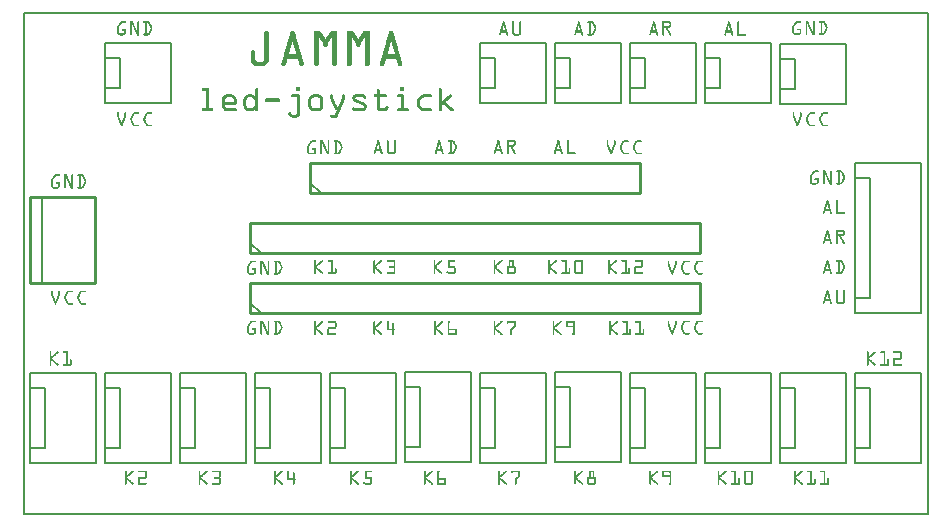
<source format=gto>
G04 MADE WITH FRITZING*
G04 WWW.FRITZING.ORG*
G04 DOUBLE SIDED*
G04 HOLES PLATED*
G04 CONTOUR ON CENTER OF CONTOUR VECTOR*
%ASAXBY*%
%FSLAX23Y23*%
%MOIN*%
%OFA0B0*%
%SFA1.0B1.0*%
%ADD10R,0.225000X0.205000X0.215000X0.195000*%
%ADD11C,0.005000*%
%ADD12R,0.055000X0.105000X0.045000X0.095000*%
%ADD13R,0.225000X0.305000X0.215000X0.295000*%
%ADD14R,0.055000X0.205000X0.045000X0.195000*%
%ADD15R,0.225000X0.505000X0.215000X0.495000*%
%ADD16R,0.055000X0.405000X0.045000X0.395000*%
%ADD17R,3.023040X1.678370X3.007040X1.662370*%
%ADD18C,0.008000*%
%ADD19C,0.010000*%
%ADD20R,0.001000X0.001000*%
%LNSILK1*%
G90*
G70*
G54D11*
X274Y1575D02*
X494Y1575D01*
X494Y1375D01*
X274Y1375D01*
X274Y1575D01*
D02*
X274Y1525D02*
X324Y1525D01*
X324Y1425D01*
X274Y1425D01*
X274Y1525D01*
D02*
X2774Y476D02*
X2994Y476D01*
X2994Y176D01*
X2774Y176D01*
X2774Y476D01*
D02*
X2774Y426D02*
X2824Y426D01*
X2824Y226D01*
X2774Y226D01*
X2774Y426D01*
D02*
X2526Y474D02*
X2746Y474D01*
X2746Y174D01*
X2526Y174D01*
X2526Y474D01*
D02*
X2526Y424D02*
X2576Y424D01*
X2576Y224D01*
X2526Y224D01*
X2526Y424D01*
D02*
X2273Y476D02*
X2493Y476D01*
X2493Y176D01*
X2273Y176D01*
X2273Y476D01*
D02*
X2273Y426D02*
X2323Y426D01*
X2323Y226D01*
X2273Y226D01*
X2273Y426D01*
D02*
X2024Y475D02*
X2244Y475D01*
X2244Y175D01*
X2024Y175D01*
X2024Y475D01*
D02*
X2024Y425D02*
X2074Y425D01*
X2074Y225D01*
X2024Y225D01*
X2024Y425D01*
D02*
X1775Y477D02*
X1995Y477D01*
X1995Y177D01*
X1775Y177D01*
X1775Y477D01*
D02*
X1775Y427D02*
X1825Y427D01*
X1825Y227D01*
X1775Y227D01*
X1775Y427D01*
D02*
X1524Y475D02*
X1744Y475D01*
X1744Y175D01*
X1524Y175D01*
X1524Y475D01*
D02*
X1524Y425D02*
X1574Y425D01*
X1574Y225D01*
X1524Y225D01*
X1524Y425D01*
D02*
X1275Y477D02*
X1495Y477D01*
X1495Y177D01*
X1275Y177D01*
X1275Y477D01*
D02*
X1275Y427D02*
X1325Y427D01*
X1325Y227D01*
X1275Y227D01*
X1275Y427D01*
D02*
X1026Y476D02*
X1246Y476D01*
X1246Y176D01*
X1026Y176D01*
X1026Y476D01*
D02*
X1026Y426D02*
X1076Y426D01*
X1076Y226D01*
X1026Y226D01*
X1026Y426D01*
D02*
X774Y474D02*
X994Y474D01*
X994Y174D01*
X774Y174D01*
X774Y474D01*
D02*
X774Y424D02*
X824Y424D01*
X824Y224D01*
X774Y224D01*
X774Y424D01*
D02*
X525Y476D02*
X745Y476D01*
X745Y176D01*
X525Y176D01*
X525Y476D01*
D02*
X525Y426D02*
X575Y426D01*
X575Y226D01*
X525Y226D01*
X525Y426D01*
D02*
X276Y475D02*
X496Y475D01*
X496Y175D01*
X276Y175D01*
X276Y475D01*
D02*
X276Y425D02*
X326Y425D01*
X326Y225D01*
X276Y225D01*
X276Y425D01*
D02*
X24Y474D02*
X244Y474D01*
X244Y174D01*
X24Y174D01*
X24Y474D01*
D02*
X24Y424D02*
X74Y424D01*
X74Y224D01*
X24Y224D01*
X24Y424D01*
D02*
X2773Y1174D02*
X2993Y1174D01*
X2993Y674D01*
X2773Y674D01*
X2773Y1174D01*
D02*
X2773Y1124D02*
X2823Y1124D01*
X2823Y724D01*
X2773Y724D01*
X2773Y1124D01*
D02*
X2524Y1573D02*
X2744Y1573D01*
X2744Y1373D01*
X2524Y1373D01*
X2524Y1573D01*
D02*
X2524Y1523D02*
X2574Y1523D01*
X2574Y1423D01*
X2524Y1423D01*
X2524Y1523D01*
D02*
X2275Y1575D02*
X2495Y1575D01*
X2495Y1375D01*
X2275Y1375D01*
X2275Y1575D01*
D02*
X2275Y1525D02*
X2325Y1525D01*
X2325Y1425D01*
X2275Y1425D01*
X2275Y1525D01*
D02*
X2023Y1574D02*
X2243Y1574D01*
X2243Y1374D01*
X2023Y1374D01*
X2023Y1574D01*
D02*
X2023Y1524D02*
X2073Y1524D01*
X2073Y1424D01*
X2023Y1424D01*
X2023Y1524D01*
D02*
X1774Y1576D02*
X1994Y1576D01*
X1994Y1376D01*
X1774Y1376D01*
X1774Y1576D01*
D02*
X1774Y1526D02*
X1824Y1526D01*
X1824Y1426D01*
X1774Y1426D01*
X1774Y1526D01*
D02*
X1525Y1575D02*
X1745Y1575D01*
X1745Y1375D01*
X1525Y1375D01*
X1525Y1575D01*
D02*
X1525Y1525D02*
X1575Y1525D01*
X1575Y1425D01*
X1525Y1425D01*
X1525Y1525D01*
D02*
G54D18*
X4Y1674D02*
X3019Y1674D01*
X3019Y4D01*
X4Y4D01*
X4Y1674D01*
D02*
G54D19*
X242Y775D02*
X242Y1061D01*
D02*
X242Y1061D02*
X26Y1061D01*
D02*
X26Y1061D02*
X26Y775D01*
D02*
X26Y775D02*
X242Y775D01*
G54D11*
D02*
X66Y1061D02*
X66Y775D01*
G54D19*
D02*
X958Y1074D02*
X2058Y1074D01*
D02*
X2058Y1074D02*
X2058Y1174D01*
D02*
X2058Y1174D02*
X958Y1174D01*
D02*
X958Y1174D02*
X958Y1074D01*
G54D11*
D02*
X993Y1074D02*
X958Y1109D01*
G54D19*
D02*
X758Y674D02*
X2258Y674D01*
D02*
X2258Y674D02*
X2258Y774D01*
D02*
X2258Y774D02*
X758Y774D01*
D02*
X758Y774D02*
X758Y674D01*
G54D11*
D02*
X793Y674D02*
X758Y709D01*
G54D19*
D02*
X758Y874D02*
X2258Y874D01*
D02*
X2258Y874D02*
X2258Y974D01*
D02*
X2258Y974D02*
X758Y974D01*
D02*
X758Y974D02*
X758Y874D01*
G54D11*
D02*
X793Y874D02*
X758Y909D01*
G54D20*
X2581Y1648D02*
X2594Y1648D01*
X2610Y1648D02*
X2617Y1648D01*
X2635Y1648D02*
X2638Y1648D01*
X2655Y1648D02*
X2670Y1648D01*
X331Y1647D02*
X342Y1647D01*
X359Y1647D02*
X366Y1647D01*
X385Y1647D02*
X386Y1647D01*
X405Y1647D02*
X418Y1647D01*
X2579Y1647D02*
X2595Y1647D01*
X2610Y1647D02*
X2618Y1647D01*
X2634Y1647D02*
X2638Y1647D01*
X2654Y1647D02*
X2672Y1647D01*
X329Y1646D02*
X344Y1646D01*
X359Y1646D02*
X367Y1646D01*
X384Y1646D02*
X387Y1646D01*
X403Y1646D02*
X420Y1646D01*
X1602Y1646D02*
X1605Y1646D01*
X1633Y1646D02*
X1637Y1646D01*
X1657Y1646D02*
X1661Y1646D01*
X1852Y1646D02*
X1855Y1646D01*
X1884Y1646D02*
X1900Y1646D01*
X2102Y1646D02*
X2105Y1646D01*
X2133Y1646D02*
X2157Y1646D01*
X2352Y1646D02*
X2355Y1646D01*
X2384Y1646D02*
X2387Y1646D01*
X2578Y1646D02*
X2595Y1646D01*
X2610Y1646D02*
X2618Y1646D01*
X2634Y1646D02*
X2639Y1646D01*
X2654Y1646D02*
X2673Y1646D01*
X327Y1645D02*
X344Y1645D01*
X359Y1645D02*
X367Y1645D01*
X383Y1645D02*
X388Y1645D01*
X403Y1645D02*
X422Y1645D01*
X1601Y1645D02*
X1605Y1645D01*
X1633Y1645D02*
X1637Y1645D01*
X1657Y1645D02*
X1661Y1645D01*
X1851Y1645D02*
X1856Y1645D01*
X1883Y1645D02*
X1901Y1645D01*
X2101Y1645D02*
X2106Y1645D01*
X2133Y1645D02*
X2158Y1645D01*
X2352Y1645D02*
X2356Y1645D01*
X2383Y1645D02*
X2388Y1645D01*
X2577Y1645D02*
X2595Y1645D01*
X2610Y1645D02*
X2618Y1645D01*
X2634Y1645D02*
X2639Y1645D01*
X2654Y1645D02*
X2674Y1645D01*
X326Y1644D02*
X344Y1644D01*
X359Y1644D02*
X367Y1644D01*
X383Y1644D02*
X388Y1644D01*
X403Y1644D02*
X423Y1644D01*
X1601Y1644D02*
X1606Y1644D01*
X1632Y1644D02*
X1637Y1644D01*
X1656Y1644D02*
X1662Y1644D01*
X1851Y1644D02*
X1856Y1644D01*
X1883Y1644D02*
X1902Y1644D01*
X2101Y1644D02*
X2106Y1644D01*
X2133Y1644D02*
X2159Y1644D01*
X2351Y1644D02*
X2357Y1644D01*
X2383Y1644D02*
X2388Y1644D01*
X2576Y1644D02*
X2595Y1644D01*
X2610Y1644D02*
X2619Y1644D01*
X2634Y1644D02*
X2639Y1644D01*
X2654Y1644D02*
X2675Y1644D01*
X325Y1643D02*
X344Y1643D01*
X359Y1643D02*
X368Y1643D01*
X383Y1643D02*
X388Y1643D01*
X403Y1643D02*
X424Y1643D01*
X1600Y1643D02*
X1606Y1643D01*
X1632Y1643D02*
X1638Y1643D01*
X1656Y1643D02*
X1662Y1643D01*
X1850Y1643D02*
X1856Y1643D01*
X1883Y1643D02*
X1903Y1643D01*
X2101Y1643D02*
X2107Y1643D01*
X2133Y1643D02*
X2160Y1643D01*
X2351Y1643D02*
X2357Y1643D01*
X2383Y1643D02*
X2388Y1643D01*
X2575Y1643D02*
X2594Y1643D01*
X2610Y1643D02*
X2619Y1643D01*
X2634Y1643D02*
X2639Y1643D01*
X2655Y1643D02*
X2675Y1643D01*
X325Y1642D02*
X343Y1642D01*
X359Y1642D02*
X368Y1642D01*
X383Y1642D02*
X388Y1642D01*
X404Y1642D02*
X424Y1642D01*
X1600Y1642D02*
X1606Y1642D01*
X1632Y1642D02*
X1638Y1642D01*
X1656Y1642D02*
X1662Y1642D01*
X1850Y1642D02*
X1857Y1642D01*
X1883Y1642D02*
X1904Y1642D01*
X2100Y1642D02*
X2107Y1642D01*
X2133Y1642D02*
X2161Y1642D01*
X2351Y1642D02*
X2357Y1642D01*
X2383Y1642D02*
X2388Y1642D01*
X2574Y1642D02*
X2582Y1642D01*
X2610Y1642D02*
X2620Y1642D01*
X2634Y1642D02*
X2639Y1642D01*
X2660Y1642D02*
X2665Y1642D01*
X2669Y1642D02*
X2676Y1642D01*
X324Y1641D02*
X332Y1641D01*
X359Y1641D02*
X369Y1641D01*
X383Y1641D02*
X388Y1641D01*
X408Y1641D02*
X414Y1641D01*
X418Y1641D02*
X425Y1641D01*
X1600Y1641D02*
X1607Y1641D01*
X1632Y1641D02*
X1638Y1641D01*
X1656Y1641D02*
X1662Y1641D01*
X1850Y1641D02*
X1857Y1641D01*
X1885Y1641D02*
X1905Y1641D01*
X2100Y1641D02*
X2107Y1641D01*
X2133Y1641D02*
X2161Y1641D01*
X2350Y1641D02*
X2357Y1641D01*
X2383Y1641D02*
X2388Y1641D01*
X2574Y1641D02*
X2580Y1641D01*
X2610Y1641D02*
X2620Y1641D01*
X2634Y1641D02*
X2639Y1641D01*
X2660Y1641D02*
X2665Y1641D01*
X2670Y1641D02*
X2676Y1641D01*
X323Y1640D02*
X330Y1640D01*
X359Y1640D02*
X369Y1640D01*
X383Y1640D02*
X388Y1640D01*
X409Y1640D02*
X414Y1640D01*
X419Y1640D02*
X425Y1640D01*
X1599Y1640D02*
X1607Y1640D01*
X1632Y1640D02*
X1638Y1640D01*
X1656Y1640D02*
X1662Y1640D01*
X1850Y1640D02*
X1857Y1640D01*
X1889Y1640D02*
X1894Y1640D01*
X1899Y1640D02*
X1905Y1640D01*
X2100Y1640D02*
X2107Y1640D01*
X2133Y1640D02*
X2138Y1640D01*
X2156Y1640D02*
X2162Y1640D01*
X2350Y1640D02*
X2358Y1640D01*
X2383Y1640D02*
X2388Y1640D01*
X2573Y1640D02*
X2580Y1640D01*
X2610Y1640D02*
X2621Y1640D01*
X2634Y1640D02*
X2639Y1640D01*
X2660Y1640D02*
X2665Y1640D01*
X2671Y1640D02*
X2677Y1640D01*
X322Y1639D02*
X329Y1639D01*
X359Y1639D02*
X370Y1639D01*
X383Y1639D02*
X388Y1639D01*
X409Y1639D02*
X414Y1639D01*
X420Y1639D02*
X426Y1639D01*
X1599Y1639D02*
X1607Y1639D01*
X1632Y1639D02*
X1638Y1639D01*
X1656Y1639D02*
X1662Y1639D01*
X1849Y1639D02*
X1858Y1639D01*
X1889Y1639D02*
X1894Y1639D01*
X1900Y1639D02*
X1906Y1639D01*
X2100Y1639D02*
X2108Y1639D01*
X2133Y1639D02*
X2138Y1639D01*
X2157Y1639D02*
X2162Y1639D01*
X2350Y1639D02*
X2358Y1639D01*
X2383Y1639D02*
X2388Y1639D01*
X2572Y1639D02*
X2579Y1639D01*
X2610Y1639D02*
X2621Y1639D01*
X2634Y1639D02*
X2639Y1639D01*
X2660Y1639D02*
X2665Y1639D01*
X2671Y1639D02*
X2677Y1639D01*
X322Y1638D02*
X328Y1638D01*
X359Y1638D02*
X370Y1638D01*
X383Y1638D02*
X388Y1638D01*
X409Y1638D02*
X414Y1638D01*
X420Y1638D02*
X426Y1638D01*
X1599Y1638D02*
X1608Y1638D01*
X1632Y1638D02*
X1638Y1638D01*
X1656Y1638D02*
X1662Y1638D01*
X1849Y1638D02*
X1858Y1638D01*
X1889Y1638D02*
X1894Y1638D01*
X1900Y1638D02*
X1906Y1638D01*
X2099Y1638D02*
X2108Y1638D01*
X2133Y1638D02*
X2138Y1638D01*
X2157Y1638D02*
X2162Y1638D01*
X2349Y1638D02*
X2358Y1638D01*
X2383Y1638D02*
X2388Y1638D01*
X2571Y1638D02*
X2578Y1638D01*
X2610Y1638D02*
X2621Y1638D01*
X2634Y1638D02*
X2639Y1638D01*
X2660Y1638D02*
X2665Y1638D01*
X2672Y1638D02*
X2678Y1638D01*
X321Y1637D02*
X328Y1637D01*
X359Y1637D02*
X371Y1637D01*
X383Y1637D02*
X388Y1637D01*
X409Y1637D02*
X414Y1637D01*
X421Y1637D02*
X427Y1637D01*
X1598Y1637D02*
X1608Y1637D01*
X1632Y1637D02*
X1638Y1637D01*
X1656Y1637D02*
X1662Y1637D01*
X1849Y1637D02*
X1858Y1637D01*
X1889Y1637D02*
X1894Y1637D01*
X1901Y1637D02*
X1907Y1637D01*
X2099Y1637D02*
X2108Y1637D01*
X2133Y1637D02*
X2138Y1637D01*
X2157Y1637D02*
X2162Y1637D01*
X2349Y1637D02*
X2359Y1637D01*
X2383Y1637D02*
X2388Y1637D01*
X2571Y1637D02*
X2577Y1637D01*
X2610Y1637D02*
X2622Y1637D01*
X2634Y1637D02*
X2639Y1637D01*
X2660Y1637D02*
X2665Y1637D01*
X2672Y1637D02*
X2678Y1637D01*
X320Y1636D02*
X327Y1636D01*
X359Y1636D02*
X371Y1636D01*
X383Y1636D02*
X388Y1636D01*
X409Y1636D02*
X414Y1636D01*
X421Y1636D02*
X427Y1636D01*
X1598Y1636D02*
X1608Y1636D01*
X1632Y1636D02*
X1638Y1636D01*
X1656Y1636D02*
X1662Y1636D01*
X1848Y1636D02*
X1858Y1636D01*
X1889Y1636D02*
X1894Y1636D01*
X1901Y1636D02*
X1907Y1636D01*
X2099Y1636D02*
X2109Y1636D01*
X2133Y1636D02*
X2138Y1636D01*
X2157Y1636D02*
X2162Y1636D01*
X2349Y1636D02*
X2359Y1636D01*
X2383Y1636D02*
X2388Y1636D01*
X2570Y1636D02*
X2577Y1636D01*
X2610Y1636D02*
X2615Y1636D01*
X2617Y1636D02*
X2622Y1636D01*
X2634Y1636D02*
X2639Y1636D01*
X2660Y1636D02*
X2665Y1636D01*
X2673Y1636D02*
X2679Y1636D01*
X319Y1635D02*
X326Y1635D01*
X359Y1635D02*
X364Y1635D01*
X366Y1635D02*
X371Y1635D01*
X383Y1635D02*
X388Y1635D01*
X409Y1635D02*
X414Y1635D01*
X422Y1635D02*
X428Y1635D01*
X1598Y1635D02*
X1608Y1635D01*
X1632Y1635D02*
X1638Y1635D01*
X1656Y1635D02*
X1662Y1635D01*
X1848Y1635D02*
X1859Y1635D01*
X1889Y1635D02*
X1894Y1635D01*
X1902Y1635D02*
X1908Y1635D01*
X2098Y1635D02*
X2109Y1635D01*
X2133Y1635D02*
X2138Y1635D01*
X2157Y1635D02*
X2162Y1635D01*
X2349Y1635D02*
X2359Y1635D01*
X2383Y1635D02*
X2388Y1635D01*
X2569Y1635D02*
X2576Y1635D01*
X2610Y1635D02*
X2615Y1635D01*
X2617Y1635D02*
X2623Y1635D01*
X2634Y1635D02*
X2639Y1635D01*
X2660Y1635D02*
X2665Y1635D01*
X2673Y1635D02*
X2679Y1635D01*
X318Y1634D02*
X325Y1634D01*
X359Y1634D02*
X364Y1634D01*
X366Y1634D02*
X372Y1634D01*
X383Y1634D02*
X388Y1634D01*
X409Y1634D02*
X414Y1634D01*
X422Y1634D02*
X428Y1634D01*
X1598Y1634D02*
X1609Y1634D01*
X1632Y1634D02*
X1638Y1634D01*
X1656Y1634D02*
X1662Y1634D01*
X1848Y1634D02*
X1859Y1634D01*
X1889Y1634D02*
X1894Y1634D01*
X1902Y1634D02*
X1908Y1634D01*
X2098Y1634D02*
X2109Y1634D01*
X2133Y1634D02*
X2138Y1634D01*
X2157Y1634D02*
X2162Y1634D01*
X2348Y1634D02*
X2359Y1634D01*
X2383Y1634D02*
X2388Y1634D01*
X2568Y1634D02*
X2575Y1634D01*
X2610Y1634D02*
X2615Y1634D01*
X2617Y1634D02*
X2623Y1634D01*
X2634Y1634D02*
X2639Y1634D01*
X2660Y1634D02*
X2665Y1634D01*
X2674Y1634D02*
X2680Y1634D01*
X318Y1633D02*
X324Y1633D01*
X359Y1633D02*
X364Y1633D01*
X367Y1633D02*
X372Y1633D01*
X383Y1633D02*
X388Y1633D01*
X409Y1633D02*
X414Y1633D01*
X423Y1633D02*
X429Y1633D01*
X1597Y1633D02*
X1609Y1633D01*
X1632Y1633D02*
X1638Y1633D01*
X1656Y1633D02*
X1662Y1633D01*
X1848Y1633D02*
X1859Y1633D01*
X1889Y1633D02*
X1894Y1633D01*
X1903Y1633D02*
X1909Y1633D01*
X2098Y1633D02*
X2109Y1633D01*
X2133Y1633D02*
X2138Y1633D01*
X2156Y1633D02*
X2162Y1633D01*
X2348Y1633D02*
X2360Y1633D01*
X2383Y1633D02*
X2388Y1633D01*
X2568Y1633D02*
X2574Y1633D01*
X2610Y1633D02*
X2615Y1633D01*
X2618Y1633D02*
X2624Y1633D01*
X2634Y1633D02*
X2639Y1633D01*
X2660Y1633D02*
X2665Y1633D01*
X2674Y1633D02*
X2680Y1633D01*
X317Y1632D02*
X324Y1632D01*
X359Y1632D02*
X364Y1632D01*
X367Y1632D02*
X373Y1632D01*
X383Y1632D02*
X388Y1632D01*
X409Y1632D02*
X414Y1632D01*
X424Y1632D02*
X429Y1632D01*
X1597Y1632D02*
X1602Y1632D01*
X1604Y1632D02*
X1609Y1632D01*
X1632Y1632D02*
X1638Y1632D01*
X1656Y1632D02*
X1662Y1632D01*
X1847Y1632D02*
X1860Y1632D01*
X1889Y1632D02*
X1894Y1632D01*
X1903Y1632D02*
X1909Y1632D01*
X2097Y1632D02*
X2110Y1632D01*
X2133Y1632D02*
X2138Y1632D01*
X2155Y1632D02*
X2162Y1632D01*
X2348Y1632D02*
X2353Y1632D01*
X2355Y1632D02*
X2360Y1632D01*
X2383Y1632D02*
X2388Y1632D01*
X2567Y1632D02*
X2573Y1632D01*
X2610Y1632D02*
X2615Y1632D01*
X2618Y1632D02*
X2624Y1632D01*
X2634Y1632D02*
X2639Y1632D01*
X2660Y1632D02*
X2665Y1632D01*
X2675Y1632D02*
X2681Y1632D01*
X316Y1631D02*
X323Y1631D01*
X359Y1631D02*
X364Y1631D01*
X367Y1631D02*
X373Y1631D01*
X383Y1631D02*
X388Y1631D01*
X409Y1631D02*
X414Y1631D01*
X424Y1631D02*
X430Y1631D01*
X1597Y1631D02*
X1602Y1631D01*
X1604Y1631D02*
X1610Y1631D01*
X1632Y1631D02*
X1638Y1631D01*
X1656Y1631D02*
X1662Y1631D01*
X1847Y1631D02*
X1852Y1631D01*
X1854Y1631D02*
X1860Y1631D01*
X1889Y1631D02*
X1894Y1631D01*
X1904Y1631D02*
X1910Y1631D01*
X2097Y1631D02*
X2103Y1631D01*
X2105Y1631D02*
X2110Y1631D01*
X2133Y1631D02*
X2161Y1631D01*
X2347Y1631D02*
X2353Y1631D01*
X2355Y1631D02*
X2360Y1631D01*
X2383Y1631D02*
X2388Y1631D01*
X2567Y1631D02*
X2573Y1631D01*
X2610Y1631D02*
X2615Y1631D01*
X2619Y1631D02*
X2625Y1631D01*
X2634Y1631D02*
X2639Y1631D01*
X2660Y1631D02*
X2665Y1631D01*
X2675Y1631D02*
X2681Y1631D01*
X316Y1630D02*
X322Y1630D01*
X359Y1630D02*
X364Y1630D01*
X368Y1630D02*
X374Y1630D01*
X383Y1630D02*
X388Y1630D01*
X409Y1630D02*
X414Y1630D01*
X425Y1630D02*
X430Y1630D01*
X1596Y1630D02*
X1602Y1630D01*
X1604Y1630D02*
X1610Y1630D01*
X1632Y1630D02*
X1638Y1630D01*
X1656Y1630D02*
X1662Y1630D01*
X1847Y1630D02*
X1852Y1630D01*
X1855Y1630D02*
X1860Y1630D01*
X1889Y1630D02*
X1894Y1630D01*
X1904Y1630D02*
X1910Y1630D01*
X2097Y1630D02*
X2102Y1630D01*
X2105Y1630D02*
X2110Y1630D01*
X2133Y1630D02*
X2161Y1630D01*
X2347Y1630D02*
X2352Y1630D01*
X2355Y1630D02*
X2361Y1630D01*
X2383Y1630D02*
X2388Y1630D01*
X2566Y1630D02*
X2572Y1630D01*
X2610Y1630D02*
X2615Y1630D01*
X2619Y1630D02*
X2625Y1630D01*
X2634Y1630D02*
X2639Y1630D01*
X2660Y1630D02*
X2665Y1630D01*
X2676Y1630D02*
X2682Y1630D01*
X316Y1629D02*
X321Y1629D01*
X359Y1629D02*
X364Y1629D01*
X368Y1629D02*
X374Y1629D01*
X383Y1629D02*
X388Y1629D01*
X409Y1629D02*
X414Y1629D01*
X425Y1629D02*
X431Y1629D01*
X1596Y1629D02*
X1602Y1629D01*
X1605Y1629D02*
X1610Y1629D01*
X1632Y1629D02*
X1638Y1629D01*
X1656Y1629D02*
X1662Y1629D01*
X1846Y1629D02*
X1852Y1629D01*
X1855Y1629D02*
X1860Y1629D01*
X1889Y1629D02*
X1894Y1629D01*
X1905Y1629D02*
X1910Y1629D01*
X2097Y1629D02*
X2102Y1629D01*
X2105Y1629D02*
X2111Y1629D01*
X2133Y1629D02*
X2160Y1629D01*
X2347Y1629D02*
X2352Y1629D01*
X2355Y1629D02*
X2361Y1629D01*
X2383Y1629D02*
X2388Y1629D01*
X2566Y1629D02*
X2572Y1629D01*
X2610Y1629D02*
X2615Y1629D01*
X2620Y1629D02*
X2625Y1629D01*
X2634Y1629D02*
X2639Y1629D01*
X2660Y1629D02*
X2665Y1629D01*
X2676Y1629D02*
X2682Y1629D01*
X315Y1628D02*
X321Y1628D01*
X359Y1628D02*
X364Y1628D01*
X369Y1628D02*
X374Y1628D01*
X383Y1628D02*
X388Y1628D01*
X409Y1628D02*
X414Y1628D01*
X426Y1628D02*
X431Y1628D01*
X1596Y1628D02*
X1601Y1628D01*
X1605Y1628D02*
X1610Y1628D01*
X1632Y1628D02*
X1638Y1628D01*
X1656Y1628D02*
X1662Y1628D01*
X1846Y1628D02*
X1851Y1628D01*
X1855Y1628D02*
X1861Y1628D01*
X1889Y1628D02*
X1894Y1628D01*
X1905Y1628D02*
X1911Y1628D01*
X2096Y1628D02*
X2102Y1628D01*
X2106Y1628D02*
X2111Y1628D01*
X2133Y1628D02*
X2159Y1628D01*
X2347Y1628D02*
X2352Y1628D01*
X2356Y1628D02*
X2361Y1628D01*
X2383Y1628D02*
X2388Y1628D01*
X2566Y1628D02*
X2571Y1628D01*
X2610Y1628D02*
X2615Y1628D01*
X2620Y1628D02*
X2626Y1628D01*
X2634Y1628D02*
X2639Y1628D01*
X2660Y1628D02*
X2665Y1628D01*
X2677Y1628D02*
X2682Y1628D01*
X315Y1627D02*
X321Y1627D01*
X359Y1627D02*
X364Y1627D01*
X369Y1627D02*
X375Y1627D01*
X383Y1627D02*
X388Y1627D01*
X409Y1627D02*
X414Y1627D01*
X426Y1627D02*
X431Y1627D01*
X1596Y1627D02*
X1601Y1627D01*
X1605Y1627D02*
X1611Y1627D01*
X1632Y1627D02*
X1638Y1627D01*
X1656Y1627D02*
X1662Y1627D01*
X1846Y1627D02*
X1851Y1627D01*
X1856Y1627D02*
X1861Y1627D01*
X1889Y1627D02*
X1894Y1627D01*
X1906Y1627D02*
X1911Y1627D01*
X2096Y1627D02*
X2101Y1627D01*
X2106Y1627D02*
X2111Y1627D01*
X2133Y1627D02*
X2158Y1627D01*
X2346Y1627D02*
X2352Y1627D01*
X2356Y1627D02*
X2361Y1627D01*
X2383Y1627D02*
X2388Y1627D01*
X2566Y1627D02*
X2571Y1627D01*
X2610Y1627D02*
X2615Y1627D01*
X2621Y1627D02*
X2626Y1627D01*
X2634Y1627D02*
X2639Y1627D01*
X2660Y1627D02*
X2665Y1627D01*
X2677Y1627D02*
X2682Y1627D01*
X315Y1626D02*
X320Y1626D01*
X359Y1626D02*
X364Y1626D01*
X370Y1626D02*
X375Y1626D01*
X383Y1626D02*
X388Y1626D01*
X409Y1626D02*
X414Y1626D01*
X426Y1626D02*
X432Y1626D01*
X1595Y1626D02*
X1601Y1626D01*
X1606Y1626D02*
X1611Y1626D01*
X1632Y1626D02*
X1638Y1626D01*
X1656Y1626D02*
X1662Y1626D01*
X1845Y1626D02*
X1851Y1626D01*
X1856Y1626D02*
X1861Y1626D01*
X1889Y1626D02*
X1894Y1626D01*
X1906Y1626D02*
X1911Y1626D01*
X2096Y1626D02*
X2101Y1626D01*
X2106Y1626D02*
X2112Y1626D01*
X2133Y1626D02*
X2156Y1626D01*
X2346Y1626D02*
X2351Y1626D01*
X2356Y1626D02*
X2362Y1626D01*
X2383Y1626D02*
X2388Y1626D01*
X2566Y1626D02*
X2571Y1626D01*
X2610Y1626D02*
X2615Y1626D01*
X2621Y1626D02*
X2627Y1626D01*
X2634Y1626D02*
X2639Y1626D01*
X2660Y1626D02*
X2665Y1626D01*
X2677Y1626D02*
X2683Y1626D01*
X315Y1625D02*
X320Y1625D01*
X359Y1625D02*
X364Y1625D01*
X370Y1625D02*
X376Y1625D01*
X383Y1625D02*
X388Y1625D01*
X409Y1625D02*
X414Y1625D01*
X427Y1625D02*
X432Y1625D01*
X1595Y1625D02*
X1600Y1625D01*
X1606Y1625D02*
X1611Y1625D01*
X1632Y1625D02*
X1638Y1625D01*
X1656Y1625D02*
X1662Y1625D01*
X1845Y1625D02*
X1851Y1625D01*
X1856Y1625D02*
X1862Y1625D01*
X1889Y1625D02*
X1894Y1625D01*
X1906Y1625D02*
X1912Y1625D01*
X2095Y1625D02*
X2101Y1625D01*
X2106Y1625D02*
X2112Y1625D01*
X2133Y1625D02*
X2138Y1625D01*
X2143Y1625D02*
X2150Y1625D01*
X2346Y1625D02*
X2351Y1625D01*
X2357Y1625D02*
X2362Y1625D01*
X2383Y1625D02*
X2388Y1625D01*
X2566Y1625D02*
X2571Y1625D01*
X2610Y1625D02*
X2615Y1625D01*
X2621Y1625D02*
X2627Y1625D01*
X2634Y1625D02*
X2639Y1625D01*
X2660Y1625D02*
X2665Y1625D01*
X2678Y1625D02*
X2683Y1625D01*
X315Y1624D02*
X320Y1624D01*
X359Y1624D02*
X364Y1624D01*
X371Y1624D02*
X376Y1624D01*
X383Y1624D02*
X388Y1624D01*
X409Y1624D02*
X414Y1624D01*
X427Y1624D02*
X432Y1624D01*
X1595Y1624D02*
X1600Y1624D01*
X1606Y1624D02*
X1612Y1624D01*
X1632Y1624D02*
X1638Y1624D01*
X1656Y1624D02*
X1662Y1624D01*
X1845Y1624D02*
X1850Y1624D01*
X1856Y1624D02*
X1862Y1624D01*
X1889Y1624D02*
X1894Y1624D01*
X1907Y1624D02*
X1912Y1624D01*
X2095Y1624D02*
X2101Y1624D01*
X2107Y1624D02*
X2112Y1624D01*
X2133Y1624D02*
X2138Y1624D01*
X2144Y1624D02*
X2150Y1624D01*
X2345Y1624D02*
X2351Y1624D01*
X2357Y1624D02*
X2362Y1624D01*
X2383Y1624D02*
X2388Y1624D01*
X2566Y1624D02*
X2571Y1624D01*
X2610Y1624D02*
X2615Y1624D01*
X2622Y1624D02*
X2628Y1624D01*
X2634Y1624D02*
X2639Y1624D01*
X2660Y1624D02*
X2665Y1624D01*
X2677Y1624D02*
X2683Y1624D01*
X315Y1623D02*
X320Y1623D01*
X359Y1623D02*
X364Y1623D01*
X371Y1623D02*
X377Y1623D01*
X383Y1623D02*
X388Y1623D01*
X409Y1623D02*
X414Y1623D01*
X427Y1623D02*
X432Y1623D01*
X1594Y1623D02*
X1600Y1623D01*
X1607Y1623D02*
X1612Y1623D01*
X1632Y1623D02*
X1638Y1623D01*
X1656Y1623D02*
X1662Y1623D01*
X1845Y1623D02*
X1850Y1623D01*
X1857Y1623D02*
X1862Y1623D01*
X1889Y1623D02*
X1894Y1623D01*
X1907Y1623D02*
X1912Y1623D01*
X2095Y1623D02*
X2100Y1623D01*
X2107Y1623D02*
X2112Y1623D01*
X2133Y1623D02*
X2138Y1623D01*
X2145Y1623D02*
X2151Y1623D01*
X2345Y1623D02*
X2350Y1623D01*
X2357Y1623D02*
X2363Y1623D01*
X2383Y1623D02*
X2388Y1623D01*
X2566Y1623D02*
X2571Y1623D01*
X2610Y1623D02*
X2615Y1623D01*
X2622Y1623D02*
X2628Y1623D01*
X2634Y1623D02*
X2639Y1623D01*
X2660Y1623D02*
X2665Y1623D01*
X2677Y1623D02*
X2682Y1623D01*
X315Y1622D02*
X320Y1622D01*
X359Y1622D02*
X364Y1622D01*
X371Y1622D02*
X377Y1622D01*
X383Y1622D02*
X388Y1622D01*
X409Y1622D02*
X414Y1622D01*
X427Y1622D02*
X432Y1622D01*
X1594Y1622D02*
X1599Y1622D01*
X1607Y1622D02*
X1612Y1622D01*
X1632Y1622D02*
X1638Y1622D01*
X1656Y1622D02*
X1662Y1622D01*
X1844Y1622D02*
X1850Y1622D01*
X1857Y1622D02*
X1862Y1622D01*
X1889Y1622D02*
X1894Y1622D01*
X1907Y1622D02*
X1912Y1622D01*
X2095Y1622D02*
X2100Y1622D01*
X2107Y1622D02*
X2113Y1622D01*
X2133Y1622D02*
X2138Y1622D01*
X2145Y1622D02*
X2151Y1622D01*
X2345Y1622D02*
X2350Y1622D01*
X2358Y1622D02*
X2363Y1622D01*
X2383Y1622D02*
X2388Y1622D01*
X2566Y1622D02*
X2571Y1622D01*
X2582Y1622D02*
X2595Y1622D01*
X2610Y1622D02*
X2615Y1622D01*
X2623Y1622D02*
X2628Y1622D01*
X2634Y1622D02*
X2639Y1622D01*
X2660Y1622D02*
X2665Y1622D01*
X2677Y1622D02*
X2682Y1622D01*
X315Y1621D02*
X320Y1621D01*
X332Y1621D02*
X344Y1621D01*
X359Y1621D02*
X364Y1621D01*
X372Y1621D02*
X378Y1621D01*
X383Y1621D02*
X388Y1621D01*
X409Y1621D02*
X414Y1621D01*
X426Y1621D02*
X432Y1621D01*
X1594Y1621D02*
X1599Y1621D01*
X1607Y1621D02*
X1613Y1621D01*
X1632Y1621D02*
X1638Y1621D01*
X1656Y1621D02*
X1662Y1621D01*
X1844Y1621D02*
X1849Y1621D01*
X1857Y1621D02*
X1863Y1621D01*
X1889Y1621D02*
X1894Y1621D01*
X1906Y1621D02*
X1912Y1621D01*
X2094Y1621D02*
X2100Y1621D01*
X2108Y1621D02*
X2113Y1621D01*
X2133Y1621D02*
X2138Y1621D01*
X2146Y1621D02*
X2152Y1621D01*
X2344Y1621D02*
X2350Y1621D01*
X2358Y1621D02*
X2363Y1621D01*
X2383Y1621D02*
X2388Y1621D01*
X2566Y1621D02*
X2571Y1621D01*
X2581Y1621D02*
X2595Y1621D01*
X2610Y1621D02*
X2615Y1621D01*
X2623Y1621D02*
X2629Y1621D01*
X2634Y1621D02*
X2639Y1621D01*
X2660Y1621D02*
X2665Y1621D01*
X2677Y1621D02*
X2682Y1621D01*
X315Y1620D02*
X320Y1620D01*
X331Y1620D02*
X344Y1620D01*
X359Y1620D02*
X364Y1620D01*
X372Y1620D02*
X378Y1620D01*
X383Y1620D02*
X388Y1620D01*
X409Y1620D02*
X414Y1620D01*
X426Y1620D02*
X431Y1620D01*
X1593Y1620D02*
X1599Y1620D01*
X1607Y1620D02*
X1613Y1620D01*
X1632Y1620D02*
X1638Y1620D01*
X1656Y1620D02*
X1662Y1620D01*
X1844Y1620D02*
X1849Y1620D01*
X1858Y1620D02*
X1863Y1620D01*
X1889Y1620D02*
X1894Y1620D01*
X1906Y1620D02*
X1911Y1620D01*
X2094Y1620D02*
X2099Y1620D01*
X2108Y1620D02*
X2113Y1620D01*
X2133Y1620D02*
X2138Y1620D01*
X2146Y1620D02*
X2152Y1620D01*
X2344Y1620D02*
X2350Y1620D01*
X2358Y1620D02*
X2363Y1620D01*
X2383Y1620D02*
X2388Y1620D01*
X2566Y1620D02*
X2571Y1620D01*
X2581Y1620D02*
X2595Y1620D01*
X2610Y1620D02*
X2615Y1620D01*
X2624Y1620D02*
X2629Y1620D01*
X2634Y1620D02*
X2639Y1620D01*
X2660Y1620D02*
X2665Y1620D01*
X2676Y1620D02*
X2682Y1620D01*
X315Y1619D02*
X320Y1619D01*
X330Y1619D02*
X344Y1619D01*
X359Y1619D02*
X364Y1619D01*
X373Y1619D02*
X378Y1619D01*
X383Y1619D02*
X388Y1619D01*
X409Y1619D02*
X414Y1619D01*
X425Y1619D02*
X431Y1619D01*
X1593Y1619D02*
X1599Y1619D01*
X1608Y1619D02*
X1613Y1619D01*
X1632Y1619D02*
X1638Y1619D01*
X1656Y1619D02*
X1662Y1619D01*
X1843Y1619D02*
X1849Y1619D01*
X1858Y1619D02*
X1863Y1619D01*
X1889Y1619D02*
X1894Y1619D01*
X1905Y1619D02*
X1911Y1619D01*
X2094Y1619D02*
X2099Y1619D01*
X2108Y1619D02*
X2114Y1619D01*
X2133Y1619D02*
X2138Y1619D01*
X2147Y1619D02*
X2153Y1619D01*
X2344Y1619D02*
X2349Y1619D01*
X2358Y1619D02*
X2364Y1619D01*
X2383Y1619D02*
X2388Y1619D01*
X2566Y1619D02*
X2571Y1619D01*
X2581Y1619D02*
X2595Y1619D01*
X2610Y1619D02*
X2615Y1619D01*
X2624Y1619D02*
X2630Y1619D01*
X2634Y1619D02*
X2639Y1619D01*
X2660Y1619D02*
X2665Y1619D01*
X2676Y1619D02*
X2681Y1619D01*
X315Y1618D02*
X320Y1618D01*
X330Y1618D02*
X344Y1618D01*
X359Y1618D02*
X364Y1618D01*
X373Y1618D02*
X379Y1618D01*
X383Y1618D02*
X388Y1618D01*
X409Y1618D02*
X414Y1618D01*
X425Y1618D02*
X431Y1618D01*
X1593Y1618D02*
X1598Y1618D01*
X1608Y1618D02*
X1613Y1618D01*
X1632Y1618D02*
X1638Y1618D01*
X1656Y1618D02*
X1662Y1618D01*
X1843Y1618D02*
X1849Y1618D01*
X1858Y1618D02*
X1864Y1618D01*
X1889Y1618D02*
X1894Y1618D01*
X1905Y1618D02*
X1911Y1618D01*
X2093Y1618D02*
X2099Y1618D01*
X2108Y1618D02*
X2114Y1618D01*
X2133Y1618D02*
X2138Y1618D01*
X2147Y1618D02*
X2154Y1618D01*
X2344Y1618D02*
X2349Y1618D01*
X2359Y1618D02*
X2364Y1618D01*
X2383Y1618D02*
X2388Y1618D01*
X2566Y1618D02*
X2571Y1618D01*
X2582Y1618D02*
X2595Y1618D01*
X2610Y1618D02*
X2615Y1618D01*
X2625Y1618D02*
X2630Y1618D01*
X2634Y1618D02*
X2639Y1618D01*
X2660Y1618D02*
X2665Y1618D01*
X2675Y1618D02*
X2681Y1618D01*
X315Y1617D02*
X320Y1617D01*
X331Y1617D02*
X344Y1617D01*
X359Y1617D02*
X364Y1617D01*
X374Y1617D02*
X379Y1617D01*
X383Y1617D02*
X388Y1617D01*
X409Y1617D02*
X414Y1617D01*
X424Y1617D02*
X430Y1617D01*
X1593Y1617D02*
X1598Y1617D01*
X1608Y1617D02*
X1614Y1617D01*
X1632Y1617D02*
X1638Y1617D01*
X1656Y1617D02*
X1662Y1617D01*
X1843Y1617D02*
X1848Y1617D01*
X1859Y1617D02*
X1864Y1617D01*
X1889Y1617D02*
X1894Y1617D01*
X1904Y1617D02*
X1910Y1617D01*
X2093Y1617D02*
X2098Y1617D01*
X2109Y1617D02*
X2114Y1617D01*
X2133Y1617D02*
X2138Y1617D01*
X2148Y1617D02*
X2154Y1617D01*
X2343Y1617D02*
X2349Y1617D01*
X2359Y1617D02*
X2364Y1617D01*
X2383Y1617D02*
X2388Y1617D01*
X2566Y1617D02*
X2571Y1617D01*
X2583Y1617D02*
X2595Y1617D01*
X2610Y1617D02*
X2615Y1617D01*
X2625Y1617D02*
X2631Y1617D01*
X2634Y1617D02*
X2639Y1617D01*
X2660Y1617D02*
X2665Y1617D01*
X2675Y1617D02*
X2680Y1617D01*
X315Y1616D02*
X320Y1616D01*
X332Y1616D02*
X344Y1616D01*
X359Y1616D02*
X364Y1616D01*
X374Y1616D02*
X380Y1616D01*
X383Y1616D02*
X388Y1616D01*
X409Y1616D02*
X414Y1616D01*
X424Y1616D02*
X430Y1616D01*
X1592Y1616D02*
X1614Y1616D01*
X1632Y1616D02*
X1638Y1616D01*
X1656Y1616D02*
X1662Y1616D01*
X1843Y1616D02*
X1864Y1616D01*
X1889Y1616D02*
X1894Y1616D01*
X1904Y1616D02*
X1910Y1616D01*
X2093Y1616D02*
X2114Y1616D01*
X2133Y1616D02*
X2138Y1616D01*
X2149Y1616D02*
X2155Y1616D01*
X2343Y1616D02*
X2365Y1616D01*
X2383Y1616D02*
X2388Y1616D01*
X2566Y1616D02*
X2571Y1616D01*
X2590Y1616D02*
X2595Y1616D01*
X2610Y1616D02*
X2615Y1616D01*
X2625Y1616D02*
X2631Y1616D01*
X2634Y1616D02*
X2639Y1616D01*
X2660Y1616D02*
X2665Y1616D01*
X2674Y1616D02*
X2680Y1616D01*
X315Y1615D02*
X320Y1615D01*
X339Y1615D02*
X344Y1615D01*
X359Y1615D02*
X364Y1615D01*
X374Y1615D02*
X380Y1615D01*
X383Y1615D02*
X388Y1615D01*
X409Y1615D02*
X414Y1615D01*
X423Y1615D02*
X429Y1615D01*
X811Y1615D02*
X814Y1615D01*
X899Y1615D02*
X901Y1615D01*
X972Y1615D02*
X990Y1615D01*
X1028Y1615D02*
X1046Y1615D01*
X1082Y1615D02*
X1100Y1615D01*
X1138Y1615D02*
X1156Y1615D01*
X1227Y1615D02*
X1229Y1615D01*
X1592Y1615D02*
X1614Y1615D01*
X1632Y1615D02*
X1638Y1615D01*
X1656Y1615D02*
X1662Y1615D01*
X1842Y1615D02*
X1865Y1615D01*
X1889Y1615D02*
X1894Y1615D01*
X1903Y1615D02*
X1909Y1615D01*
X2092Y1615D02*
X2115Y1615D01*
X2133Y1615D02*
X2138Y1615D01*
X2149Y1615D02*
X2155Y1615D01*
X2343Y1615D02*
X2365Y1615D01*
X2383Y1615D02*
X2388Y1615D01*
X2566Y1615D02*
X2571Y1615D01*
X2590Y1615D02*
X2595Y1615D01*
X2610Y1615D02*
X2615Y1615D01*
X2626Y1615D02*
X2632Y1615D01*
X2634Y1615D02*
X2639Y1615D01*
X2660Y1615D02*
X2665Y1615D01*
X2674Y1615D02*
X2679Y1615D01*
X315Y1614D02*
X320Y1614D01*
X339Y1614D02*
X344Y1614D01*
X359Y1614D02*
X364Y1614D01*
X375Y1614D02*
X381Y1614D01*
X383Y1614D02*
X388Y1614D01*
X409Y1614D02*
X414Y1614D01*
X423Y1614D02*
X429Y1614D01*
X809Y1614D02*
X816Y1614D01*
X896Y1614D02*
X903Y1614D01*
X972Y1614D02*
X991Y1614D01*
X1027Y1614D02*
X1047Y1614D01*
X1082Y1614D02*
X1101Y1614D01*
X1137Y1614D02*
X1156Y1614D01*
X1225Y1614D02*
X1232Y1614D01*
X1592Y1614D02*
X1615Y1614D01*
X1632Y1614D02*
X1638Y1614D01*
X1656Y1614D02*
X1662Y1614D01*
X1842Y1614D02*
X1865Y1614D01*
X1889Y1614D02*
X1894Y1614D01*
X1903Y1614D02*
X1909Y1614D01*
X2092Y1614D02*
X2115Y1614D01*
X2133Y1614D02*
X2138Y1614D01*
X2150Y1614D02*
X2156Y1614D01*
X2342Y1614D02*
X2365Y1614D01*
X2383Y1614D02*
X2388Y1614D01*
X2566Y1614D02*
X2571Y1614D01*
X2590Y1614D02*
X2595Y1614D01*
X2610Y1614D02*
X2615Y1614D01*
X2626Y1614D02*
X2632Y1614D01*
X2634Y1614D02*
X2639Y1614D01*
X2660Y1614D02*
X2665Y1614D01*
X2673Y1614D02*
X2679Y1614D01*
X315Y1613D02*
X320Y1613D01*
X339Y1613D02*
X344Y1613D01*
X359Y1613D02*
X364Y1613D01*
X375Y1613D02*
X381Y1613D01*
X383Y1613D02*
X388Y1613D01*
X409Y1613D02*
X414Y1613D01*
X422Y1613D02*
X428Y1613D01*
X808Y1613D02*
X818Y1613D01*
X895Y1613D02*
X905Y1613D01*
X972Y1613D02*
X992Y1613D01*
X1027Y1613D02*
X1047Y1613D01*
X1082Y1613D02*
X1101Y1613D01*
X1136Y1613D02*
X1156Y1613D01*
X1223Y1613D02*
X1233Y1613D01*
X1591Y1613D02*
X1615Y1613D01*
X1632Y1613D02*
X1638Y1613D01*
X1656Y1613D02*
X1662Y1613D01*
X1842Y1613D02*
X1865Y1613D01*
X1889Y1613D02*
X1894Y1613D01*
X1902Y1613D02*
X1908Y1613D01*
X2092Y1613D02*
X2115Y1613D01*
X2133Y1613D02*
X2138Y1613D01*
X2150Y1613D02*
X2157Y1613D01*
X2342Y1613D02*
X2366Y1613D01*
X2383Y1613D02*
X2388Y1613D01*
X2566Y1613D02*
X2571Y1613D01*
X2590Y1613D02*
X2595Y1613D01*
X2610Y1613D02*
X2615Y1613D01*
X2627Y1613D02*
X2639Y1613D01*
X2660Y1613D02*
X2665Y1613D01*
X2672Y1613D02*
X2678Y1613D01*
X315Y1612D02*
X320Y1612D01*
X339Y1612D02*
X344Y1612D01*
X359Y1612D02*
X364Y1612D01*
X376Y1612D02*
X388Y1612D01*
X409Y1612D02*
X414Y1612D01*
X422Y1612D02*
X428Y1612D01*
X807Y1612D02*
X819Y1612D01*
X894Y1612D02*
X906Y1612D01*
X972Y1612D02*
X992Y1612D01*
X1026Y1612D02*
X1047Y1612D01*
X1082Y1612D02*
X1102Y1612D01*
X1135Y1612D02*
X1156Y1612D01*
X1222Y1612D02*
X1234Y1612D01*
X1591Y1612D02*
X1615Y1612D01*
X1632Y1612D02*
X1638Y1612D01*
X1656Y1612D02*
X1662Y1612D01*
X1841Y1612D02*
X1865Y1612D01*
X1889Y1612D02*
X1894Y1612D01*
X1902Y1612D02*
X1908Y1612D01*
X2092Y1612D02*
X2116Y1612D01*
X2133Y1612D02*
X2138Y1612D01*
X2151Y1612D02*
X2157Y1612D01*
X2342Y1612D02*
X2366Y1612D01*
X2383Y1612D02*
X2388Y1612D01*
X2566Y1612D02*
X2571Y1612D01*
X2590Y1612D02*
X2595Y1612D01*
X2610Y1612D02*
X2615Y1612D01*
X2627Y1612D02*
X2639Y1612D01*
X2660Y1612D02*
X2665Y1612D01*
X2672Y1612D02*
X2678Y1612D01*
X315Y1611D02*
X320Y1611D01*
X339Y1611D02*
X344Y1611D01*
X359Y1611D02*
X364Y1611D01*
X376Y1611D02*
X388Y1611D01*
X409Y1611D02*
X414Y1611D01*
X421Y1611D02*
X427Y1611D01*
X806Y1611D02*
X819Y1611D01*
X893Y1611D02*
X906Y1611D01*
X972Y1611D02*
X993Y1611D01*
X1025Y1611D02*
X1047Y1611D01*
X1082Y1611D02*
X1103Y1611D01*
X1135Y1611D02*
X1156Y1611D01*
X1222Y1611D02*
X1234Y1611D01*
X1591Y1611D02*
X1615Y1611D01*
X1632Y1611D02*
X1638Y1611D01*
X1656Y1611D02*
X1662Y1611D01*
X1841Y1611D02*
X1866Y1611D01*
X1889Y1611D02*
X1894Y1611D01*
X1901Y1611D02*
X1907Y1611D01*
X2091Y1611D02*
X2116Y1611D01*
X2133Y1611D02*
X2138Y1611D01*
X2152Y1611D02*
X2158Y1611D01*
X2342Y1611D02*
X2366Y1611D01*
X2383Y1611D02*
X2388Y1611D01*
X2566Y1611D02*
X2571Y1611D01*
X2590Y1611D02*
X2595Y1611D01*
X2610Y1611D02*
X2615Y1611D01*
X2628Y1611D02*
X2639Y1611D01*
X2660Y1611D02*
X2665Y1611D01*
X2671Y1611D02*
X2677Y1611D01*
X315Y1610D02*
X320Y1610D01*
X339Y1610D02*
X344Y1610D01*
X359Y1610D02*
X364Y1610D01*
X377Y1610D02*
X388Y1610D01*
X409Y1610D02*
X414Y1610D01*
X421Y1610D02*
X427Y1610D01*
X806Y1610D02*
X820Y1610D01*
X893Y1610D02*
X906Y1610D01*
X972Y1610D02*
X994Y1610D01*
X1025Y1610D02*
X1047Y1610D01*
X1082Y1610D02*
X1103Y1610D01*
X1134Y1610D02*
X1156Y1610D01*
X1221Y1610D02*
X1235Y1610D01*
X1591Y1610D02*
X1616Y1610D01*
X1632Y1610D02*
X1638Y1610D01*
X1656Y1610D02*
X1662Y1610D01*
X1841Y1610D02*
X1866Y1610D01*
X1889Y1610D02*
X1894Y1610D01*
X1901Y1610D02*
X1907Y1610D01*
X2091Y1610D02*
X2116Y1610D01*
X2133Y1610D02*
X2138Y1610D01*
X2152Y1610D02*
X2158Y1610D01*
X2341Y1610D02*
X2366Y1610D01*
X2383Y1610D02*
X2388Y1610D01*
X2566Y1610D02*
X2571Y1610D01*
X2590Y1610D02*
X2595Y1610D01*
X2610Y1610D02*
X2615Y1610D01*
X2628Y1610D02*
X2639Y1610D01*
X2660Y1610D02*
X2665Y1610D01*
X2671Y1610D02*
X2677Y1610D01*
X315Y1609D02*
X320Y1609D01*
X339Y1609D02*
X344Y1609D01*
X359Y1609D02*
X364Y1609D01*
X377Y1609D02*
X388Y1609D01*
X409Y1609D02*
X414Y1609D01*
X420Y1609D02*
X426Y1609D01*
X806Y1609D02*
X820Y1609D01*
X893Y1609D02*
X907Y1609D01*
X972Y1609D02*
X995Y1609D01*
X1024Y1609D02*
X1047Y1609D01*
X1082Y1609D02*
X1104Y1609D01*
X1133Y1609D02*
X1156Y1609D01*
X1221Y1609D02*
X1235Y1609D01*
X1590Y1609D02*
X1596Y1609D01*
X1611Y1609D02*
X1616Y1609D01*
X1632Y1609D02*
X1638Y1609D01*
X1656Y1609D02*
X1662Y1609D01*
X1841Y1609D02*
X1846Y1609D01*
X1861Y1609D02*
X1866Y1609D01*
X1889Y1609D02*
X1894Y1609D01*
X1900Y1609D02*
X1906Y1609D01*
X2091Y1609D02*
X2096Y1609D01*
X2111Y1609D02*
X2116Y1609D01*
X2133Y1609D02*
X2138Y1609D01*
X2153Y1609D02*
X2159Y1609D01*
X2341Y1609D02*
X2346Y1609D01*
X2361Y1609D02*
X2367Y1609D01*
X2383Y1609D02*
X2388Y1609D01*
X2566Y1609D02*
X2572Y1609D01*
X2590Y1609D02*
X2595Y1609D01*
X2610Y1609D02*
X2615Y1609D01*
X2628Y1609D02*
X2639Y1609D01*
X2660Y1609D02*
X2665Y1609D01*
X2670Y1609D02*
X2676Y1609D01*
X315Y1608D02*
X321Y1608D01*
X339Y1608D02*
X344Y1608D01*
X359Y1608D02*
X364Y1608D01*
X378Y1608D02*
X388Y1608D01*
X409Y1608D02*
X414Y1608D01*
X420Y1608D02*
X426Y1608D01*
X806Y1608D02*
X820Y1608D01*
X892Y1608D02*
X907Y1608D01*
X972Y1608D02*
X995Y1608D01*
X1023Y1608D02*
X1047Y1608D01*
X1082Y1608D02*
X1105Y1608D01*
X1133Y1608D02*
X1156Y1608D01*
X1221Y1608D02*
X1236Y1608D01*
X1590Y1608D02*
X1595Y1608D01*
X1611Y1608D02*
X1616Y1608D01*
X1632Y1608D02*
X1638Y1608D01*
X1656Y1608D02*
X1661Y1608D01*
X1840Y1608D02*
X1846Y1608D01*
X1861Y1608D02*
X1867Y1608D01*
X1889Y1608D02*
X1894Y1608D01*
X1900Y1608D02*
X1906Y1608D01*
X2090Y1608D02*
X2096Y1608D01*
X2111Y1608D02*
X2117Y1608D01*
X2133Y1608D02*
X2138Y1608D01*
X2153Y1608D02*
X2159Y1608D01*
X2341Y1608D02*
X2346Y1608D01*
X2362Y1608D02*
X2367Y1608D01*
X2383Y1608D02*
X2388Y1608D01*
X2566Y1608D02*
X2573Y1608D01*
X2589Y1608D02*
X2595Y1608D01*
X2610Y1608D02*
X2615Y1608D01*
X2629Y1608D02*
X2639Y1608D01*
X2660Y1608D02*
X2665Y1608D01*
X2670Y1608D02*
X2676Y1608D01*
X315Y1607D02*
X321Y1607D01*
X338Y1607D02*
X344Y1607D01*
X359Y1607D02*
X364Y1607D01*
X378Y1607D02*
X388Y1607D01*
X409Y1607D02*
X414Y1607D01*
X419Y1607D02*
X425Y1607D01*
X806Y1607D02*
X820Y1607D01*
X892Y1607D02*
X907Y1607D01*
X972Y1607D02*
X996Y1607D01*
X1023Y1607D02*
X1047Y1607D01*
X1082Y1607D02*
X1105Y1607D01*
X1132Y1607D02*
X1156Y1607D01*
X1220Y1607D02*
X1236Y1607D01*
X1590Y1607D02*
X1595Y1607D01*
X1611Y1607D02*
X1617Y1607D01*
X1633Y1607D02*
X1638Y1607D01*
X1656Y1607D02*
X1661Y1607D01*
X1840Y1607D02*
X1845Y1607D01*
X1862Y1607D02*
X1867Y1607D01*
X1889Y1607D02*
X1894Y1607D01*
X1899Y1607D02*
X1905Y1607D01*
X2090Y1607D02*
X2096Y1607D01*
X2112Y1607D02*
X2117Y1607D01*
X2133Y1607D02*
X2138Y1607D01*
X2154Y1607D02*
X2160Y1607D01*
X2340Y1607D02*
X2346Y1607D01*
X2362Y1607D02*
X2367Y1607D01*
X2383Y1607D02*
X2388Y1607D01*
X2567Y1607D02*
X2594Y1607D01*
X2610Y1607D02*
X2615Y1607D01*
X2629Y1607D02*
X2639Y1607D01*
X2655Y1607D02*
X2675Y1607D01*
X316Y1606D02*
X344Y1606D01*
X359Y1606D02*
X364Y1606D01*
X378Y1606D02*
X388Y1606D01*
X405Y1606D02*
X425Y1606D01*
X806Y1606D02*
X820Y1606D01*
X892Y1606D02*
X908Y1606D01*
X972Y1606D02*
X997Y1606D01*
X1022Y1606D02*
X1047Y1606D01*
X1082Y1606D02*
X1106Y1606D01*
X1131Y1606D02*
X1156Y1606D01*
X1220Y1606D02*
X1236Y1606D01*
X1589Y1606D02*
X1595Y1606D01*
X1612Y1606D02*
X1617Y1606D01*
X1633Y1606D02*
X1640Y1606D01*
X1654Y1606D02*
X1661Y1606D01*
X1840Y1606D02*
X1845Y1606D01*
X1862Y1606D02*
X1867Y1606D01*
X1888Y1606D02*
X1894Y1606D01*
X1898Y1606D02*
X1905Y1606D01*
X2090Y1606D02*
X2095Y1606D01*
X2112Y1606D02*
X2117Y1606D01*
X2133Y1606D02*
X2138Y1606D01*
X2154Y1606D02*
X2161Y1606D01*
X2340Y1606D02*
X2345Y1606D01*
X2362Y1606D02*
X2368Y1606D01*
X2383Y1606D02*
X2388Y1606D01*
X2567Y1606D02*
X2594Y1606D01*
X2610Y1606D02*
X2615Y1606D01*
X2630Y1606D02*
X2639Y1606D01*
X2654Y1606D02*
X2675Y1606D01*
X316Y1605D02*
X343Y1605D01*
X359Y1605D02*
X364Y1605D01*
X379Y1605D02*
X388Y1605D01*
X404Y1605D02*
X424Y1605D01*
X806Y1605D02*
X820Y1605D01*
X891Y1605D02*
X908Y1605D01*
X972Y1605D02*
X997Y1605D01*
X1021Y1605D02*
X1047Y1605D01*
X1082Y1605D02*
X1107Y1605D01*
X1131Y1605D02*
X1156Y1605D01*
X1220Y1605D02*
X1236Y1605D01*
X1589Y1605D02*
X1594Y1605D01*
X1612Y1605D02*
X1617Y1605D01*
X1633Y1605D02*
X1661Y1605D01*
X1839Y1605D02*
X1845Y1605D01*
X1862Y1605D02*
X1867Y1605D01*
X1884Y1605D02*
X1904Y1605D01*
X2090Y1605D02*
X2095Y1605D01*
X2112Y1605D02*
X2118Y1605D01*
X2133Y1605D02*
X2138Y1605D01*
X2155Y1605D02*
X2161Y1605D01*
X2340Y1605D02*
X2345Y1605D01*
X2363Y1605D02*
X2368Y1605D01*
X2383Y1605D02*
X2411Y1605D01*
X2568Y1605D02*
X2593Y1605D01*
X2610Y1605D02*
X2615Y1605D01*
X2630Y1605D02*
X2639Y1605D01*
X2654Y1605D02*
X2674Y1605D01*
X317Y1604D02*
X343Y1604D01*
X359Y1604D02*
X364Y1604D01*
X379Y1604D02*
X388Y1604D01*
X403Y1604D02*
X424Y1604D01*
X806Y1604D02*
X820Y1604D01*
X891Y1604D02*
X908Y1604D01*
X972Y1604D02*
X998Y1604D01*
X1020Y1604D02*
X1047Y1604D01*
X1082Y1604D02*
X1108Y1604D01*
X1130Y1604D02*
X1156Y1604D01*
X1220Y1604D02*
X1237Y1604D01*
X1589Y1604D02*
X1594Y1604D01*
X1612Y1604D02*
X1617Y1604D01*
X1634Y1604D02*
X1660Y1604D01*
X1839Y1604D02*
X1844Y1604D01*
X1862Y1604D02*
X1868Y1604D01*
X1883Y1604D02*
X1904Y1604D01*
X2089Y1604D02*
X2095Y1604D01*
X2113Y1604D02*
X2118Y1604D01*
X2133Y1604D02*
X2138Y1604D01*
X2156Y1604D02*
X2162Y1604D01*
X2339Y1604D02*
X2345Y1604D01*
X2363Y1604D02*
X2368Y1604D01*
X2383Y1604D02*
X2412Y1604D01*
X2569Y1604D02*
X2592Y1604D01*
X2610Y1604D02*
X2615Y1604D01*
X2631Y1604D02*
X2639Y1604D01*
X2654Y1604D02*
X2673Y1604D01*
X318Y1603D02*
X342Y1603D01*
X359Y1603D02*
X364Y1603D01*
X380Y1603D02*
X388Y1603D01*
X403Y1603D02*
X423Y1603D01*
X806Y1603D02*
X820Y1603D01*
X891Y1603D02*
X909Y1603D01*
X972Y1603D02*
X999Y1603D01*
X1020Y1603D02*
X1047Y1603D01*
X1082Y1603D02*
X1108Y1603D01*
X1129Y1603D02*
X1156Y1603D01*
X1219Y1603D02*
X1237Y1603D01*
X1589Y1603D02*
X1594Y1603D01*
X1612Y1603D02*
X1618Y1603D01*
X1635Y1603D02*
X1659Y1603D01*
X1839Y1603D02*
X1844Y1603D01*
X1863Y1603D02*
X1868Y1603D01*
X1883Y1603D02*
X1903Y1603D01*
X2089Y1603D02*
X2094Y1603D01*
X2113Y1603D02*
X2118Y1603D01*
X2133Y1603D02*
X2138Y1603D01*
X2156Y1603D02*
X2162Y1603D01*
X2339Y1603D02*
X2345Y1603D01*
X2363Y1603D02*
X2368Y1603D01*
X2383Y1603D02*
X2412Y1603D01*
X2570Y1603D02*
X2591Y1603D01*
X2610Y1603D02*
X2615Y1603D01*
X2631Y1603D02*
X2639Y1603D01*
X2654Y1603D02*
X2672Y1603D01*
X319Y1602D02*
X341Y1602D01*
X359Y1602D02*
X364Y1602D01*
X380Y1602D02*
X388Y1602D01*
X403Y1602D02*
X422Y1602D01*
X806Y1602D02*
X820Y1602D01*
X891Y1602D02*
X909Y1602D01*
X972Y1602D02*
X999Y1602D01*
X1019Y1602D02*
X1047Y1602D01*
X1082Y1602D02*
X1109Y1602D01*
X1128Y1602D02*
X1156Y1602D01*
X1219Y1602D02*
X1237Y1602D01*
X1589Y1602D02*
X1594Y1602D01*
X1613Y1602D02*
X1618Y1602D01*
X1636Y1602D02*
X1658Y1602D01*
X1839Y1602D02*
X1844Y1602D01*
X1863Y1602D02*
X1868Y1602D01*
X1883Y1602D02*
X1902Y1602D01*
X2089Y1602D02*
X2094Y1602D01*
X2113Y1602D02*
X2118Y1602D01*
X2133Y1602D02*
X2138Y1602D01*
X2157Y1602D02*
X2162Y1602D01*
X2339Y1602D02*
X2344Y1602D01*
X2363Y1602D02*
X2368Y1602D01*
X2383Y1602D02*
X2412Y1602D01*
X2572Y1602D02*
X2589Y1602D01*
X2611Y1602D02*
X2614Y1602D01*
X2632Y1602D02*
X2639Y1602D01*
X2655Y1602D02*
X2670Y1602D01*
X320Y1601D02*
X339Y1601D01*
X360Y1601D02*
X363Y1601D01*
X381Y1601D02*
X388Y1601D01*
X404Y1601D02*
X420Y1601D01*
X806Y1601D02*
X820Y1601D01*
X890Y1601D02*
X909Y1601D01*
X972Y1601D02*
X1000Y1601D01*
X1018Y1601D02*
X1047Y1601D01*
X1082Y1601D02*
X1110Y1601D01*
X1128Y1601D02*
X1156Y1601D01*
X1219Y1601D02*
X1238Y1601D01*
X1589Y1601D02*
X1593Y1601D01*
X1613Y1601D02*
X1617Y1601D01*
X1637Y1601D02*
X1657Y1601D01*
X1839Y1601D02*
X1843Y1601D01*
X1863Y1601D02*
X1867Y1601D01*
X1883Y1601D02*
X1901Y1601D01*
X2090Y1601D02*
X2094Y1601D01*
X2114Y1601D02*
X2118Y1601D01*
X2133Y1601D02*
X2137Y1601D01*
X2157Y1601D02*
X2161Y1601D01*
X2340Y1601D02*
X2344Y1601D01*
X2364Y1601D02*
X2368Y1601D01*
X2383Y1601D02*
X2412Y1601D01*
X324Y1600D02*
X335Y1600D01*
X381Y1600D02*
X388Y1600D01*
X406Y1600D02*
X416Y1600D01*
X806Y1600D02*
X820Y1600D01*
X890Y1600D02*
X909Y1600D01*
X972Y1600D02*
X1001Y1600D01*
X1018Y1600D02*
X1047Y1600D01*
X1082Y1600D02*
X1110Y1600D01*
X1127Y1600D02*
X1156Y1600D01*
X1218Y1600D02*
X1238Y1600D01*
X1590Y1600D02*
X1592Y1600D01*
X1614Y1600D02*
X1616Y1600D01*
X1639Y1600D02*
X1655Y1600D01*
X1840Y1600D02*
X1842Y1600D01*
X1865Y1600D02*
X1866Y1600D01*
X1884Y1600D02*
X1898Y1600D01*
X2091Y1600D02*
X2092Y1600D01*
X2115Y1600D02*
X2116Y1600D01*
X2135Y1600D02*
X2136Y1600D01*
X2159Y1600D02*
X2160Y1600D01*
X2341Y1600D02*
X2343Y1600D01*
X2365Y1600D02*
X2367Y1600D01*
X2383Y1600D02*
X2410Y1600D01*
X806Y1599D02*
X820Y1599D01*
X890Y1599D02*
X910Y1599D01*
X972Y1599D02*
X1002Y1599D01*
X1017Y1599D02*
X1047Y1599D01*
X1082Y1599D02*
X1111Y1599D01*
X1126Y1599D02*
X1156Y1599D01*
X1218Y1599D02*
X1238Y1599D01*
X806Y1598D02*
X820Y1598D01*
X889Y1598D02*
X910Y1598D01*
X972Y1598D02*
X1002Y1598D01*
X1016Y1598D02*
X1047Y1598D01*
X1082Y1598D02*
X1112Y1598D01*
X1126Y1598D02*
X1156Y1598D01*
X1218Y1598D02*
X1238Y1598D01*
X806Y1597D02*
X820Y1597D01*
X889Y1597D02*
X910Y1597D01*
X972Y1597D02*
X1003Y1597D01*
X1016Y1597D02*
X1047Y1597D01*
X1082Y1597D02*
X1112Y1597D01*
X1125Y1597D02*
X1156Y1597D01*
X1218Y1597D02*
X1239Y1597D01*
X806Y1596D02*
X820Y1596D01*
X889Y1596D02*
X911Y1596D01*
X972Y1596D02*
X1004Y1596D01*
X1015Y1596D02*
X1047Y1596D01*
X1082Y1596D02*
X1113Y1596D01*
X1124Y1596D02*
X1156Y1596D01*
X1217Y1596D02*
X1239Y1596D01*
X806Y1595D02*
X820Y1595D01*
X889Y1595D02*
X911Y1595D01*
X972Y1595D02*
X1004Y1595D01*
X1014Y1595D02*
X1047Y1595D01*
X1082Y1595D02*
X1114Y1595D01*
X1124Y1595D02*
X1156Y1595D01*
X1217Y1595D02*
X1239Y1595D01*
X806Y1594D02*
X820Y1594D01*
X888Y1594D02*
X911Y1594D01*
X972Y1594D02*
X1005Y1594D01*
X1013Y1594D02*
X1047Y1594D01*
X1082Y1594D02*
X1115Y1594D01*
X1123Y1594D02*
X1156Y1594D01*
X1217Y1594D02*
X1240Y1594D01*
X806Y1593D02*
X820Y1593D01*
X888Y1593D02*
X911Y1593D01*
X972Y1593D02*
X986Y1593D01*
X988Y1593D02*
X1006Y1593D01*
X1013Y1593D02*
X1030Y1593D01*
X1032Y1593D02*
X1047Y1593D01*
X1082Y1593D02*
X1115Y1593D01*
X1122Y1593D02*
X1140Y1593D01*
X1142Y1593D02*
X1156Y1593D01*
X1216Y1593D02*
X1240Y1593D01*
X806Y1592D02*
X820Y1592D01*
X888Y1592D02*
X912Y1592D01*
X972Y1592D02*
X986Y1592D01*
X989Y1592D02*
X1007Y1592D01*
X1012Y1592D02*
X1030Y1592D01*
X1032Y1592D02*
X1047Y1592D01*
X1082Y1592D02*
X1096Y1592D01*
X1098Y1592D02*
X1116Y1592D01*
X1122Y1592D02*
X1139Y1592D01*
X1142Y1592D02*
X1156Y1592D01*
X1216Y1592D02*
X1240Y1592D01*
X806Y1591D02*
X820Y1591D01*
X887Y1591D02*
X912Y1591D01*
X972Y1591D02*
X986Y1591D01*
X989Y1591D02*
X1007Y1591D01*
X1011Y1591D02*
X1029Y1591D01*
X1032Y1591D02*
X1047Y1591D01*
X1082Y1591D02*
X1096Y1591D01*
X1099Y1591D02*
X1117Y1591D01*
X1121Y1591D02*
X1138Y1591D01*
X1142Y1591D02*
X1156Y1591D01*
X1216Y1591D02*
X1240Y1591D01*
X806Y1590D02*
X820Y1590D01*
X887Y1590D02*
X912Y1590D01*
X972Y1590D02*
X986Y1590D01*
X990Y1590D02*
X1008Y1590D01*
X1011Y1590D02*
X1028Y1590D01*
X1032Y1590D02*
X1047Y1590D01*
X1082Y1590D02*
X1096Y1590D01*
X1100Y1590D02*
X1117Y1590D01*
X1120Y1590D02*
X1138Y1590D01*
X1142Y1590D02*
X1156Y1590D01*
X1216Y1590D02*
X1241Y1590D01*
X806Y1589D02*
X820Y1589D01*
X887Y1589D02*
X913Y1589D01*
X972Y1589D02*
X986Y1589D01*
X991Y1589D02*
X1028Y1589D01*
X1032Y1589D02*
X1047Y1589D01*
X1082Y1589D02*
X1096Y1589D01*
X1100Y1589D02*
X1137Y1589D01*
X1142Y1589D02*
X1156Y1589D01*
X1215Y1589D02*
X1241Y1589D01*
X806Y1588D02*
X820Y1588D01*
X887Y1588D02*
X913Y1588D01*
X972Y1588D02*
X986Y1588D01*
X992Y1588D02*
X1027Y1588D01*
X1032Y1588D02*
X1047Y1588D01*
X1082Y1588D02*
X1096Y1588D01*
X1101Y1588D02*
X1136Y1588D01*
X1142Y1588D02*
X1156Y1588D01*
X1215Y1588D02*
X1241Y1588D01*
X806Y1587D02*
X820Y1587D01*
X886Y1587D02*
X913Y1587D01*
X972Y1587D02*
X986Y1587D01*
X992Y1587D02*
X1026Y1587D01*
X1032Y1587D02*
X1047Y1587D01*
X1082Y1587D02*
X1096Y1587D01*
X1102Y1587D02*
X1136Y1587D01*
X1142Y1587D02*
X1156Y1587D01*
X1215Y1587D02*
X1242Y1587D01*
X806Y1586D02*
X820Y1586D01*
X886Y1586D02*
X914Y1586D01*
X972Y1586D02*
X986Y1586D01*
X993Y1586D02*
X1025Y1586D01*
X1032Y1586D02*
X1047Y1586D01*
X1082Y1586D02*
X1096Y1586D01*
X1102Y1586D02*
X1135Y1586D01*
X1142Y1586D02*
X1156Y1586D01*
X1214Y1586D02*
X1242Y1586D01*
X806Y1585D02*
X820Y1585D01*
X886Y1585D02*
X914Y1585D01*
X972Y1585D02*
X986Y1585D01*
X994Y1585D02*
X1025Y1585D01*
X1032Y1585D02*
X1047Y1585D01*
X1082Y1585D02*
X1096Y1585D01*
X1103Y1585D02*
X1134Y1585D01*
X1142Y1585D02*
X1156Y1585D01*
X1214Y1585D02*
X1242Y1585D01*
X806Y1584D02*
X820Y1584D01*
X885Y1584D02*
X914Y1584D01*
X972Y1584D02*
X986Y1584D01*
X994Y1584D02*
X1024Y1584D01*
X1032Y1584D02*
X1047Y1584D01*
X1082Y1584D02*
X1096Y1584D01*
X1104Y1584D02*
X1134Y1584D01*
X1142Y1584D02*
X1156Y1584D01*
X1214Y1584D02*
X1243Y1584D01*
X806Y1583D02*
X820Y1583D01*
X885Y1583D02*
X914Y1583D01*
X972Y1583D02*
X986Y1583D01*
X995Y1583D02*
X1023Y1583D01*
X1032Y1583D02*
X1047Y1583D01*
X1082Y1583D02*
X1096Y1583D01*
X1105Y1583D02*
X1133Y1583D01*
X1142Y1583D02*
X1156Y1583D01*
X1213Y1583D02*
X1243Y1583D01*
X806Y1582D02*
X820Y1582D01*
X885Y1582D02*
X915Y1582D01*
X972Y1582D02*
X986Y1582D01*
X996Y1582D02*
X1023Y1582D01*
X1032Y1582D02*
X1047Y1582D01*
X1082Y1582D02*
X1096Y1582D01*
X1105Y1582D02*
X1132Y1582D01*
X1142Y1582D02*
X1156Y1582D01*
X1213Y1582D02*
X1243Y1582D01*
X806Y1581D02*
X820Y1581D01*
X884Y1581D02*
X915Y1581D01*
X972Y1581D02*
X986Y1581D01*
X996Y1581D02*
X1022Y1581D01*
X1032Y1581D02*
X1047Y1581D01*
X1082Y1581D02*
X1096Y1581D01*
X1106Y1581D02*
X1131Y1581D01*
X1142Y1581D02*
X1156Y1581D01*
X1213Y1581D02*
X1243Y1581D01*
X806Y1580D02*
X820Y1580D01*
X884Y1580D02*
X915Y1580D01*
X972Y1580D02*
X986Y1580D01*
X997Y1580D02*
X1021Y1580D01*
X1032Y1580D02*
X1047Y1580D01*
X1082Y1580D02*
X1096Y1580D01*
X1107Y1580D02*
X1131Y1580D01*
X1142Y1580D02*
X1156Y1580D01*
X1213Y1580D02*
X1244Y1580D01*
X806Y1579D02*
X820Y1579D01*
X884Y1579D02*
X899Y1579D01*
X901Y1579D02*
X916Y1579D01*
X972Y1579D02*
X986Y1579D01*
X998Y1579D02*
X1021Y1579D01*
X1032Y1579D02*
X1047Y1579D01*
X1082Y1579D02*
X1096Y1579D01*
X1107Y1579D02*
X1130Y1579D01*
X1142Y1579D02*
X1156Y1579D01*
X1212Y1579D02*
X1227Y1579D01*
X1229Y1579D02*
X1244Y1579D01*
X806Y1578D02*
X820Y1578D01*
X884Y1578D02*
X899Y1578D01*
X901Y1578D02*
X916Y1578D01*
X972Y1578D02*
X986Y1578D01*
X999Y1578D02*
X1020Y1578D01*
X1032Y1578D02*
X1047Y1578D01*
X1082Y1578D02*
X1096Y1578D01*
X1108Y1578D02*
X1129Y1578D01*
X1142Y1578D02*
X1156Y1578D01*
X1212Y1578D02*
X1227Y1578D01*
X1229Y1578D02*
X1244Y1578D01*
X806Y1577D02*
X820Y1577D01*
X883Y1577D02*
X898Y1577D01*
X901Y1577D02*
X916Y1577D01*
X972Y1577D02*
X986Y1577D01*
X999Y1577D02*
X1019Y1577D01*
X1032Y1577D02*
X1047Y1577D01*
X1082Y1577D02*
X1096Y1577D01*
X1109Y1577D02*
X1129Y1577D01*
X1142Y1577D02*
X1156Y1577D01*
X1212Y1577D02*
X1227Y1577D01*
X1230Y1577D02*
X1245Y1577D01*
X806Y1576D02*
X820Y1576D01*
X883Y1576D02*
X898Y1576D01*
X901Y1576D02*
X916Y1576D01*
X972Y1576D02*
X986Y1576D01*
X1000Y1576D02*
X1018Y1576D01*
X1032Y1576D02*
X1047Y1576D01*
X1082Y1576D02*
X1096Y1576D01*
X1109Y1576D02*
X1128Y1576D01*
X1142Y1576D02*
X1156Y1576D01*
X1211Y1576D02*
X1226Y1576D01*
X1230Y1576D02*
X1245Y1576D01*
X806Y1575D02*
X820Y1575D01*
X883Y1575D02*
X898Y1575D01*
X902Y1575D02*
X917Y1575D01*
X972Y1575D02*
X986Y1575D01*
X1001Y1575D02*
X1018Y1575D01*
X1032Y1575D02*
X1047Y1575D01*
X1082Y1575D02*
X1096Y1575D01*
X1110Y1575D02*
X1127Y1575D01*
X1142Y1575D02*
X1156Y1575D01*
X1211Y1575D02*
X1226Y1575D01*
X1230Y1575D02*
X1245Y1575D01*
X806Y1574D02*
X820Y1574D01*
X882Y1574D02*
X897Y1574D01*
X902Y1574D02*
X917Y1574D01*
X972Y1574D02*
X986Y1574D01*
X1001Y1574D02*
X1017Y1574D01*
X1032Y1574D02*
X1047Y1574D01*
X1082Y1574D02*
X1096Y1574D01*
X1111Y1574D02*
X1127Y1574D01*
X1142Y1574D02*
X1156Y1574D01*
X1211Y1574D02*
X1226Y1574D01*
X1230Y1574D02*
X1245Y1574D01*
X806Y1573D02*
X820Y1573D01*
X882Y1573D02*
X897Y1573D01*
X902Y1573D02*
X917Y1573D01*
X972Y1573D02*
X986Y1573D01*
X1002Y1573D02*
X1016Y1573D01*
X1032Y1573D02*
X1047Y1573D01*
X1082Y1573D02*
X1096Y1573D01*
X1111Y1573D02*
X1126Y1573D01*
X1142Y1573D02*
X1156Y1573D01*
X1211Y1573D02*
X1225Y1573D01*
X1231Y1573D02*
X1246Y1573D01*
X806Y1572D02*
X820Y1572D01*
X882Y1572D02*
X897Y1572D01*
X903Y1572D02*
X918Y1572D01*
X972Y1572D02*
X986Y1572D01*
X1002Y1572D02*
X1016Y1572D01*
X1032Y1572D02*
X1047Y1572D01*
X1082Y1572D02*
X1096Y1572D01*
X1112Y1572D02*
X1126Y1572D01*
X1142Y1572D02*
X1156Y1572D01*
X1210Y1572D02*
X1225Y1572D01*
X1231Y1572D02*
X1246Y1572D01*
X806Y1571D02*
X820Y1571D01*
X882Y1571D02*
X896Y1571D01*
X903Y1571D02*
X918Y1571D01*
X972Y1571D02*
X986Y1571D01*
X1002Y1571D02*
X1016Y1571D01*
X1032Y1571D02*
X1047Y1571D01*
X1082Y1571D02*
X1096Y1571D01*
X1112Y1571D02*
X1126Y1571D01*
X1142Y1571D02*
X1156Y1571D01*
X1210Y1571D02*
X1225Y1571D01*
X1231Y1571D02*
X1246Y1571D01*
X806Y1570D02*
X820Y1570D01*
X881Y1570D02*
X896Y1570D01*
X903Y1570D02*
X918Y1570D01*
X972Y1570D02*
X986Y1570D01*
X1002Y1570D02*
X1016Y1570D01*
X1032Y1570D02*
X1047Y1570D01*
X1082Y1570D02*
X1096Y1570D01*
X1112Y1570D02*
X1126Y1570D01*
X1142Y1570D02*
X1156Y1570D01*
X1210Y1570D02*
X1225Y1570D01*
X1232Y1570D02*
X1247Y1570D01*
X806Y1569D02*
X820Y1569D01*
X881Y1569D02*
X896Y1569D01*
X903Y1569D02*
X918Y1569D01*
X972Y1569D02*
X986Y1569D01*
X1002Y1569D02*
X1016Y1569D01*
X1032Y1569D02*
X1047Y1569D01*
X1082Y1569D02*
X1096Y1569D01*
X1112Y1569D02*
X1126Y1569D01*
X1142Y1569D02*
X1156Y1569D01*
X1209Y1569D02*
X1224Y1569D01*
X1232Y1569D02*
X1247Y1569D01*
X806Y1568D02*
X820Y1568D01*
X881Y1568D02*
X896Y1568D01*
X904Y1568D02*
X919Y1568D01*
X972Y1568D02*
X986Y1568D01*
X1002Y1568D02*
X1016Y1568D01*
X1032Y1568D02*
X1047Y1568D01*
X1082Y1568D02*
X1096Y1568D01*
X1112Y1568D02*
X1126Y1568D01*
X1142Y1568D02*
X1156Y1568D01*
X1209Y1568D02*
X1224Y1568D01*
X1232Y1568D02*
X1247Y1568D01*
X806Y1567D02*
X820Y1567D01*
X880Y1567D02*
X895Y1567D01*
X904Y1567D02*
X919Y1567D01*
X972Y1567D02*
X986Y1567D01*
X1002Y1567D02*
X1016Y1567D01*
X1032Y1567D02*
X1047Y1567D01*
X1082Y1567D02*
X1096Y1567D01*
X1112Y1567D02*
X1126Y1567D01*
X1142Y1567D02*
X1156Y1567D01*
X1209Y1567D02*
X1224Y1567D01*
X1233Y1567D02*
X1247Y1567D01*
X806Y1566D02*
X820Y1566D01*
X880Y1566D02*
X895Y1566D01*
X904Y1566D02*
X919Y1566D01*
X972Y1566D02*
X986Y1566D01*
X1003Y1566D02*
X1016Y1566D01*
X1032Y1566D02*
X1047Y1566D01*
X1082Y1566D02*
X1096Y1566D01*
X1112Y1566D02*
X1125Y1566D01*
X1142Y1566D02*
X1156Y1566D01*
X1208Y1566D02*
X1223Y1566D01*
X1233Y1566D02*
X1248Y1566D01*
X806Y1565D02*
X820Y1565D01*
X880Y1565D02*
X895Y1565D01*
X905Y1565D02*
X920Y1565D01*
X972Y1565D02*
X986Y1565D01*
X1003Y1565D02*
X1015Y1565D01*
X1032Y1565D02*
X1047Y1565D01*
X1082Y1565D02*
X1096Y1565D01*
X1113Y1565D02*
X1125Y1565D01*
X1142Y1565D02*
X1156Y1565D01*
X1208Y1565D02*
X1223Y1565D01*
X1233Y1565D02*
X1248Y1565D01*
X806Y1564D02*
X820Y1564D01*
X879Y1564D02*
X894Y1564D01*
X905Y1564D02*
X920Y1564D01*
X972Y1564D02*
X986Y1564D01*
X1004Y1564D02*
X1014Y1564D01*
X1032Y1564D02*
X1047Y1564D01*
X1082Y1564D02*
X1096Y1564D01*
X1114Y1564D02*
X1124Y1564D01*
X1142Y1564D02*
X1156Y1564D01*
X1208Y1564D02*
X1223Y1564D01*
X1233Y1564D02*
X1248Y1564D01*
X806Y1563D02*
X820Y1563D01*
X879Y1563D02*
X894Y1563D01*
X905Y1563D02*
X920Y1563D01*
X972Y1563D02*
X986Y1563D01*
X1005Y1563D02*
X1013Y1563D01*
X1032Y1563D02*
X1047Y1563D01*
X1082Y1563D02*
X1096Y1563D01*
X1115Y1563D02*
X1123Y1563D01*
X1142Y1563D02*
X1156Y1563D01*
X1208Y1563D02*
X1223Y1563D01*
X1234Y1563D02*
X1249Y1563D01*
X806Y1562D02*
X820Y1562D01*
X879Y1562D02*
X894Y1562D01*
X906Y1562D02*
X921Y1562D01*
X972Y1562D02*
X986Y1562D01*
X1007Y1562D02*
X1012Y1562D01*
X1032Y1562D02*
X1047Y1562D01*
X1082Y1562D02*
X1096Y1562D01*
X1116Y1562D02*
X1121Y1562D01*
X1142Y1562D02*
X1156Y1562D01*
X1207Y1562D02*
X1222Y1562D01*
X1234Y1562D02*
X1249Y1562D01*
X806Y1561D02*
X820Y1561D01*
X879Y1561D02*
X894Y1561D01*
X906Y1561D02*
X921Y1561D01*
X972Y1561D02*
X986Y1561D01*
X1032Y1561D02*
X1047Y1561D01*
X1082Y1561D02*
X1096Y1561D01*
X1142Y1561D02*
X1156Y1561D01*
X1207Y1561D02*
X1222Y1561D01*
X1234Y1561D02*
X1249Y1561D01*
X806Y1560D02*
X820Y1560D01*
X878Y1560D02*
X893Y1560D01*
X906Y1560D02*
X921Y1560D01*
X972Y1560D02*
X986Y1560D01*
X1032Y1560D02*
X1047Y1560D01*
X1082Y1560D02*
X1096Y1560D01*
X1142Y1560D02*
X1156Y1560D01*
X1207Y1560D02*
X1222Y1560D01*
X1235Y1560D02*
X1250Y1560D01*
X806Y1559D02*
X820Y1559D01*
X878Y1559D02*
X893Y1559D01*
X906Y1559D02*
X921Y1559D01*
X972Y1559D02*
X986Y1559D01*
X1032Y1559D02*
X1047Y1559D01*
X1082Y1559D02*
X1096Y1559D01*
X1142Y1559D02*
X1156Y1559D01*
X1206Y1559D02*
X1221Y1559D01*
X1235Y1559D02*
X1250Y1559D01*
X806Y1558D02*
X820Y1558D01*
X878Y1558D02*
X893Y1558D01*
X907Y1558D02*
X922Y1558D01*
X972Y1558D02*
X986Y1558D01*
X1032Y1558D02*
X1047Y1558D01*
X1082Y1558D02*
X1096Y1558D01*
X1142Y1558D02*
X1156Y1558D01*
X1206Y1558D02*
X1221Y1558D01*
X1235Y1558D02*
X1250Y1558D01*
X806Y1557D02*
X820Y1557D01*
X877Y1557D02*
X892Y1557D01*
X907Y1557D02*
X922Y1557D01*
X972Y1557D02*
X986Y1557D01*
X1032Y1557D02*
X1047Y1557D01*
X1082Y1557D02*
X1096Y1557D01*
X1142Y1557D02*
X1156Y1557D01*
X1206Y1557D02*
X1221Y1557D01*
X1235Y1557D02*
X1250Y1557D01*
X806Y1556D02*
X820Y1556D01*
X877Y1556D02*
X892Y1556D01*
X907Y1556D02*
X922Y1556D01*
X972Y1556D02*
X986Y1556D01*
X1032Y1556D02*
X1047Y1556D01*
X1082Y1556D02*
X1096Y1556D01*
X1142Y1556D02*
X1156Y1556D01*
X1206Y1556D02*
X1221Y1556D01*
X1236Y1556D02*
X1251Y1556D01*
X806Y1555D02*
X820Y1555D01*
X877Y1555D02*
X892Y1555D01*
X908Y1555D02*
X923Y1555D01*
X972Y1555D02*
X986Y1555D01*
X1032Y1555D02*
X1047Y1555D01*
X1082Y1555D02*
X1096Y1555D01*
X1142Y1555D02*
X1156Y1555D01*
X1205Y1555D02*
X1220Y1555D01*
X1236Y1555D02*
X1251Y1555D01*
X806Y1554D02*
X820Y1554D01*
X877Y1554D02*
X892Y1554D01*
X908Y1554D02*
X923Y1554D01*
X972Y1554D02*
X986Y1554D01*
X1032Y1554D02*
X1047Y1554D01*
X1082Y1554D02*
X1096Y1554D01*
X1142Y1554D02*
X1156Y1554D01*
X1205Y1554D02*
X1220Y1554D01*
X1236Y1554D02*
X1251Y1554D01*
X806Y1553D02*
X820Y1553D01*
X876Y1553D02*
X891Y1553D01*
X908Y1553D02*
X923Y1553D01*
X972Y1553D02*
X986Y1553D01*
X1032Y1553D02*
X1047Y1553D01*
X1082Y1553D02*
X1096Y1553D01*
X1142Y1553D02*
X1156Y1553D01*
X1205Y1553D02*
X1220Y1553D01*
X1237Y1553D02*
X1252Y1553D01*
X806Y1552D02*
X820Y1552D01*
X876Y1552D02*
X891Y1552D01*
X909Y1552D02*
X923Y1552D01*
X972Y1552D02*
X986Y1552D01*
X1032Y1552D02*
X1047Y1552D01*
X1082Y1552D02*
X1096Y1552D01*
X1142Y1552D02*
X1156Y1552D01*
X1204Y1552D02*
X1219Y1552D01*
X1237Y1552D02*
X1252Y1552D01*
X768Y1551D02*
X768Y1551D01*
X806Y1551D02*
X820Y1551D01*
X876Y1551D02*
X891Y1551D01*
X909Y1551D02*
X924Y1551D01*
X972Y1551D02*
X986Y1551D01*
X1032Y1551D02*
X1047Y1551D01*
X1082Y1551D02*
X1096Y1551D01*
X1142Y1551D02*
X1156Y1551D01*
X1204Y1551D02*
X1219Y1551D01*
X1237Y1551D02*
X1252Y1551D01*
X764Y1550D02*
X771Y1550D01*
X806Y1550D02*
X820Y1550D01*
X875Y1550D02*
X890Y1550D01*
X909Y1550D02*
X924Y1550D01*
X972Y1550D02*
X986Y1550D01*
X1032Y1550D02*
X1047Y1550D01*
X1082Y1550D02*
X1096Y1550D01*
X1142Y1550D02*
X1156Y1550D01*
X1204Y1550D02*
X1219Y1550D01*
X1238Y1550D02*
X1252Y1550D01*
X763Y1549D02*
X772Y1549D01*
X806Y1549D02*
X820Y1549D01*
X875Y1549D02*
X890Y1549D01*
X909Y1549D02*
X924Y1549D01*
X972Y1549D02*
X986Y1549D01*
X1032Y1549D02*
X1047Y1549D01*
X1082Y1549D02*
X1096Y1549D01*
X1142Y1549D02*
X1156Y1549D01*
X1203Y1549D02*
X1218Y1549D01*
X1238Y1549D02*
X1253Y1549D01*
X762Y1548D02*
X773Y1548D01*
X806Y1548D02*
X820Y1548D01*
X875Y1548D02*
X890Y1548D01*
X910Y1548D02*
X925Y1548D01*
X972Y1548D02*
X986Y1548D01*
X1032Y1548D02*
X1047Y1548D01*
X1082Y1548D02*
X1096Y1548D01*
X1142Y1548D02*
X1156Y1548D01*
X1203Y1548D02*
X1218Y1548D01*
X1238Y1548D02*
X1253Y1548D01*
X762Y1547D02*
X774Y1547D01*
X806Y1547D02*
X820Y1547D01*
X874Y1547D02*
X889Y1547D01*
X910Y1547D02*
X925Y1547D01*
X972Y1547D02*
X986Y1547D01*
X1032Y1547D02*
X1047Y1547D01*
X1082Y1547D02*
X1096Y1547D01*
X1142Y1547D02*
X1156Y1547D01*
X1203Y1547D02*
X1218Y1547D01*
X1238Y1547D02*
X1253Y1547D01*
X761Y1546D02*
X774Y1546D01*
X806Y1546D02*
X820Y1546D01*
X874Y1546D02*
X889Y1546D01*
X910Y1546D02*
X925Y1546D01*
X972Y1546D02*
X986Y1546D01*
X1032Y1546D02*
X1047Y1546D01*
X1082Y1546D02*
X1096Y1546D01*
X1142Y1546D02*
X1156Y1546D01*
X1203Y1546D02*
X1218Y1546D01*
X1239Y1546D02*
X1254Y1546D01*
X761Y1545D02*
X775Y1545D01*
X806Y1545D02*
X820Y1545D01*
X874Y1545D02*
X889Y1545D01*
X911Y1545D02*
X925Y1545D01*
X972Y1545D02*
X986Y1545D01*
X1032Y1545D02*
X1047Y1545D01*
X1082Y1545D02*
X1096Y1545D01*
X1142Y1545D02*
X1156Y1545D01*
X1202Y1545D02*
X1217Y1545D01*
X1239Y1545D02*
X1254Y1545D01*
X761Y1544D02*
X775Y1544D01*
X806Y1544D02*
X820Y1544D01*
X874Y1544D02*
X889Y1544D01*
X911Y1544D02*
X926Y1544D01*
X972Y1544D02*
X986Y1544D01*
X1032Y1544D02*
X1047Y1544D01*
X1082Y1544D02*
X1096Y1544D01*
X1142Y1544D02*
X1156Y1544D01*
X1202Y1544D02*
X1217Y1544D01*
X1239Y1544D02*
X1254Y1544D01*
X761Y1543D02*
X775Y1543D01*
X806Y1543D02*
X820Y1543D01*
X873Y1543D02*
X888Y1543D01*
X911Y1543D02*
X926Y1543D01*
X972Y1543D02*
X986Y1543D01*
X1032Y1543D02*
X1047Y1543D01*
X1082Y1543D02*
X1096Y1543D01*
X1142Y1543D02*
X1156Y1543D01*
X1202Y1543D02*
X1217Y1543D01*
X1240Y1543D02*
X1254Y1543D01*
X761Y1542D02*
X775Y1542D01*
X806Y1542D02*
X820Y1542D01*
X873Y1542D02*
X888Y1542D01*
X911Y1542D02*
X926Y1542D01*
X972Y1542D02*
X986Y1542D01*
X1032Y1542D02*
X1047Y1542D01*
X1082Y1542D02*
X1096Y1542D01*
X1142Y1542D02*
X1156Y1542D01*
X1201Y1542D02*
X1216Y1542D01*
X1240Y1542D02*
X1255Y1542D01*
X761Y1541D02*
X775Y1541D01*
X806Y1541D02*
X820Y1541D01*
X873Y1541D02*
X888Y1541D01*
X912Y1541D02*
X927Y1541D01*
X972Y1541D02*
X986Y1541D01*
X1032Y1541D02*
X1047Y1541D01*
X1082Y1541D02*
X1096Y1541D01*
X1142Y1541D02*
X1156Y1541D01*
X1201Y1541D02*
X1216Y1541D01*
X1240Y1541D02*
X1255Y1541D01*
X761Y1540D02*
X775Y1540D01*
X806Y1540D02*
X820Y1540D01*
X872Y1540D02*
X887Y1540D01*
X912Y1540D02*
X927Y1540D01*
X972Y1540D02*
X986Y1540D01*
X1032Y1540D02*
X1047Y1540D01*
X1082Y1540D02*
X1096Y1540D01*
X1142Y1540D02*
X1156Y1540D01*
X1201Y1540D02*
X1216Y1540D01*
X1240Y1540D02*
X1255Y1540D01*
X761Y1539D02*
X775Y1539D01*
X806Y1539D02*
X820Y1539D01*
X872Y1539D02*
X887Y1539D01*
X912Y1539D02*
X927Y1539D01*
X972Y1539D02*
X986Y1539D01*
X1032Y1539D02*
X1047Y1539D01*
X1082Y1539D02*
X1096Y1539D01*
X1142Y1539D02*
X1156Y1539D01*
X1201Y1539D02*
X1216Y1539D01*
X1241Y1539D02*
X1256Y1539D01*
X761Y1538D02*
X775Y1538D01*
X806Y1538D02*
X820Y1538D01*
X872Y1538D02*
X928Y1538D01*
X972Y1538D02*
X986Y1538D01*
X1032Y1538D02*
X1047Y1538D01*
X1082Y1538D02*
X1096Y1538D01*
X1142Y1538D02*
X1156Y1538D01*
X1200Y1538D02*
X1256Y1538D01*
X761Y1537D02*
X775Y1537D01*
X806Y1537D02*
X820Y1537D01*
X872Y1537D02*
X928Y1537D01*
X972Y1537D02*
X986Y1537D01*
X1032Y1537D02*
X1047Y1537D01*
X1082Y1537D02*
X1096Y1537D01*
X1142Y1537D02*
X1156Y1537D01*
X1200Y1537D02*
X1256Y1537D01*
X761Y1536D02*
X775Y1536D01*
X806Y1536D02*
X820Y1536D01*
X871Y1536D02*
X928Y1536D01*
X972Y1536D02*
X986Y1536D01*
X1032Y1536D02*
X1047Y1536D01*
X1082Y1536D02*
X1096Y1536D01*
X1142Y1536D02*
X1156Y1536D01*
X1200Y1536D02*
X1257Y1536D01*
X761Y1535D02*
X775Y1535D01*
X806Y1535D02*
X820Y1535D01*
X871Y1535D02*
X928Y1535D01*
X972Y1535D02*
X986Y1535D01*
X1032Y1535D02*
X1047Y1535D01*
X1082Y1535D02*
X1096Y1535D01*
X1142Y1535D02*
X1156Y1535D01*
X1199Y1535D02*
X1257Y1535D01*
X761Y1534D02*
X775Y1534D01*
X806Y1534D02*
X820Y1534D01*
X871Y1534D02*
X929Y1534D01*
X972Y1534D02*
X986Y1534D01*
X1032Y1534D02*
X1047Y1534D01*
X1082Y1534D02*
X1096Y1534D01*
X1142Y1534D02*
X1156Y1534D01*
X1199Y1534D02*
X1257Y1534D01*
X761Y1533D02*
X775Y1533D01*
X806Y1533D02*
X820Y1533D01*
X870Y1533D02*
X929Y1533D01*
X972Y1533D02*
X986Y1533D01*
X1032Y1533D02*
X1047Y1533D01*
X1082Y1533D02*
X1096Y1533D01*
X1142Y1533D02*
X1156Y1533D01*
X1199Y1533D02*
X1257Y1533D01*
X761Y1532D02*
X775Y1532D01*
X806Y1532D02*
X820Y1532D01*
X870Y1532D02*
X929Y1532D01*
X972Y1532D02*
X986Y1532D01*
X1032Y1532D02*
X1047Y1532D01*
X1082Y1532D02*
X1096Y1532D01*
X1142Y1532D02*
X1156Y1532D01*
X1199Y1532D02*
X1258Y1532D01*
X761Y1531D02*
X775Y1531D01*
X806Y1531D02*
X820Y1531D01*
X870Y1531D02*
X930Y1531D01*
X972Y1531D02*
X986Y1531D01*
X1032Y1531D02*
X1047Y1531D01*
X1082Y1531D02*
X1096Y1531D01*
X1142Y1531D02*
X1156Y1531D01*
X1198Y1531D02*
X1258Y1531D01*
X761Y1530D02*
X775Y1530D01*
X806Y1530D02*
X820Y1530D01*
X870Y1530D02*
X930Y1530D01*
X972Y1530D02*
X986Y1530D01*
X1032Y1530D02*
X1047Y1530D01*
X1082Y1530D02*
X1096Y1530D01*
X1142Y1530D02*
X1156Y1530D01*
X1198Y1530D02*
X1258Y1530D01*
X761Y1529D02*
X775Y1529D01*
X806Y1529D02*
X820Y1529D01*
X869Y1529D02*
X930Y1529D01*
X972Y1529D02*
X986Y1529D01*
X1032Y1529D02*
X1047Y1529D01*
X1082Y1529D02*
X1096Y1529D01*
X1142Y1529D02*
X1156Y1529D01*
X1198Y1529D02*
X1259Y1529D01*
X761Y1528D02*
X775Y1528D01*
X806Y1528D02*
X820Y1528D01*
X869Y1528D02*
X930Y1528D01*
X972Y1528D02*
X986Y1528D01*
X1032Y1528D02*
X1047Y1528D01*
X1082Y1528D02*
X1096Y1528D01*
X1142Y1528D02*
X1156Y1528D01*
X1197Y1528D02*
X1259Y1528D01*
X761Y1527D02*
X775Y1527D01*
X806Y1527D02*
X820Y1527D01*
X869Y1527D02*
X931Y1527D01*
X972Y1527D02*
X986Y1527D01*
X1032Y1527D02*
X1047Y1527D01*
X1082Y1527D02*
X1096Y1527D01*
X1142Y1527D02*
X1156Y1527D01*
X1197Y1527D02*
X1259Y1527D01*
X761Y1526D02*
X775Y1526D01*
X806Y1526D02*
X820Y1526D01*
X868Y1526D02*
X931Y1526D01*
X972Y1526D02*
X986Y1526D01*
X1032Y1526D02*
X1047Y1526D01*
X1082Y1526D02*
X1096Y1526D01*
X1142Y1526D02*
X1156Y1526D01*
X1197Y1526D02*
X1259Y1526D01*
X761Y1525D02*
X775Y1525D01*
X806Y1525D02*
X820Y1525D01*
X868Y1525D02*
X931Y1525D01*
X972Y1525D02*
X986Y1525D01*
X1032Y1525D02*
X1047Y1525D01*
X1082Y1525D02*
X1096Y1525D01*
X1142Y1525D02*
X1156Y1525D01*
X1196Y1525D02*
X1260Y1525D01*
X761Y1524D02*
X775Y1524D01*
X806Y1524D02*
X820Y1524D01*
X868Y1524D02*
X932Y1524D01*
X972Y1524D02*
X986Y1524D01*
X1032Y1524D02*
X1047Y1524D01*
X1082Y1524D02*
X1096Y1524D01*
X1142Y1524D02*
X1156Y1524D01*
X1196Y1524D02*
X1260Y1524D01*
X761Y1523D02*
X775Y1523D01*
X806Y1523D02*
X820Y1523D01*
X867Y1523D02*
X932Y1523D01*
X972Y1523D02*
X986Y1523D01*
X1032Y1523D02*
X1047Y1523D01*
X1082Y1523D02*
X1096Y1523D01*
X1142Y1523D02*
X1156Y1523D01*
X1196Y1523D02*
X1260Y1523D01*
X761Y1522D02*
X775Y1522D01*
X806Y1522D02*
X820Y1522D01*
X867Y1522D02*
X882Y1522D01*
X917Y1522D02*
X932Y1522D01*
X972Y1522D02*
X986Y1522D01*
X1032Y1522D02*
X1047Y1522D01*
X1082Y1522D02*
X1096Y1522D01*
X1142Y1522D02*
X1156Y1522D01*
X1196Y1522D02*
X1211Y1522D01*
X1246Y1522D02*
X1261Y1522D01*
X761Y1521D02*
X775Y1521D01*
X806Y1521D02*
X820Y1521D01*
X867Y1521D02*
X882Y1521D01*
X918Y1521D02*
X932Y1521D01*
X972Y1521D02*
X986Y1521D01*
X1032Y1521D02*
X1047Y1521D01*
X1082Y1521D02*
X1096Y1521D01*
X1142Y1521D02*
X1156Y1521D01*
X1195Y1521D02*
X1210Y1521D01*
X1246Y1521D02*
X1261Y1521D01*
X761Y1520D02*
X775Y1520D01*
X806Y1520D02*
X820Y1520D01*
X867Y1520D02*
X882Y1520D01*
X918Y1520D02*
X933Y1520D01*
X972Y1520D02*
X986Y1520D01*
X1032Y1520D02*
X1047Y1520D01*
X1082Y1520D02*
X1096Y1520D01*
X1142Y1520D02*
X1156Y1520D01*
X1195Y1520D02*
X1210Y1520D01*
X1246Y1520D02*
X1261Y1520D01*
X761Y1519D02*
X775Y1519D01*
X806Y1519D02*
X820Y1519D01*
X866Y1519D02*
X881Y1519D01*
X918Y1519D02*
X933Y1519D01*
X972Y1519D02*
X986Y1519D01*
X1032Y1519D02*
X1047Y1519D01*
X1082Y1519D02*
X1096Y1519D01*
X1142Y1519D02*
X1156Y1519D01*
X1195Y1519D02*
X1210Y1519D01*
X1247Y1519D02*
X1261Y1519D01*
X761Y1518D02*
X775Y1518D01*
X805Y1518D02*
X820Y1518D01*
X866Y1518D02*
X881Y1518D01*
X919Y1518D02*
X933Y1518D01*
X972Y1518D02*
X986Y1518D01*
X1032Y1518D02*
X1047Y1518D01*
X1082Y1518D02*
X1096Y1518D01*
X1142Y1518D02*
X1156Y1518D01*
X1194Y1518D02*
X1209Y1518D01*
X1247Y1518D02*
X1262Y1518D01*
X761Y1517D02*
X775Y1517D01*
X805Y1517D02*
X820Y1517D01*
X866Y1517D02*
X881Y1517D01*
X919Y1517D02*
X934Y1517D01*
X972Y1517D02*
X986Y1517D01*
X1032Y1517D02*
X1047Y1517D01*
X1082Y1517D02*
X1096Y1517D01*
X1142Y1517D02*
X1156Y1517D01*
X1194Y1517D02*
X1209Y1517D01*
X1247Y1517D02*
X1262Y1517D01*
X761Y1516D02*
X776Y1516D01*
X804Y1516D02*
X820Y1516D01*
X865Y1516D02*
X880Y1516D01*
X919Y1516D02*
X934Y1516D01*
X972Y1516D02*
X986Y1516D01*
X1032Y1516D02*
X1047Y1516D01*
X1082Y1516D02*
X1096Y1516D01*
X1142Y1516D02*
X1156Y1516D01*
X1194Y1516D02*
X1209Y1516D01*
X1248Y1516D02*
X1262Y1516D01*
X761Y1515D02*
X777Y1515D01*
X804Y1515D02*
X819Y1515D01*
X865Y1515D02*
X880Y1515D01*
X919Y1515D02*
X934Y1515D01*
X972Y1515D02*
X986Y1515D01*
X1032Y1515D02*
X1047Y1515D01*
X1082Y1515D02*
X1096Y1515D01*
X1142Y1515D02*
X1156Y1515D01*
X1194Y1515D02*
X1208Y1515D01*
X1248Y1515D02*
X1263Y1515D01*
X761Y1514D02*
X778Y1514D01*
X803Y1514D02*
X819Y1514D01*
X865Y1514D02*
X880Y1514D01*
X920Y1514D02*
X935Y1514D01*
X972Y1514D02*
X986Y1514D01*
X1032Y1514D02*
X1047Y1514D01*
X1082Y1514D02*
X1096Y1514D01*
X1142Y1514D02*
X1156Y1514D01*
X1193Y1514D02*
X1208Y1514D01*
X1248Y1514D02*
X1263Y1514D01*
X762Y1513D02*
X780Y1513D01*
X801Y1513D02*
X819Y1513D01*
X865Y1513D02*
X879Y1513D01*
X920Y1513D02*
X935Y1513D01*
X972Y1513D02*
X986Y1513D01*
X1032Y1513D02*
X1047Y1513D01*
X1082Y1513D02*
X1096Y1513D01*
X1142Y1513D02*
X1156Y1513D01*
X1193Y1513D02*
X1208Y1513D01*
X1248Y1513D02*
X1263Y1513D01*
X762Y1512D02*
X818Y1512D01*
X864Y1512D02*
X879Y1512D01*
X920Y1512D02*
X935Y1512D01*
X972Y1512D02*
X986Y1512D01*
X1032Y1512D02*
X1047Y1512D01*
X1082Y1512D02*
X1096Y1512D01*
X1142Y1512D02*
X1156Y1512D01*
X1193Y1512D02*
X1208Y1512D01*
X1249Y1512D02*
X1264Y1512D01*
X762Y1511D02*
X818Y1511D01*
X864Y1511D02*
X879Y1511D01*
X921Y1511D02*
X935Y1511D01*
X972Y1511D02*
X986Y1511D01*
X1032Y1511D02*
X1047Y1511D01*
X1082Y1511D02*
X1096Y1511D01*
X1142Y1511D02*
X1156Y1511D01*
X1192Y1511D02*
X1207Y1511D01*
X1249Y1511D02*
X1264Y1511D01*
X763Y1510D02*
X818Y1510D01*
X864Y1510D02*
X879Y1510D01*
X921Y1510D02*
X936Y1510D01*
X972Y1510D02*
X986Y1510D01*
X1032Y1510D02*
X1047Y1510D01*
X1082Y1510D02*
X1096Y1510D01*
X1142Y1510D02*
X1156Y1510D01*
X1192Y1510D02*
X1207Y1510D01*
X1249Y1510D02*
X1264Y1510D01*
X764Y1509D02*
X817Y1509D01*
X863Y1509D02*
X878Y1509D01*
X921Y1509D02*
X936Y1509D01*
X972Y1509D02*
X986Y1509D01*
X1032Y1509D02*
X1047Y1509D01*
X1082Y1509D02*
X1096Y1509D01*
X1142Y1509D02*
X1156Y1509D01*
X1192Y1509D02*
X1207Y1509D01*
X1250Y1509D02*
X1264Y1509D01*
X764Y1508D02*
X816Y1508D01*
X863Y1508D02*
X878Y1508D01*
X921Y1508D02*
X936Y1508D01*
X972Y1508D02*
X986Y1508D01*
X1032Y1508D02*
X1047Y1508D01*
X1082Y1508D02*
X1096Y1508D01*
X1142Y1508D02*
X1156Y1508D01*
X1191Y1508D02*
X1206Y1508D01*
X1250Y1508D02*
X1265Y1508D01*
X765Y1507D02*
X816Y1507D01*
X863Y1507D02*
X878Y1507D01*
X922Y1507D02*
X937Y1507D01*
X972Y1507D02*
X986Y1507D01*
X1032Y1507D02*
X1047Y1507D01*
X1082Y1507D02*
X1096Y1507D01*
X1142Y1507D02*
X1156Y1507D01*
X1191Y1507D02*
X1206Y1507D01*
X1250Y1507D02*
X1265Y1507D01*
X766Y1506D02*
X815Y1506D01*
X862Y1506D02*
X877Y1506D01*
X922Y1506D02*
X937Y1506D01*
X972Y1506D02*
X986Y1506D01*
X1032Y1506D02*
X1047Y1506D01*
X1082Y1506D02*
X1096Y1506D01*
X1142Y1506D02*
X1156Y1506D01*
X1191Y1506D02*
X1206Y1506D01*
X1250Y1506D02*
X1265Y1506D01*
X766Y1505D02*
X814Y1505D01*
X862Y1505D02*
X877Y1505D01*
X922Y1505D02*
X937Y1505D01*
X972Y1505D02*
X986Y1505D01*
X1032Y1505D02*
X1046Y1505D01*
X1082Y1505D02*
X1096Y1505D01*
X1142Y1505D02*
X1156Y1505D01*
X1191Y1505D02*
X1206Y1505D01*
X1251Y1505D02*
X1266Y1505D01*
X767Y1504D02*
X813Y1504D01*
X862Y1504D02*
X877Y1504D01*
X923Y1504D02*
X937Y1504D01*
X972Y1504D02*
X986Y1504D01*
X1032Y1504D02*
X1046Y1504D01*
X1082Y1504D02*
X1096Y1504D01*
X1142Y1504D02*
X1156Y1504D01*
X1191Y1504D02*
X1205Y1504D01*
X1251Y1504D02*
X1266Y1504D01*
X768Y1503D02*
X812Y1503D01*
X862Y1503D02*
X877Y1503D01*
X923Y1503D02*
X937Y1503D01*
X972Y1503D02*
X986Y1503D01*
X1032Y1503D02*
X1046Y1503D01*
X1082Y1503D02*
X1096Y1503D01*
X1142Y1503D02*
X1156Y1503D01*
X1191Y1503D02*
X1205Y1503D01*
X1251Y1503D02*
X1265Y1503D01*
X770Y1502D02*
X811Y1502D01*
X863Y1502D02*
X876Y1502D01*
X923Y1502D02*
X937Y1502D01*
X973Y1502D02*
X986Y1502D01*
X1033Y1502D02*
X1046Y1502D01*
X1082Y1502D02*
X1095Y1502D01*
X1142Y1502D02*
X1155Y1502D01*
X1191Y1502D02*
X1205Y1502D01*
X1252Y1502D02*
X1265Y1502D01*
X771Y1501D02*
X810Y1501D01*
X863Y1501D02*
X876Y1501D01*
X924Y1501D02*
X936Y1501D01*
X973Y1501D02*
X985Y1501D01*
X1033Y1501D02*
X1045Y1501D01*
X1083Y1501D02*
X1095Y1501D01*
X1143Y1501D02*
X1155Y1501D01*
X1192Y1501D02*
X1204Y1501D01*
X1252Y1501D02*
X1264Y1501D01*
X773Y1500D02*
X808Y1500D01*
X864Y1500D02*
X875Y1500D01*
X924Y1500D02*
X935Y1500D01*
X974Y1500D02*
X985Y1500D01*
X1034Y1500D02*
X1045Y1500D01*
X1083Y1500D02*
X1094Y1500D01*
X1143Y1500D02*
X1154Y1500D01*
X1192Y1500D02*
X1203Y1500D01*
X1253Y1500D02*
X1264Y1500D01*
X775Y1499D02*
X806Y1499D01*
X865Y1499D02*
X874Y1499D01*
X925Y1499D02*
X934Y1499D01*
X975Y1499D02*
X984Y1499D01*
X1035Y1499D02*
X1044Y1499D01*
X1084Y1499D02*
X1093Y1499D01*
X1144Y1499D02*
X1153Y1499D01*
X1193Y1499D02*
X1202Y1499D01*
X1254Y1499D02*
X1263Y1499D01*
X778Y1498D02*
X803Y1498D01*
X867Y1498D02*
X872Y1498D01*
X927Y1498D02*
X933Y1498D01*
X976Y1498D02*
X982Y1498D01*
X1036Y1498D02*
X1042Y1498D01*
X1086Y1498D02*
X1092Y1498D01*
X1146Y1498D02*
X1152Y1498D01*
X1195Y1498D02*
X1201Y1498D01*
X1255Y1498D02*
X1261Y1498D01*
X913Y1428D02*
X922Y1428D01*
X1260Y1428D02*
X1269Y1428D01*
X912Y1427D02*
X924Y1427D01*
X1259Y1427D02*
X1270Y1427D01*
X911Y1426D02*
X924Y1426D01*
X1258Y1426D02*
X1271Y1426D01*
X911Y1425D02*
X925Y1425D01*
X1257Y1425D02*
X1271Y1425D01*
X599Y1424D02*
X618Y1424D01*
X779Y1424D02*
X782Y1424D01*
X911Y1424D02*
X925Y1424D01*
X1257Y1424D02*
X1271Y1424D01*
X1390Y1424D02*
X1393Y1424D01*
X598Y1423D02*
X619Y1423D01*
X778Y1423D02*
X784Y1423D01*
X911Y1423D02*
X925Y1423D01*
X1257Y1423D02*
X1271Y1423D01*
X1388Y1423D02*
X1395Y1423D01*
X597Y1422D02*
X620Y1422D01*
X777Y1422D02*
X784Y1422D01*
X911Y1422D02*
X925Y1422D01*
X1257Y1422D02*
X1271Y1422D01*
X1388Y1422D02*
X1395Y1422D01*
X597Y1421D02*
X620Y1421D01*
X776Y1421D02*
X785Y1421D01*
X911Y1421D02*
X925Y1421D01*
X1257Y1421D02*
X1271Y1421D01*
X1387Y1421D02*
X1396Y1421D01*
X597Y1420D02*
X621Y1420D01*
X776Y1420D02*
X785Y1420D01*
X911Y1420D02*
X925Y1420D01*
X1183Y1420D02*
X1186Y1420D01*
X1257Y1420D02*
X1271Y1420D01*
X1387Y1420D02*
X1396Y1420D01*
X597Y1419D02*
X621Y1419D01*
X776Y1419D02*
X785Y1419D01*
X911Y1419D02*
X925Y1419D01*
X1182Y1419D02*
X1187Y1419D01*
X1257Y1419D02*
X1271Y1419D01*
X1387Y1419D02*
X1396Y1419D01*
X597Y1418D02*
X621Y1418D01*
X776Y1418D02*
X785Y1418D01*
X911Y1418D02*
X924Y1418D01*
X1181Y1418D02*
X1188Y1418D01*
X1258Y1418D02*
X1271Y1418D01*
X1387Y1418D02*
X1396Y1418D01*
X598Y1417D02*
X621Y1417D01*
X776Y1417D02*
X785Y1417D01*
X911Y1417D02*
X924Y1417D01*
X1180Y1417D02*
X1189Y1417D01*
X1258Y1417D02*
X1271Y1417D01*
X1387Y1417D02*
X1396Y1417D01*
X598Y1416D02*
X621Y1416D01*
X776Y1416D02*
X785Y1416D01*
X912Y1416D02*
X923Y1416D01*
X1180Y1416D02*
X1189Y1416D01*
X1259Y1416D02*
X1270Y1416D01*
X1387Y1416D02*
X1396Y1416D01*
X600Y1415D02*
X621Y1415D01*
X776Y1415D02*
X785Y1415D01*
X914Y1415D02*
X922Y1415D01*
X1180Y1415D02*
X1189Y1415D01*
X1260Y1415D02*
X1268Y1415D01*
X1387Y1415D02*
X1396Y1415D01*
X612Y1414D02*
X621Y1414D01*
X776Y1414D02*
X785Y1414D01*
X1180Y1414D02*
X1189Y1414D01*
X1387Y1414D02*
X1396Y1414D01*
X612Y1413D02*
X621Y1413D01*
X776Y1413D02*
X785Y1413D01*
X1180Y1413D02*
X1189Y1413D01*
X1387Y1413D02*
X1396Y1413D01*
X612Y1412D02*
X621Y1412D01*
X776Y1412D02*
X785Y1412D01*
X1180Y1412D02*
X1189Y1412D01*
X1387Y1412D02*
X1396Y1412D01*
X612Y1411D02*
X621Y1411D01*
X776Y1411D02*
X785Y1411D01*
X1180Y1411D02*
X1189Y1411D01*
X1387Y1411D02*
X1396Y1411D01*
X612Y1410D02*
X621Y1410D01*
X776Y1410D02*
X785Y1410D01*
X1180Y1410D02*
X1189Y1410D01*
X1387Y1410D02*
X1396Y1410D01*
X612Y1409D02*
X621Y1409D01*
X776Y1409D02*
X785Y1409D01*
X1180Y1409D02*
X1189Y1409D01*
X1387Y1409D02*
X1396Y1409D01*
X612Y1408D02*
X621Y1408D01*
X776Y1408D02*
X785Y1408D01*
X1180Y1408D02*
X1189Y1408D01*
X1387Y1408D02*
X1396Y1408D01*
X612Y1407D02*
X621Y1407D01*
X776Y1407D02*
X785Y1407D01*
X1180Y1407D02*
X1189Y1407D01*
X1387Y1407D02*
X1396Y1407D01*
X612Y1406D02*
X621Y1406D01*
X776Y1406D02*
X785Y1406D01*
X1180Y1406D02*
X1189Y1406D01*
X1387Y1406D02*
X1396Y1406D01*
X612Y1405D02*
X621Y1405D01*
X776Y1405D02*
X785Y1405D01*
X1180Y1405D02*
X1189Y1405D01*
X1387Y1405D02*
X1396Y1405D01*
X612Y1404D02*
X621Y1404D01*
X776Y1404D02*
X785Y1404D01*
X1180Y1404D02*
X1189Y1404D01*
X1387Y1404D02*
X1396Y1404D01*
X612Y1403D02*
X621Y1403D01*
X679Y1403D02*
X698Y1403D01*
X752Y1403D02*
X765Y1403D01*
X776Y1403D02*
X785Y1403D01*
X899Y1403D02*
X922Y1403D01*
X968Y1403D02*
X987Y1403D01*
X1029Y1403D02*
X1031Y1403D01*
X1068Y1403D02*
X1071Y1403D01*
X1109Y1403D02*
X1136Y1403D01*
X1173Y1403D02*
X1211Y1403D01*
X1251Y1403D02*
X1268Y1403D01*
X1335Y1403D02*
X1360Y1403D01*
X1387Y1403D02*
X1396Y1403D01*
X1425Y1403D02*
X1428Y1403D01*
X612Y1402D02*
X621Y1402D01*
X676Y1402D02*
X701Y1402D01*
X749Y1402D02*
X768Y1402D01*
X776Y1402D02*
X785Y1402D01*
X897Y1402D02*
X923Y1402D01*
X966Y1402D02*
X990Y1402D01*
X1027Y1402D02*
X1033Y1402D01*
X1067Y1402D02*
X1073Y1402D01*
X1106Y1402D02*
X1139Y1402D01*
X1172Y1402D02*
X1212Y1402D01*
X1249Y1402D02*
X1270Y1402D01*
X1332Y1402D02*
X1362Y1402D01*
X1387Y1402D02*
X1396Y1402D01*
X1423Y1402D02*
X1429Y1402D01*
X612Y1401D02*
X621Y1401D01*
X675Y1401D02*
X702Y1401D01*
X747Y1401D02*
X769Y1401D01*
X776Y1401D02*
X785Y1401D01*
X897Y1401D02*
X924Y1401D01*
X964Y1401D02*
X991Y1401D01*
X1026Y1401D02*
X1034Y1401D01*
X1066Y1401D02*
X1073Y1401D01*
X1104Y1401D02*
X1140Y1401D01*
X1171Y1401D02*
X1213Y1401D01*
X1248Y1401D02*
X1270Y1401D01*
X1330Y1401D02*
X1363Y1401D01*
X1387Y1401D02*
X1396Y1401D01*
X1422Y1401D02*
X1430Y1401D01*
X612Y1400D02*
X621Y1400D01*
X673Y1400D02*
X704Y1400D01*
X746Y1400D02*
X771Y1400D01*
X776Y1400D02*
X785Y1400D01*
X896Y1400D02*
X924Y1400D01*
X962Y1400D02*
X993Y1400D01*
X1026Y1400D02*
X1034Y1400D01*
X1066Y1400D02*
X1074Y1400D01*
X1103Y1400D02*
X1142Y1400D01*
X1170Y1400D02*
X1214Y1400D01*
X1248Y1400D02*
X1271Y1400D01*
X1328Y1400D02*
X1363Y1400D01*
X1387Y1400D02*
X1396Y1400D01*
X1421Y1400D02*
X1431Y1400D01*
X612Y1399D02*
X621Y1399D01*
X672Y1399D02*
X705Y1399D01*
X744Y1399D02*
X772Y1399D01*
X776Y1399D02*
X785Y1399D01*
X896Y1399D02*
X925Y1399D01*
X961Y1399D02*
X994Y1399D01*
X1026Y1399D02*
X1035Y1399D01*
X1065Y1399D02*
X1074Y1399D01*
X1102Y1399D02*
X1143Y1399D01*
X1170Y1399D02*
X1214Y1399D01*
X1247Y1399D02*
X1271Y1399D01*
X1327Y1399D02*
X1363Y1399D01*
X1387Y1399D02*
X1396Y1399D01*
X1420Y1399D02*
X1431Y1399D01*
X612Y1398D02*
X621Y1398D01*
X671Y1398D02*
X706Y1398D01*
X743Y1398D02*
X773Y1398D01*
X776Y1398D02*
X785Y1398D01*
X896Y1398D02*
X925Y1398D01*
X960Y1398D02*
X995Y1398D01*
X1026Y1398D02*
X1035Y1398D01*
X1065Y1398D02*
X1074Y1398D01*
X1101Y1398D02*
X1144Y1398D01*
X1170Y1398D02*
X1214Y1398D01*
X1247Y1398D02*
X1271Y1398D01*
X1326Y1398D02*
X1363Y1398D01*
X1387Y1398D02*
X1396Y1398D01*
X1419Y1398D02*
X1431Y1398D01*
X612Y1397D02*
X621Y1397D01*
X670Y1397D02*
X707Y1397D01*
X742Y1397D02*
X785Y1397D01*
X896Y1397D02*
X925Y1397D01*
X959Y1397D02*
X996Y1397D01*
X1026Y1397D02*
X1035Y1397D01*
X1065Y1397D02*
X1074Y1397D01*
X1101Y1397D02*
X1145Y1397D01*
X1170Y1397D02*
X1214Y1397D01*
X1248Y1397D02*
X1271Y1397D01*
X1325Y1397D02*
X1363Y1397D01*
X1387Y1397D02*
X1396Y1397D01*
X1417Y1397D02*
X1431Y1397D01*
X612Y1396D02*
X621Y1396D01*
X669Y1396D02*
X708Y1396D01*
X741Y1396D02*
X785Y1396D01*
X896Y1396D02*
X925Y1396D01*
X958Y1396D02*
X997Y1396D01*
X1026Y1396D02*
X1035Y1396D01*
X1065Y1396D02*
X1074Y1396D01*
X1100Y1396D02*
X1145Y1396D01*
X1171Y1396D02*
X1213Y1396D01*
X1248Y1396D02*
X1271Y1396D01*
X1324Y1396D02*
X1363Y1396D01*
X1387Y1396D02*
X1396Y1396D01*
X1416Y1396D02*
X1430Y1396D01*
X612Y1395D02*
X621Y1395D01*
X668Y1395D02*
X709Y1395D01*
X740Y1395D02*
X785Y1395D01*
X897Y1395D02*
X925Y1395D01*
X957Y1395D02*
X998Y1395D01*
X1026Y1395D02*
X1035Y1395D01*
X1065Y1395D02*
X1074Y1395D01*
X1100Y1395D02*
X1145Y1395D01*
X1171Y1395D02*
X1213Y1395D01*
X1249Y1395D02*
X1271Y1395D01*
X1323Y1395D02*
X1362Y1395D01*
X1387Y1395D02*
X1396Y1395D01*
X1415Y1395D02*
X1429Y1395D01*
X612Y1394D02*
X621Y1394D01*
X667Y1394D02*
X710Y1394D01*
X739Y1394D02*
X785Y1394D01*
X898Y1394D02*
X925Y1394D01*
X956Y1394D02*
X999Y1394D01*
X1026Y1394D02*
X1035Y1394D01*
X1065Y1394D02*
X1074Y1394D01*
X1099Y1394D02*
X1146Y1394D01*
X1173Y1394D02*
X1211Y1394D01*
X1250Y1394D02*
X1271Y1394D01*
X1322Y1394D02*
X1361Y1394D01*
X1387Y1394D02*
X1396Y1394D01*
X1414Y1394D02*
X1428Y1394D01*
X612Y1393D02*
X621Y1393D01*
X666Y1393D02*
X680Y1393D01*
X697Y1393D02*
X711Y1393D01*
X738Y1393D02*
X752Y1393D01*
X764Y1393D02*
X785Y1393D01*
X916Y1393D02*
X925Y1393D01*
X956Y1393D02*
X969Y1393D01*
X986Y1393D02*
X1000Y1393D01*
X1026Y1393D02*
X1035Y1393D01*
X1065Y1393D02*
X1074Y1393D01*
X1099Y1393D02*
X1110Y1393D01*
X1135Y1393D02*
X1145Y1393D01*
X1180Y1393D02*
X1189Y1393D01*
X1262Y1393D02*
X1271Y1393D01*
X1321Y1393D02*
X1336Y1393D01*
X1387Y1393D02*
X1396Y1393D01*
X1413Y1393D02*
X1427Y1393D01*
X612Y1392D02*
X621Y1392D01*
X666Y1392D02*
X678Y1392D01*
X699Y1392D02*
X711Y1392D01*
X738Y1392D02*
X751Y1392D01*
X766Y1392D02*
X785Y1392D01*
X916Y1392D02*
X925Y1392D01*
X955Y1392D02*
X967Y1392D01*
X988Y1392D02*
X1000Y1392D01*
X1026Y1392D02*
X1035Y1392D01*
X1065Y1392D02*
X1074Y1392D01*
X1099Y1392D02*
X1109Y1392D01*
X1136Y1392D02*
X1145Y1392D01*
X1180Y1392D02*
X1189Y1392D01*
X1262Y1392D02*
X1271Y1392D01*
X1320Y1392D02*
X1334Y1392D01*
X1387Y1392D02*
X1396Y1392D01*
X1412Y1392D02*
X1426Y1392D01*
X612Y1391D02*
X621Y1391D01*
X665Y1391D02*
X677Y1391D01*
X700Y1391D02*
X712Y1391D01*
X737Y1391D02*
X749Y1391D01*
X767Y1391D02*
X785Y1391D01*
X916Y1391D02*
X925Y1391D01*
X955Y1391D02*
X966Y1391D01*
X989Y1391D02*
X1001Y1391D01*
X1026Y1391D02*
X1035Y1391D01*
X1065Y1391D02*
X1074Y1391D01*
X1099Y1391D02*
X1108Y1391D01*
X1138Y1391D02*
X1144Y1391D01*
X1180Y1391D02*
X1189Y1391D01*
X1262Y1391D02*
X1271Y1391D01*
X1319Y1391D02*
X1333Y1391D01*
X1387Y1391D02*
X1396Y1391D01*
X1410Y1391D02*
X1425Y1391D01*
X612Y1390D02*
X621Y1390D01*
X665Y1390D02*
X676Y1390D01*
X701Y1390D02*
X712Y1390D01*
X737Y1390D02*
X748Y1390D01*
X768Y1390D02*
X785Y1390D01*
X811Y1390D02*
X855Y1390D01*
X916Y1390D02*
X925Y1390D01*
X954Y1390D02*
X965Y1390D01*
X991Y1390D02*
X1001Y1390D01*
X1026Y1390D02*
X1035Y1390D01*
X1065Y1390D02*
X1074Y1390D01*
X1099Y1390D02*
X1108Y1390D01*
X1139Y1390D02*
X1143Y1390D01*
X1180Y1390D02*
X1189Y1390D01*
X1262Y1390D02*
X1271Y1390D01*
X1318Y1390D02*
X1332Y1390D01*
X1387Y1390D02*
X1396Y1390D01*
X1409Y1390D02*
X1424Y1390D01*
X612Y1389D02*
X621Y1389D01*
X665Y1389D02*
X675Y1389D01*
X702Y1389D02*
X712Y1389D01*
X737Y1389D02*
X747Y1389D01*
X769Y1389D02*
X785Y1389D01*
X810Y1389D02*
X856Y1389D01*
X916Y1389D02*
X925Y1389D01*
X954Y1389D02*
X964Y1389D01*
X991Y1389D02*
X1002Y1389D01*
X1026Y1389D02*
X1036Y1389D01*
X1064Y1389D02*
X1074Y1389D01*
X1099Y1389D02*
X1108Y1389D01*
X1180Y1389D02*
X1189Y1389D01*
X1262Y1389D02*
X1271Y1389D01*
X1317Y1389D02*
X1331Y1389D01*
X1387Y1389D02*
X1396Y1389D01*
X1408Y1389D02*
X1423Y1389D01*
X612Y1388D02*
X621Y1388D01*
X664Y1388D02*
X674Y1388D01*
X703Y1388D02*
X713Y1388D01*
X737Y1388D02*
X746Y1388D01*
X770Y1388D02*
X785Y1388D01*
X809Y1388D02*
X857Y1388D01*
X916Y1388D02*
X925Y1388D01*
X954Y1388D02*
X963Y1388D01*
X992Y1388D02*
X1002Y1388D01*
X1026Y1388D02*
X1036Y1388D01*
X1064Y1388D02*
X1074Y1388D01*
X1099Y1388D02*
X1110Y1388D01*
X1180Y1388D02*
X1189Y1388D01*
X1262Y1388D02*
X1271Y1388D01*
X1316Y1388D02*
X1329Y1388D01*
X1387Y1388D02*
X1396Y1388D01*
X1407Y1388D02*
X1421Y1388D01*
X612Y1387D02*
X621Y1387D01*
X664Y1387D02*
X673Y1387D01*
X703Y1387D02*
X713Y1387D01*
X736Y1387D02*
X746Y1387D01*
X772Y1387D02*
X785Y1387D01*
X809Y1387D02*
X857Y1387D01*
X916Y1387D02*
X925Y1387D01*
X953Y1387D02*
X963Y1387D01*
X993Y1387D02*
X1002Y1387D01*
X1026Y1387D02*
X1036Y1387D01*
X1063Y1387D02*
X1074Y1387D01*
X1100Y1387D02*
X1112Y1387D01*
X1180Y1387D02*
X1189Y1387D01*
X1262Y1387D02*
X1271Y1387D01*
X1316Y1387D02*
X1328Y1387D01*
X1387Y1387D02*
X1396Y1387D01*
X1406Y1387D02*
X1420Y1387D01*
X612Y1386D02*
X621Y1386D01*
X664Y1386D02*
X673Y1386D01*
X704Y1386D02*
X713Y1386D01*
X736Y1386D02*
X746Y1386D01*
X773Y1386D02*
X785Y1386D01*
X809Y1386D02*
X857Y1386D01*
X916Y1386D02*
X925Y1386D01*
X953Y1386D02*
X962Y1386D01*
X993Y1386D02*
X1002Y1386D01*
X1027Y1386D02*
X1037Y1386D01*
X1063Y1386D02*
X1073Y1386D01*
X1100Y1386D02*
X1114Y1386D01*
X1180Y1386D02*
X1189Y1386D01*
X1262Y1386D02*
X1271Y1386D01*
X1316Y1386D02*
X1327Y1386D01*
X1387Y1386D02*
X1396Y1386D01*
X1405Y1386D02*
X1419Y1386D01*
X612Y1385D02*
X621Y1385D01*
X664Y1385D02*
X673Y1385D01*
X704Y1385D02*
X713Y1385D01*
X736Y1385D02*
X745Y1385D01*
X774Y1385D02*
X785Y1385D01*
X809Y1385D02*
X857Y1385D01*
X916Y1385D02*
X925Y1385D01*
X953Y1385D02*
X962Y1385D01*
X993Y1385D02*
X1002Y1385D01*
X1027Y1385D02*
X1037Y1385D01*
X1063Y1385D02*
X1073Y1385D01*
X1100Y1385D02*
X1117Y1385D01*
X1180Y1385D02*
X1189Y1385D01*
X1262Y1385D02*
X1271Y1385D01*
X1315Y1385D02*
X1326Y1385D01*
X1387Y1385D02*
X1396Y1385D01*
X1403Y1385D02*
X1418Y1385D01*
X612Y1384D02*
X621Y1384D01*
X664Y1384D02*
X673Y1384D01*
X704Y1384D02*
X713Y1384D01*
X736Y1384D02*
X745Y1384D01*
X775Y1384D02*
X785Y1384D01*
X809Y1384D02*
X857Y1384D01*
X916Y1384D02*
X925Y1384D01*
X953Y1384D02*
X962Y1384D01*
X993Y1384D02*
X1002Y1384D01*
X1028Y1384D02*
X1038Y1384D01*
X1062Y1384D02*
X1072Y1384D01*
X1101Y1384D02*
X1119Y1384D01*
X1180Y1384D02*
X1189Y1384D01*
X1262Y1384D02*
X1271Y1384D01*
X1315Y1384D02*
X1325Y1384D01*
X1387Y1384D02*
X1396Y1384D01*
X1402Y1384D02*
X1417Y1384D01*
X612Y1383D02*
X621Y1383D01*
X664Y1383D02*
X673Y1383D01*
X704Y1383D02*
X713Y1383D01*
X736Y1383D02*
X745Y1383D01*
X776Y1383D02*
X785Y1383D01*
X809Y1383D02*
X857Y1383D01*
X916Y1383D02*
X925Y1383D01*
X953Y1383D02*
X962Y1383D01*
X993Y1383D02*
X1002Y1383D01*
X1028Y1383D02*
X1038Y1383D01*
X1062Y1383D02*
X1072Y1383D01*
X1102Y1383D02*
X1121Y1383D01*
X1180Y1383D02*
X1189Y1383D01*
X1262Y1383D02*
X1271Y1383D01*
X1315Y1383D02*
X1324Y1383D01*
X1387Y1383D02*
X1396Y1383D01*
X1401Y1383D02*
X1416Y1383D01*
X612Y1382D02*
X621Y1382D01*
X664Y1382D02*
X673Y1382D01*
X704Y1382D02*
X713Y1382D01*
X736Y1382D02*
X745Y1382D01*
X776Y1382D02*
X785Y1382D01*
X809Y1382D02*
X857Y1382D01*
X916Y1382D02*
X925Y1382D01*
X953Y1382D02*
X962Y1382D01*
X993Y1382D02*
X1002Y1382D01*
X1029Y1382D02*
X1039Y1382D01*
X1061Y1382D02*
X1071Y1382D01*
X1102Y1382D02*
X1124Y1382D01*
X1180Y1382D02*
X1189Y1382D01*
X1262Y1382D02*
X1271Y1382D01*
X1315Y1382D02*
X1324Y1382D01*
X1387Y1382D02*
X1396Y1382D01*
X1400Y1382D02*
X1414Y1382D01*
X612Y1381D02*
X621Y1381D01*
X664Y1381D02*
X673Y1381D01*
X704Y1381D02*
X713Y1381D01*
X736Y1381D02*
X745Y1381D01*
X776Y1381D02*
X785Y1381D01*
X809Y1381D02*
X857Y1381D01*
X916Y1381D02*
X925Y1381D01*
X953Y1381D02*
X962Y1381D01*
X993Y1381D02*
X1002Y1381D01*
X1029Y1381D02*
X1039Y1381D01*
X1061Y1381D02*
X1071Y1381D01*
X1103Y1381D02*
X1126Y1381D01*
X1180Y1381D02*
X1189Y1381D01*
X1262Y1381D02*
X1271Y1381D01*
X1315Y1381D02*
X1324Y1381D01*
X1387Y1381D02*
X1396Y1381D01*
X1399Y1381D02*
X1413Y1381D01*
X612Y1380D02*
X621Y1380D01*
X664Y1380D02*
X673Y1380D01*
X704Y1380D02*
X713Y1380D01*
X736Y1380D02*
X745Y1380D01*
X776Y1380D02*
X785Y1380D01*
X809Y1380D02*
X857Y1380D01*
X916Y1380D02*
X925Y1380D01*
X953Y1380D02*
X962Y1380D01*
X993Y1380D02*
X1002Y1380D01*
X1029Y1380D02*
X1039Y1380D01*
X1060Y1380D02*
X1070Y1380D01*
X1105Y1380D02*
X1128Y1380D01*
X1180Y1380D02*
X1189Y1380D01*
X1262Y1380D02*
X1271Y1380D01*
X1315Y1380D02*
X1324Y1380D01*
X1387Y1380D02*
X1412Y1380D01*
X612Y1379D02*
X621Y1379D01*
X664Y1379D02*
X673Y1379D01*
X704Y1379D02*
X713Y1379D01*
X736Y1379D02*
X745Y1379D01*
X776Y1379D02*
X785Y1379D01*
X809Y1379D02*
X857Y1379D01*
X916Y1379D02*
X925Y1379D01*
X953Y1379D02*
X962Y1379D01*
X993Y1379D02*
X1002Y1379D01*
X1030Y1379D02*
X1040Y1379D01*
X1060Y1379D02*
X1070Y1379D01*
X1106Y1379D02*
X1131Y1379D01*
X1180Y1379D02*
X1189Y1379D01*
X1262Y1379D02*
X1271Y1379D01*
X1315Y1379D02*
X1324Y1379D01*
X1387Y1379D02*
X1411Y1379D01*
X612Y1378D02*
X621Y1378D01*
X664Y1378D02*
X674Y1378D01*
X703Y1378D02*
X713Y1378D01*
X736Y1378D02*
X745Y1378D01*
X776Y1378D02*
X785Y1378D01*
X810Y1378D02*
X856Y1378D01*
X916Y1378D02*
X925Y1378D01*
X953Y1378D02*
X962Y1378D01*
X993Y1378D02*
X1002Y1378D01*
X1030Y1378D02*
X1040Y1378D01*
X1059Y1378D02*
X1070Y1378D01*
X1109Y1378D02*
X1133Y1378D01*
X1180Y1378D02*
X1189Y1378D01*
X1262Y1378D02*
X1271Y1378D01*
X1315Y1378D02*
X1324Y1378D01*
X1387Y1378D02*
X1410Y1378D01*
X612Y1377D02*
X621Y1377D01*
X664Y1377D02*
X713Y1377D01*
X736Y1377D02*
X745Y1377D01*
X776Y1377D02*
X785Y1377D01*
X811Y1377D02*
X855Y1377D01*
X916Y1377D02*
X925Y1377D01*
X953Y1377D02*
X962Y1377D01*
X993Y1377D02*
X1002Y1377D01*
X1031Y1377D02*
X1041Y1377D01*
X1059Y1377D02*
X1069Y1377D01*
X1111Y1377D02*
X1135Y1377D01*
X1180Y1377D02*
X1189Y1377D01*
X1262Y1377D02*
X1271Y1377D01*
X1315Y1377D02*
X1324Y1377D01*
X1387Y1377D02*
X1409Y1377D01*
X612Y1376D02*
X621Y1376D01*
X664Y1376D02*
X713Y1376D01*
X736Y1376D02*
X745Y1376D01*
X776Y1376D02*
X785Y1376D01*
X916Y1376D02*
X925Y1376D01*
X953Y1376D02*
X962Y1376D01*
X993Y1376D02*
X1002Y1376D01*
X1031Y1376D02*
X1041Y1376D01*
X1059Y1376D02*
X1069Y1376D01*
X1113Y1376D02*
X1137Y1376D01*
X1180Y1376D02*
X1189Y1376D01*
X1262Y1376D02*
X1271Y1376D01*
X1315Y1376D02*
X1324Y1376D01*
X1387Y1376D02*
X1410Y1376D01*
X612Y1375D02*
X621Y1375D01*
X664Y1375D02*
X713Y1375D01*
X736Y1375D02*
X745Y1375D01*
X776Y1375D02*
X785Y1375D01*
X916Y1375D02*
X925Y1375D01*
X953Y1375D02*
X962Y1375D01*
X993Y1375D02*
X1002Y1375D01*
X1032Y1375D02*
X1042Y1375D01*
X1058Y1375D02*
X1068Y1375D01*
X1115Y1375D02*
X1139Y1375D01*
X1180Y1375D02*
X1189Y1375D01*
X1262Y1375D02*
X1271Y1375D01*
X1315Y1375D02*
X1324Y1375D01*
X1387Y1375D02*
X1411Y1375D01*
X612Y1374D02*
X621Y1374D01*
X664Y1374D02*
X713Y1374D01*
X736Y1374D02*
X745Y1374D01*
X776Y1374D02*
X785Y1374D01*
X916Y1374D02*
X925Y1374D01*
X953Y1374D02*
X962Y1374D01*
X993Y1374D02*
X1002Y1374D01*
X1032Y1374D02*
X1042Y1374D01*
X1058Y1374D02*
X1068Y1374D01*
X1118Y1374D02*
X1141Y1374D01*
X1180Y1374D02*
X1189Y1374D01*
X1262Y1374D02*
X1271Y1374D01*
X1315Y1374D02*
X1324Y1374D01*
X1387Y1374D02*
X1412Y1374D01*
X612Y1373D02*
X621Y1373D01*
X664Y1373D02*
X713Y1373D01*
X736Y1373D02*
X745Y1373D01*
X776Y1373D02*
X785Y1373D01*
X916Y1373D02*
X925Y1373D01*
X953Y1373D02*
X962Y1373D01*
X993Y1373D02*
X1002Y1373D01*
X1032Y1373D02*
X1042Y1373D01*
X1057Y1373D02*
X1067Y1373D01*
X1120Y1373D02*
X1142Y1373D01*
X1180Y1373D02*
X1189Y1373D01*
X1262Y1373D02*
X1271Y1373D01*
X1315Y1373D02*
X1324Y1373D01*
X1387Y1373D02*
X1414Y1373D01*
X612Y1372D02*
X621Y1372D01*
X664Y1372D02*
X713Y1372D01*
X736Y1372D02*
X745Y1372D01*
X776Y1372D02*
X785Y1372D01*
X916Y1372D02*
X925Y1372D01*
X953Y1372D02*
X962Y1372D01*
X993Y1372D02*
X1002Y1372D01*
X1033Y1372D02*
X1043Y1372D01*
X1057Y1372D02*
X1067Y1372D01*
X1122Y1372D02*
X1143Y1372D01*
X1180Y1372D02*
X1189Y1372D01*
X1262Y1372D02*
X1271Y1372D01*
X1315Y1372D02*
X1324Y1372D01*
X1387Y1372D02*
X1415Y1372D01*
X612Y1371D02*
X621Y1371D01*
X664Y1371D02*
X712Y1371D01*
X736Y1371D02*
X745Y1371D01*
X776Y1371D02*
X785Y1371D01*
X916Y1371D02*
X925Y1371D01*
X953Y1371D02*
X962Y1371D01*
X993Y1371D02*
X1002Y1371D01*
X1033Y1371D02*
X1043Y1371D01*
X1056Y1371D02*
X1067Y1371D01*
X1125Y1371D02*
X1143Y1371D01*
X1180Y1371D02*
X1189Y1371D01*
X1262Y1371D02*
X1271Y1371D01*
X1315Y1371D02*
X1324Y1371D01*
X1387Y1371D02*
X1416Y1371D01*
X612Y1370D02*
X621Y1370D01*
X664Y1370D02*
X712Y1370D01*
X736Y1370D02*
X745Y1370D01*
X776Y1370D02*
X785Y1370D01*
X916Y1370D02*
X925Y1370D01*
X953Y1370D02*
X962Y1370D01*
X993Y1370D02*
X1002Y1370D01*
X1034Y1370D02*
X1044Y1370D01*
X1056Y1370D02*
X1066Y1370D01*
X1127Y1370D02*
X1144Y1370D01*
X1180Y1370D02*
X1189Y1370D01*
X1262Y1370D02*
X1271Y1370D01*
X1315Y1370D02*
X1324Y1370D01*
X1387Y1370D02*
X1400Y1370D01*
X1403Y1370D02*
X1417Y1370D01*
X612Y1369D02*
X621Y1369D01*
X664Y1369D02*
X711Y1369D01*
X736Y1369D02*
X745Y1369D01*
X776Y1369D02*
X785Y1369D01*
X916Y1369D02*
X925Y1369D01*
X953Y1369D02*
X962Y1369D01*
X993Y1369D02*
X1002Y1369D01*
X1034Y1369D02*
X1044Y1369D01*
X1056Y1369D02*
X1066Y1369D01*
X1129Y1369D02*
X1145Y1369D01*
X1180Y1369D02*
X1189Y1369D01*
X1262Y1369D02*
X1271Y1369D01*
X1315Y1369D02*
X1324Y1369D01*
X1387Y1369D02*
X1399Y1369D01*
X1404Y1369D02*
X1418Y1369D01*
X612Y1368D02*
X621Y1368D01*
X664Y1368D02*
X709Y1368D01*
X736Y1368D02*
X745Y1368D01*
X776Y1368D02*
X785Y1368D01*
X916Y1368D02*
X925Y1368D01*
X953Y1368D02*
X962Y1368D01*
X993Y1368D02*
X1002Y1368D01*
X1035Y1368D02*
X1045Y1368D01*
X1055Y1368D02*
X1065Y1368D01*
X1132Y1368D02*
X1145Y1368D01*
X1180Y1368D02*
X1189Y1368D01*
X1262Y1368D02*
X1271Y1368D01*
X1315Y1368D02*
X1324Y1368D01*
X1387Y1368D02*
X1398Y1368D01*
X1405Y1368D02*
X1419Y1368D01*
X612Y1367D02*
X621Y1367D01*
X664Y1367D02*
X673Y1367D01*
X736Y1367D02*
X745Y1367D01*
X776Y1367D02*
X785Y1367D01*
X916Y1367D02*
X925Y1367D01*
X953Y1367D02*
X962Y1367D01*
X993Y1367D02*
X1002Y1367D01*
X1035Y1367D02*
X1045Y1367D01*
X1055Y1367D02*
X1065Y1367D01*
X1134Y1367D02*
X1146Y1367D01*
X1180Y1367D02*
X1189Y1367D01*
X1262Y1367D02*
X1271Y1367D01*
X1315Y1367D02*
X1324Y1367D01*
X1387Y1367D02*
X1397Y1367D01*
X1406Y1367D02*
X1421Y1367D01*
X612Y1366D02*
X621Y1366D01*
X664Y1366D02*
X673Y1366D01*
X736Y1366D02*
X745Y1366D01*
X775Y1366D02*
X785Y1366D01*
X916Y1366D02*
X925Y1366D01*
X953Y1366D02*
X962Y1366D01*
X993Y1366D02*
X1002Y1366D01*
X1036Y1366D02*
X1046Y1366D01*
X1054Y1366D02*
X1064Y1366D01*
X1136Y1366D02*
X1146Y1366D01*
X1180Y1366D02*
X1189Y1366D01*
X1262Y1366D02*
X1271Y1366D01*
X1315Y1366D02*
X1325Y1366D01*
X1387Y1366D02*
X1396Y1366D01*
X1407Y1366D02*
X1422Y1366D01*
X612Y1365D02*
X621Y1365D01*
X664Y1365D02*
X673Y1365D01*
X736Y1365D02*
X745Y1365D01*
X774Y1365D02*
X785Y1365D01*
X916Y1365D02*
X925Y1365D01*
X953Y1365D02*
X962Y1365D01*
X993Y1365D02*
X1002Y1365D01*
X1036Y1365D02*
X1046Y1365D01*
X1054Y1365D02*
X1064Y1365D01*
X1136Y1365D02*
X1146Y1365D01*
X1180Y1365D02*
X1189Y1365D01*
X1214Y1365D02*
X1215Y1365D01*
X1262Y1365D02*
X1271Y1365D01*
X1315Y1365D02*
X1326Y1365D01*
X1387Y1365D02*
X1396Y1365D01*
X1408Y1365D02*
X1423Y1365D01*
X612Y1364D02*
X621Y1364D01*
X664Y1364D02*
X673Y1364D01*
X736Y1364D02*
X746Y1364D01*
X773Y1364D02*
X785Y1364D01*
X916Y1364D02*
X925Y1364D01*
X953Y1364D02*
X962Y1364D01*
X993Y1364D02*
X1002Y1364D01*
X1036Y1364D02*
X1046Y1364D01*
X1053Y1364D02*
X1063Y1364D01*
X1137Y1364D02*
X1146Y1364D01*
X1180Y1364D02*
X1189Y1364D01*
X1212Y1364D02*
X1217Y1364D01*
X1262Y1364D02*
X1271Y1364D01*
X1316Y1364D02*
X1327Y1364D01*
X1387Y1364D02*
X1396Y1364D01*
X1410Y1364D02*
X1424Y1364D01*
X612Y1363D02*
X621Y1363D01*
X664Y1363D02*
X674Y1363D01*
X737Y1363D02*
X746Y1363D01*
X772Y1363D02*
X785Y1363D01*
X916Y1363D02*
X925Y1363D01*
X953Y1363D02*
X963Y1363D01*
X993Y1363D02*
X1002Y1363D01*
X1037Y1363D02*
X1047Y1363D01*
X1053Y1363D02*
X1063Y1363D01*
X1137Y1363D02*
X1146Y1363D01*
X1180Y1363D02*
X1189Y1363D01*
X1211Y1363D02*
X1218Y1363D01*
X1262Y1363D02*
X1271Y1363D01*
X1316Y1363D02*
X1328Y1363D01*
X1387Y1363D02*
X1396Y1363D01*
X1411Y1363D02*
X1425Y1363D01*
X612Y1362D02*
X621Y1362D01*
X664Y1362D02*
X674Y1362D01*
X737Y1362D02*
X746Y1362D01*
X770Y1362D02*
X785Y1362D01*
X916Y1362D02*
X925Y1362D01*
X954Y1362D02*
X963Y1362D01*
X992Y1362D02*
X1002Y1362D01*
X1037Y1362D02*
X1047Y1362D01*
X1052Y1362D02*
X1063Y1362D01*
X1137Y1362D02*
X1147Y1362D01*
X1180Y1362D02*
X1189Y1362D01*
X1210Y1362D02*
X1219Y1362D01*
X1262Y1362D02*
X1271Y1362D01*
X1316Y1362D02*
X1329Y1362D01*
X1387Y1362D02*
X1396Y1362D01*
X1412Y1362D02*
X1426Y1362D01*
X612Y1361D02*
X621Y1361D01*
X665Y1361D02*
X675Y1361D01*
X737Y1361D02*
X747Y1361D01*
X769Y1361D02*
X785Y1361D01*
X916Y1361D02*
X925Y1361D01*
X954Y1361D02*
X964Y1361D01*
X991Y1361D02*
X1002Y1361D01*
X1038Y1361D02*
X1048Y1361D01*
X1052Y1361D02*
X1062Y1361D01*
X1137Y1361D02*
X1146Y1361D01*
X1180Y1361D02*
X1189Y1361D01*
X1210Y1361D02*
X1219Y1361D01*
X1262Y1361D02*
X1271Y1361D01*
X1317Y1361D02*
X1331Y1361D01*
X1387Y1361D02*
X1396Y1361D01*
X1413Y1361D02*
X1428Y1361D01*
X612Y1360D02*
X621Y1360D01*
X665Y1360D02*
X676Y1360D01*
X737Y1360D02*
X748Y1360D01*
X768Y1360D02*
X785Y1360D01*
X916Y1360D02*
X925Y1360D01*
X954Y1360D02*
X965Y1360D01*
X990Y1360D02*
X1001Y1360D01*
X1038Y1360D02*
X1062Y1360D01*
X1100Y1360D02*
X1105Y1360D01*
X1137Y1360D02*
X1146Y1360D01*
X1180Y1360D02*
X1189Y1360D01*
X1209Y1360D02*
X1219Y1360D01*
X1262Y1360D02*
X1271Y1360D01*
X1318Y1360D02*
X1332Y1360D01*
X1387Y1360D02*
X1396Y1360D01*
X1414Y1360D02*
X1429Y1360D01*
X612Y1359D02*
X621Y1359D01*
X665Y1359D02*
X677Y1359D01*
X737Y1359D02*
X749Y1359D01*
X767Y1359D02*
X785Y1359D01*
X916Y1359D02*
X925Y1359D01*
X954Y1359D02*
X966Y1359D01*
X989Y1359D02*
X1001Y1359D01*
X1039Y1359D02*
X1061Y1359D01*
X1099Y1359D02*
X1106Y1359D01*
X1136Y1359D02*
X1146Y1359D01*
X1180Y1359D02*
X1190Y1359D01*
X1209Y1359D02*
X1219Y1359D01*
X1262Y1359D02*
X1271Y1359D01*
X1319Y1359D02*
X1333Y1359D01*
X1387Y1359D02*
X1396Y1359D01*
X1415Y1359D02*
X1430Y1359D01*
X612Y1358D02*
X621Y1358D01*
X666Y1358D02*
X678Y1358D01*
X738Y1358D02*
X751Y1358D01*
X766Y1358D02*
X785Y1358D01*
X916Y1358D02*
X925Y1358D01*
X955Y1358D02*
X968Y1358D01*
X988Y1358D02*
X1000Y1358D01*
X1039Y1358D02*
X1061Y1358D01*
X1098Y1358D02*
X1108Y1358D01*
X1135Y1358D02*
X1146Y1358D01*
X1181Y1358D02*
X1191Y1358D01*
X1208Y1358D02*
X1219Y1358D01*
X1262Y1358D02*
X1271Y1358D01*
X1320Y1358D02*
X1334Y1358D01*
X1387Y1358D02*
X1396Y1358D01*
X1417Y1358D02*
X1431Y1358D01*
X611Y1357D02*
X621Y1357D01*
X666Y1357D02*
X680Y1357D01*
X738Y1357D02*
X753Y1357D01*
X764Y1357D02*
X785Y1357D01*
X916Y1357D02*
X925Y1357D01*
X955Y1357D02*
X969Y1357D01*
X986Y1357D02*
X1000Y1357D01*
X1040Y1357D02*
X1060Y1357D01*
X1098Y1357D02*
X1110Y1357D01*
X1134Y1357D02*
X1146Y1357D01*
X1181Y1357D02*
X1193Y1357D01*
X1206Y1357D02*
X1218Y1357D01*
X1262Y1357D02*
X1272Y1357D01*
X1321Y1357D02*
X1336Y1357D01*
X1387Y1357D02*
X1396Y1357D01*
X1418Y1357D02*
X1432Y1357D01*
X599Y1356D02*
X633Y1356D01*
X667Y1356D02*
X710Y1356D01*
X739Y1356D02*
X785Y1356D01*
X916Y1356D02*
X925Y1356D01*
X956Y1356D02*
X999Y1356D01*
X1040Y1356D02*
X1060Y1356D01*
X1098Y1356D02*
X1145Y1356D01*
X1181Y1356D02*
X1218Y1356D01*
X1250Y1356D02*
X1284Y1356D01*
X1322Y1356D02*
X1361Y1356D01*
X1387Y1356D02*
X1396Y1356D01*
X1419Y1356D02*
X1433Y1356D01*
X598Y1355D02*
X634Y1355D01*
X668Y1355D02*
X712Y1355D01*
X740Y1355D02*
X785Y1355D01*
X916Y1355D02*
X925Y1355D01*
X957Y1355D02*
X998Y1355D01*
X1040Y1355D02*
X1060Y1355D01*
X1098Y1355D02*
X1145Y1355D01*
X1182Y1355D02*
X1217Y1355D01*
X1249Y1355D02*
X1285Y1355D01*
X1323Y1355D02*
X1362Y1355D01*
X1387Y1355D02*
X1396Y1355D01*
X1420Y1355D02*
X1434Y1355D01*
X597Y1354D02*
X635Y1354D01*
X669Y1354D02*
X712Y1354D01*
X741Y1354D02*
X785Y1354D01*
X916Y1354D02*
X925Y1354D01*
X958Y1354D02*
X997Y1354D01*
X1041Y1354D02*
X1059Y1354D01*
X1098Y1354D02*
X1144Y1354D01*
X1182Y1354D02*
X1217Y1354D01*
X1248Y1354D02*
X1286Y1354D01*
X1324Y1354D02*
X1363Y1354D01*
X1387Y1354D02*
X1396Y1354D01*
X1421Y1354D02*
X1435Y1354D01*
X597Y1353D02*
X635Y1353D01*
X670Y1353D02*
X713Y1353D01*
X742Y1353D02*
X785Y1353D01*
X916Y1353D02*
X925Y1353D01*
X959Y1353D02*
X996Y1353D01*
X1041Y1353D02*
X1059Y1353D01*
X1099Y1353D02*
X1144Y1353D01*
X1183Y1353D02*
X1216Y1353D01*
X1248Y1353D02*
X1286Y1353D01*
X1325Y1353D02*
X1363Y1353D01*
X1387Y1353D02*
X1396Y1353D01*
X1422Y1353D02*
X1436Y1353D01*
X597Y1352D02*
X636Y1352D01*
X671Y1352D02*
X713Y1352D01*
X743Y1352D02*
X774Y1352D01*
X776Y1352D02*
X785Y1352D01*
X916Y1352D02*
X925Y1352D01*
X960Y1352D02*
X995Y1352D01*
X1042Y1352D02*
X1058Y1352D01*
X1100Y1352D02*
X1143Y1352D01*
X1184Y1352D02*
X1215Y1352D01*
X1247Y1352D02*
X1286Y1352D01*
X1326Y1352D02*
X1363Y1352D01*
X1387Y1352D02*
X1396Y1352D01*
X1424Y1352D02*
X1436Y1352D01*
X597Y1351D02*
X635Y1351D01*
X672Y1351D02*
X713Y1351D01*
X744Y1351D02*
X772Y1351D01*
X776Y1351D02*
X785Y1351D01*
X916Y1351D02*
X925Y1351D01*
X961Y1351D02*
X994Y1351D01*
X1044Y1351D02*
X1058Y1351D01*
X1101Y1351D02*
X1142Y1351D01*
X1185Y1351D02*
X1214Y1351D01*
X1247Y1351D02*
X1286Y1351D01*
X1328Y1351D02*
X1363Y1351D01*
X1387Y1351D02*
X1396Y1351D01*
X1425Y1351D02*
X1436Y1351D01*
X597Y1350D02*
X635Y1350D01*
X673Y1350D02*
X713Y1350D01*
X745Y1350D02*
X771Y1350D01*
X776Y1350D02*
X785Y1350D01*
X916Y1350D02*
X925Y1350D01*
X962Y1350D02*
X993Y1350D01*
X1047Y1350D02*
X1057Y1350D01*
X1102Y1350D02*
X1141Y1350D01*
X1186Y1350D02*
X1213Y1350D01*
X1248Y1350D02*
X1286Y1350D01*
X1329Y1350D02*
X1363Y1350D01*
X1387Y1350D02*
X1396Y1350D01*
X1426Y1350D02*
X1436Y1350D01*
X598Y1349D02*
X635Y1349D01*
X675Y1349D02*
X712Y1349D01*
X747Y1349D02*
X770Y1349D01*
X777Y1349D02*
X784Y1349D01*
X916Y1349D02*
X925Y1349D01*
X964Y1349D02*
X991Y1349D01*
X1047Y1349D02*
X1057Y1349D01*
X1104Y1349D02*
X1139Y1349D01*
X1187Y1349D02*
X1212Y1349D01*
X1248Y1349D02*
X1285Y1349D01*
X1330Y1349D02*
X1363Y1349D01*
X1388Y1349D02*
X1395Y1349D01*
X1427Y1349D02*
X1435Y1349D01*
X598Y1348D02*
X634Y1348D01*
X676Y1348D02*
X711Y1348D01*
X749Y1348D02*
X768Y1348D01*
X778Y1348D02*
X783Y1348D01*
X916Y1348D02*
X925Y1348D01*
X966Y1348D02*
X990Y1348D01*
X1046Y1348D02*
X1056Y1348D01*
X1106Y1348D02*
X1138Y1348D01*
X1189Y1348D02*
X1210Y1348D01*
X1249Y1348D02*
X1285Y1348D01*
X1332Y1348D02*
X1362Y1348D01*
X1389Y1348D02*
X1394Y1348D01*
X1428Y1348D02*
X1434Y1348D01*
X600Y1347D02*
X632Y1347D01*
X679Y1347D02*
X710Y1347D01*
X752Y1347D02*
X765Y1347D01*
X779Y1347D02*
X782Y1347D01*
X916Y1347D02*
X925Y1347D01*
X969Y1347D02*
X987Y1347D01*
X1046Y1347D02*
X1056Y1347D01*
X1110Y1347D02*
X1135Y1347D01*
X1192Y1347D02*
X1207Y1347D01*
X1251Y1347D02*
X1283Y1347D01*
X1335Y1347D02*
X1360Y1347D01*
X1390Y1347D02*
X1393Y1347D01*
X1430Y1347D02*
X1433Y1347D01*
X916Y1346D02*
X925Y1346D01*
X1045Y1346D02*
X1056Y1346D01*
X916Y1345D02*
X925Y1345D01*
X1045Y1345D02*
X1055Y1345D01*
X916Y1344D02*
X925Y1344D01*
X1045Y1344D02*
X1055Y1344D01*
X316Y1343D02*
X319Y1343D01*
X340Y1343D02*
X343Y1343D01*
X371Y1343D02*
X387Y1343D01*
X415Y1343D02*
X431Y1343D01*
X888Y1343D02*
X893Y1343D01*
X916Y1343D02*
X925Y1343D01*
X1044Y1343D02*
X1054Y1343D01*
X2569Y1343D02*
X2571Y1343D01*
X2593Y1343D02*
X2595Y1343D01*
X2624Y1343D02*
X2639Y1343D01*
X2667Y1343D02*
X2683Y1343D01*
X316Y1342D02*
X320Y1342D01*
X340Y1342D02*
X344Y1342D01*
X370Y1342D02*
X388Y1342D01*
X413Y1342D02*
X432Y1342D01*
X887Y1342D02*
X894Y1342D01*
X916Y1342D02*
X925Y1342D01*
X1044Y1342D02*
X1054Y1342D01*
X2568Y1342D02*
X2572Y1342D01*
X2592Y1342D02*
X2596Y1342D01*
X2622Y1342D02*
X2640Y1342D01*
X2665Y1342D02*
X2684Y1342D01*
X315Y1341D02*
X320Y1341D01*
X339Y1341D02*
X344Y1341D01*
X368Y1341D02*
X388Y1341D01*
X412Y1341D02*
X432Y1341D01*
X886Y1341D02*
X894Y1341D01*
X916Y1341D02*
X925Y1341D01*
X1043Y1341D02*
X1053Y1341D01*
X2567Y1341D02*
X2572Y1341D01*
X2591Y1341D02*
X2596Y1341D01*
X2620Y1341D02*
X2640Y1341D01*
X2664Y1341D02*
X2684Y1341D01*
X315Y1340D02*
X320Y1340D01*
X339Y1340D02*
X344Y1340D01*
X367Y1340D02*
X388Y1340D01*
X411Y1340D02*
X432Y1340D01*
X886Y1340D02*
X895Y1340D01*
X916Y1340D02*
X925Y1340D01*
X1043Y1340D02*
X1053Y1340D01*
X2567Y1340D02*
X2572Y1340D01*
X2591Y1340D02*
X2596Y1340D01*
X2620Y1340D02*
X2640Y1340D01*
X2663Y1340D02*
X2684Y1340D01*
X315Y1339D02*
X320Y1339D01*
X339Y1339D02*
X344Y1339D01*
X367Y1339D02*
X388Y1339D01*
X411Y1339D02*
X431Y1339D01*
X886Y1339D02*
X895Y1339D01*
X915Y1339D02*
X925Y1339D01*
X1042Y1339D02*
X1053Y1339D01*
X2567Y1339D02*
X2572Y1339D01*
X2591Y1339D02*
X2596Y1339D01*
X2619Y1339D02*
X2640Y1339D01*
X2663Y1339D02*
X2684Y1339D01*
X315Y1338D02*
X320Y1338D01*
X339Y1338D02*
X344Y1338D01*
X366Y1338D02*
X387Y1338D01*
X410Y1338D02*
X430Y1338D01*
X886Y1338D02*
X896Y1338D01*
X915Y1338D02*
X925Y1338D01*
X1042Y1338D02*
X1052Y1338D01*
X2567Y1338D02*
X2572Y1338D01*
X2591Y1338D02*
X2596Y1338D01*
X2618Y1338D02*
X2639Y1338D01*
X2662Y1338D02*
X2682Y1338D01*
X315Y1337D02*
X320Y1337D01*
X339Y1337D02*
X344Y1337D01*
X366Y1337D02*
X372Y1337D01*
X410Y1337D02*
X416Y1337D01*
X886Y1337D02*
X896Y1337D01*
X914Y1337D02*
X924Y1337D01*
X1042Y1337D02*
X1052Y1337D01*
X2567Y1337D02*
X2572Y1337D01*
X2591Y1337D02*
X2596Y1337D01*
X2618Y1337D02*
X2624Y1337D01*
X2662Y1337D02*
X2668Y1337D01*
X315Y1336D02*
X320Y1336D01*
X339Y1336D02*
X344Y1336D01*
X365Y1336D02*
X371Y1336D01*
X409Y1336D02*
X415Y1336D01*
X886Y1336D02*
X898Y1336D01*
X913Y1336D02*
X924Y1336D01*
X1041Y1336D02*
X1051Y1336D01*
X2567Y1336D02*
X2572Y1336D01*
X2591Y1336D02*
X2596Y1336D01*
X2617Y1336D02*
X2623Y1336D01*
X2661Y1336D02*
X2667Y1336D01*
X315Y1335D02*
X320Y1335D01*
X339Y1335D02*
X344Y1335D01*
X365Y1335D02*
X371Y1335D01*
X409Y1335D02*
X415Y1335D01*
X887Y1335D02*
X924Y1335D01*
X1028Y1335D02*
X1051Y1335D01*
X2567Y1335D02*
X2572Y1335D01*
X2591Y1335D02*
X2596Y1335D01*
X2617Y1335D02*
X2623Y1335D01*
X2661Y1335D02*
X2667Y1335D01*
X315Y1334D02*
X320Y1334D01*
X339Y1334D02*
X344Y1334D01*
X364Y1334D02*
X370Y1334D01*
X408Y1334D02*
X414Y1334D01*
X887Y1334D02*
X923Y1334D01*
X1027Y1334D02*
X1050Y1334D01*
X2567Y1334D02*
X2572Y1334D01*
X2591Y1334D02*
X2596Y1334D01*
X2616Y1334D02*
X2622Y1334D01*
X2660Y1334D02*
X2666Y1334D01*
X315Y1333D02*
X320Y1333D01*
X339Y1333D02*
X344Y1333D01*
X364Y1333D02*
X370Y1333D01*
X408Y1333D02*
X413Y1333D01*
X888Y1333D02*
X923Y1333D01*
X1026Y1333D02*
X1050Y1333D01*
X2567Y1333D02*
X2572Y1333D01*
X2591Y1333D02*
X2596Y1333D01*
X2616Y1333D02*
X2622Y1333D01*
X2660Y1333D02*
X2666Y1333D01*
X315Y1332D02*
X320Y1332D01*
X339Y1332D02*
X344Y1332D01*
X363Y1332D02*
X369Y1332D01*
X407Y1332D02*
X413Y1332D01*
X888Y1332D02*
X922Y1332D01*
X1026Y1332D02*
X1049Y1332D01*
X2567Y1332D02*
X2572Y1332D01*
X2591Y1332D02*
X2596Y1332D01*
X2615Y1332D02*
X2621Y1332D01*
X2659Y1332D02*
X2665Y1332D01*
X315Y1331D02*
X320Y1331D01*
X339Y1331D02*
X344Y1331D01*
X363Y1331D02*
X369Y1331D01*
X407Y1331D02*
X412Y1331D01*
X889Y1331D02*
X921Y1331D01*
X1026Y1331D02*
X1049Y1331D01*
X2567Y1331D02*
X2572Y1331D01*
X2591Y1331D02*
X2596Y1331D01*
X2615Y1331D02*
X2621Y1331D01*
X2659Y1331D02*
X2665Y1331D01*
X315Y1330D02*
X321Y1330D01*
X339Y1330D02*
X344Y1330D01*
X362Y1330D02*
X368Y1330D01*
X406Y1330D02*
X412Y1330D01*
X890Y1330D02*
X920Y1330D01*
X1026Y1330D02*
X1049Y1330D01*
X2567Y1330D02*
X2573Y1330D01*
X2591Y1330D02*
X2596Y1330D01*
X2614Y1330D02*
X2620Y1330D01*
X2658Y1330D02*
X2664Y1330D01*
X315Y1329D02*
X321Y1329D01*
X339Y1329D02*
X344Y1329D01*
X362Y1329D02*
X368Y1329D01*
X406Y1329D02*
X411Y1329D01*
X891Y1329D02*
X919Y1329D01*
X1026Y1329D02*
X1048Y1329D01*
X2568Y1329D02*
X2573Y1329D01*
X2591Y1329D02*
X2596Y1329D01*
X2614Y1329D02*
X2620Y1329D01*
X2658Y1329D02*
X2664Y1329D01*
X316Y1328D02*
X321Y1328D01*
X338Y1328D02*
X344Y1328D01*
X361Y1328D02*
X367Y1328D01*
X405Y1328D02*
X411Y1328D01*
X893Y1328D02*
X918Y1328D01*
X1026Y1328D02*
X1048Y1328D01*
X2568Y1328D02*
X2574Y1328D01*
X2590Y1328D02*
X2596Y1328D01*
X2613Y1328D02*
X2619Y1328D01*
X2657Y1328D02*
X2663Y1328D01*
X316Y1327D02*
X322Y1327D01*
X338Y1327D02*
X343Y1327D01*
X361Y1327D02*
X367Y1327D01*
X405Y1327D02*
X410Y1327D01*
X894Y1327D02*
X916Y1327D01*
X1027Y1327D02*
X1047Y1327D01*
X2568Y1327D02*
X2574Y1327D01*
X2590Y1327D02*
X2595Y1327D01*
X2613Y1327D02*
X2619Y1327D01*
X2657Y1327D02*
X2663Y1327D01*
X317Y1326D02*
X322Y1326D01*
X337Y1326D02*
X343Y1326D01*
X360Y1326D02*
X366Y1326D01*
X404Y1326D02*
X410Y1326D01*
X897Y1326D02*
X914Y1326D01*
X1028Y1326D02*
X1046Y1326D01*
X2569Y1326D02*
X2574Y1326D01*
X2589Y1326D02*
X2595Y1326D01*
X2612Y1326D02*
X2618Y1326D01*
X2656Y1326D02*
X2662Y1326D01*
X317Y1325D02*
X323Y1325D01*
X337Y1325D02*
X343Y1325D01*
X360Y1325D02*
X366Y1325D01*
X404Y1325D02*
X409Y1325D01*
X2569Y1325D02*
X2575Y1325D01*
X2589Y1325D02*
X2595Y1325D01*
X2612Y1325D02*
X2618Y1325D01*
X2656Y1325D02*
X2662Y1325D01*
X317Y1324D02*
X323Y1324D01*
X337Y1324D02*
X342Y1324D01*
X360Y1324D02*
X365Y1324D01*
X403Y1324D02*
X409Y1324D01*
X2570Y1324D02*
X2575Y1324D01*
X2589Y1324D02*
X2594Y1324D01*
X2612Y1324D02*
X2617Y1324D01*
X2656Y1324D02*
X2661Y1324D01*
X318Y1323D02*
X323Y1323D01*
X336Y1323D02*
X342Y1323D01*
X359Y1323D02*
X365Y1323D01*
X403Y1323D02*
X409Y1323D01*
X2570Y1323D02*
X2576Y1323D01*
X2588Y1323D02*
X2594Y1323D01*
X2611Y1323D02*
X2617Y1323D01*
X2655Y1323D02*
X2661Y1323D01*
X318Y1322D02*
X324Y1322D01*
X336Y1322D02*
X341Y1322D01*
X359Y1322D02*
X364Y1322D01*
X403Y1322D02*
X408Y1322D01*
X2570Y1322D02*
X2576Y1322D01*
X2588Y1322D02*
X2593Y1322D01*
X2611Y1322D02*
X2616Y1322D01*
X2655Y1322D02*
X2660Y1322D01*
X319Y1321D02*
X324Y1321D01*
X335Y1321D02*
X341Y1321D01*
X359Y1321D02*
X364Y1321D01*
X403Y1321D02*
X408Y1321D01*
X2571Y1321D02*
X2576Y1321D01*
X2587Y1321D02*
X2593Y1321D01*
X2611Y1321D02*
X2616Y1321D01*
X2655Y1321D02*
X2660Y1321D01*
X319Y1320D02*
X325Y1320D01*
X335Y1320D02*
X341Y1320D01*
X359Y1320D02*
X364Y1320D01*
X403Y1320D02*
X408Y1320D01*
X2571Y1320D02*
X2577Y1320D01*
X2587Y1320D02*
X2593Y1320D01*
X2611Y1320D02*
X2616Y1320D01*
X2655Y1320D02*
X2660Y1320D01*
X319Y1319D02*
X325Y1319D01*
X335Y1319D02*
X340Y1319D01*
X359Y1319D02*
X364Y1319D01*
X403Y1319D02*
X408Y1319D01*
X2571Y1319D02*
X2577Y1319D01*
X2587Y1319D02*
X2592Y1319D01*
X2611Y1319D02*
X2616Y1319D01*
X2655Y1319D02*
X2660Y1319D01*
X320Y1318D02*
X325Y1318D01*
X334Y1318D02*
X340Y1318D01*
X359Y1318D02*
X364Y1318D01*
X403Y1318D02*
X408Y1318D01*
X2572Y1318D02*
X2577Y1318D01*
X2586Y1318D02*
X2592Y1318D01*
X2611Y1318D02*
X2617Y1318D01*
X2655Y1318D02*
X2660Y1318D01*
X320Y1317D02*
X326Y1317D01*
X334Y1317D02*
X339Y1317D01*
X359Y1317D02*
X365Y1317D01*
X403Y1317D02*
X409Y1317D01*
X2572Y1317D02*
X2578Y1317D01*
X2586Y1317D02*
X2591Y1317D01*
X2611Y1317D02*
X2617Y1317D01*
X2655Y1317D02*
X2661Y1317D01*
X321Y1316D02*
X326Y1316D01*
X333Y1316D02*
X339Y1316D01*
X360Y1316D02*
X365Y1316D01*
X403Y1316D02*
X409Y1316D01*
X2573Y1316D02*
X2578Y1316D01*
X2586Y1316D02*
X2591Y1316D01*
X2612Y1316D02*
X2617Y1316D01*
X2656Y1316D02*
X2661Y1316D01*
X321Y1315D02*
X327Y1315D01*
X333Y1315D02*
X339Y1315D01*
X360Y1315D02*
X366Y1315D01*
X404Y1315D02*
X409Y1315D01*
X2573Y1315D02*
X2579Y1315D01*
X2585Y1315D02*
X2591Y1315D01*
X2612Y1315D02*
X2618Y1315D01*
X2656Y1315D02*
X2662Y1315D01*
X321Y1314D02*
X327Y1314D01*
X333Y1314D02*
X338Y1314D01*
X360Y1314D02*
X366Y1314D01*
X404Y1314D02*
X410Y1314D01*
X2573Y1314D02*
X2579Y1314D01*
X2585Y1314D02*
X2590Y1314D01*
X2612Y1314D02*
X2618Y1314D01*
X2656Y1314D02*
X2662Y1314D01*
X322Y1313D02*
X327Y1313D01*
X332Y1313D02*
X338Y1313D01*
X361Y1313D02*
X367Y1313D01*
X405Y1313D02*
X411Y1313D01*
X2574Y1313D02*
X2579Y1313D01*
X2584Y1313D02*
X2590Y1313D01*
X2613Y1313D02*
X2619Y1313D01*
X2657Y1313D02*
X2663Y1313D01*
X322Y1312D02*
X328Y1312D01*
X332Y1312D02*
X337Y1312D01*
X361Y1312D02*
X367Y1312D01*
X405Y1312D02*
X411Y1312D01*
X2574Y1312D02*
X2580Y1312D01*
X2584Y1312D02*
X2590Y1312D01*
X2613Y1312D02*
X2619Y1312D01*
X2657Y1312D02*
X2663Y1312D01*
X322Y1311D02*
X328Y1311D01*
X331Y1311D02*
X337Y1311D01*
X362Y1311D02*
X368Y1311D01*
X406Y1311D02*
X412Y1311D01*
X2575Y1311D02*
X2580Y1311D01*
X2584Y1311D02*
X2589Y1311D01*
X2614Y1311D02*
X2620Y1311D01*
X2658Y1311D02*
X2664Y1311D01*
X323Y1310D02*
X329Y1310D01*
X331Y1310D02*
X337Y1310D01*
X362Y1310D02*
X368Y1310D01*
X406Y1310D02*
X412Y1310D01*
X2575Y1310D02*
X2581Y1310D01*
X2583Y1310D02*
X2589Y1310D01*
X2614Y1310D02*
X2620Y1310D01*
X2658Y1310D02*
X2664Y1310D01*
X323Y1309D02*
X329Y1309D01*
X331Y1309D02*
X336Y1309D01*
X363Y1309D02*
X369Y1309D01*
X407Y1309D02*
X413Y1309D01*
X2575Y1309D02*
X2581Y1309D01*
X2583Y1309D02*
X2588Y1309D01*
X2615Y1309D02*
X2621Y1309D01*
X2659Y1309D02*
X2665Y1309D01*
X324Y1308D02*
X336Y1308D01*
X363Y1308D02*
X369Y1308D01*
X407Y1308D02*
X413Y1308D01*
X2576Y1308D02*
X2588Y1308D01*
X2615Y1308D02*
X2621Y1308D01*
X2659Y1308D02*
X2665Y1308D01*
X324Y1307D02*
X336Y1307D01*
X364Y1307D02*
X370Y1307D01*
X408Y1307D02*
X414Y1307D01*
X2576Y1307D02*
X2588Y1307D01*
X2616Y1307D02*
X2622Y1307D01*
X2660Y1307D02*
X2666Y1307D01*
X324Y1306D02*
X335Y1306D01*
X364Y1306D02*
X370Y1306D01*
X408Y1306D02*
X414Y1306D01*
X2577Y1306D02*
X2587Y1306D01*
X2616Y1306D02*
X2622Y1306D01*
X2660Y1306D02*
X2666Y1306D01*
X325Y1305D02*
X335Y1305D01*
X365Y1305D02*
X371Y1305D01*
X409Y1305D02*
X415Y1305D01*
X2577Y1305D02*
X2587Y1305D01*
X2617Y1305D02*
X2623Y1305D01*
X2661Y1305D02*
X2667Y1305D01*
X325Y1304D02*
X334Y1304D01*
X365Y1304D02*
X371Y1304D01*
X409Y1304D02*
X415Y1304D01*
X2577Y1304D02*
X2586Y1304D01*
X2617Y1304D02*
X2623Y1304D01*
X2661Y1304D02*
X2667Y1304D01*
X326Y1303D02*
X334Y1303D01*
X366Y1303D02*
X372Y1303D01*
X410Y1303D02*
X416Y1303D01*
X2578Y1303D02*
X2586Y1303D01*
X2618Y1303D02*
X2624Y1303D01*
X2662Y1303D02*
X2668Y1303D01*
X326Y1302D02*
X334Y1302D01*
X366Y1302D02*
X387Y1302D01*
X410Y1302D02*
X431Y1302D01*
X2578Y1302D02*
X2586Y1302D01*
X2618Y1302D02*
X2639Y1302D01*
X2662Y1302D02*
X2683Y1302D01*
X326Y1301D02*
X333Y1301D01*
X367Y1301D02*
X388Y1301D01*
X411Y1301D02*
X431Y1301D01*
X2578Y1301D02*
X2585Y1301D01*
X2619Y1301D02*
X2640Y1301D01*
X2663Y1301D02*
X2684Y1301D01*
X327Y1300D02*
X333Y1300D01*
X368Y1300D02*
X388Y1300D01*
X411Y1300D02*
X432Y1300D01*
X2579Y1300D02*
X2585Y1300D01*
X2620Y1300D02*
X2640Y1300D01*
X2664Y1300D02*
X2684Y1300D01*
X327Y1299D02*
X332Y1299D01*
X369Y1299D02*
X388Y1299D01*
X412Y1299D02*
X432Y1299D01*
X2579Y1299D02*
X2584Y1299D01*
X2621Y1299D02*
X2640Y1299D01*
X2665Y1299D02*
X2684Y1299D01*
X328Y1298D02*
X332Y1298D01*
X370Y1298D02*
X388Y1298D01*
X414Y1298D02*
X431Y1298D01*
X2580Y1298D02*
X2584Y1298D01*
X2622Y1298D02*
X2640Y1298D01*
X2666Y1298D02*
X2684Y1298D01*
X328Y1297D02*
X331Y1297D01*
X372Y1297D02*
X387Y1297D01*
X416Y1297D02*
X431Y1297D01*
X2581Y1297D02*
X2583Y1297D01*
X2624Y1297D02*
X2639Y1297D01*
X2668Y1297D02*
X2683Y1297D01*
X1184Y1251D02*
X1185Y1251D01*
X1216Y1251D02*
X1217Y1251D01*
X1240Y1251D02*
X1241Y1251D01*
X1388Y1251D02*
X1389Y1251D01*
X1419Y1251D02*
X1433Y1251D01*
X1584Y1251D02*
X1586Y1251D01*
X1615Y1251D02*
X1636Y1251D01*
X1785Y1251D02*
X1786Y1251D01*
X1817Y1251D02*
X1818Y1251D01*
X965Y1250D02*
X976Y1250D01*
X993Y1250D02*
X1000Y1250D01*
X1019Y1250D02*
X1020Y1250D01*
X1039Y1250D02*
X1052Y1250D01*
X1183Y1250D02*
X1187Y1250D01*
X1215Y1250D02*
X1218Y1250D01*
X1239Y1250D02*
X1243Y1250D01*
X1386Y1250D02*
X1390Y1250D01*
X1418Y1250D02*
X1435Y1250D01*
X1583Y1250D02*
X1587Y1250D01*
X1614Y1250D02*
X1639Y1250D01*
X1783Y1250D02*
X1787Y1250D01*
X1815Y1250D02*
X1819Y1250D01*
X1949Y1250D02*
X1950Y1250D01*
X1973Y1250D02*
X1974Y1250D01*
X2004Y1250D02*
X2018Y1250D01*
X2048Y1250D02*
X2062Y1250D01*
X962Y1249D02*
X978Y1249D01*
X993Y1249D02*
X1001Y1249D01*
X1018Y1249D02*
X1021Y1249D01*
X1037Y1249D02*
X1054Y1249D01*
X1182Y1249D02*
X1187Y1249D01*
X1214Y1249D02*
X1219Y1249D01*
X1238Y1249D02*
X1243Y1249D01*
X1386Y1249D02*
X1391Y1249D01*
X1418Y1249D02*
X1437Y1249D01*
X1583Y1249D02*
X1588Y1249D01*
X1614Y1249D02*
X1640Y1249D01*
X1783Y1249D02*
X1788Y1249D01*
X1815Y1249D02*
X1820Y1249D01*
X1947Y1249D02*
X1951Y1249D01*
X1971Y1249D02*
X1975Y1249D01*
X2002Y1249D02*
X2019Y1249D01*
X2045Y1249D02*
X2063Y1249D01*
X961Y1248D02*
X978Y1248D01*
X993Y1248D02*
X1001Y1248D01*
X1017Y1248D02*
X1022Y1248D01*
X1037Y1248D02*
X1056Y1248D01*
X1182Y1248D02*
X1188Y1248D01*
X1214Y1248D02*
X1219Y1248D01*
X1238Y1248D02*
X1243Y1248D01*
X1386Y1248D02*
X1391Y1248D01*
X1418Y1248D02*
X1438Y1248D01*
X1582Y1248D02*
X1588Y1248D01*
X1614Y1248D02*
X1641Y1248D01*
X1783Y1248D02*
X1788Y1248D01*
X1815Y1248D02*
X1820Y1248D01*
X1947Y1248D02*
X1952Y1248D01*
X1971Y1248D02*
X1976Y1248D01*
X2000Y1248D02*
X2020Y1248D01*
X2044Y1248D02*
X2063Y1248D01*
X960Y1247D02*
X978Y1247D01*
X993Y1247D02*
X1001Y1247D01*
X1017Y1247D02*
X1022Y1247D01*
X1037Y1247D02*
X1057Y1247D01*
X1182Y1247D02*
X1188Y1247D01*
X1214Y1247D02*
X1219Y1247D01*
X1238Y1247D02*
X1243Y1247D01*
X1385Y1247D02*
X1391Y1247D01*
X1418Y1247D02*
X1438Y1247D01*
X1582Y1247D02*
X1588Y1247D01*
X1614Y1247D02*
X1642Y1247D01*
X1782Y1247D02*
X1788Y1247D01*
X1815Y1247D02*
X1820Y1247D01*
X1947Y1247D02*
X1952Y1247D01*
X1971Y1247D02*
X1976Y1247D01*
X1999Y1247D02*
X2020Y1247D01*
X2043Y1247D02*
X2063Y1247D01*
X959Y1246D02*
X978Y1246D01*
X993Y1246D02*
X1002Y1246D01*
X1017Y1246D02*
X1022Y1246D01*
X1037Y1246D02*
X1058Y1246D01*
X1181Y1246D02*
X1188Y1246D01*
X1214Y1246D02*
X1219Y1246D01*
X1238Y1246D02*
X1243Y1246D01*
X1385Y1246D02*
X1392Y1246D01*
X1419Y1246D02*
X1439Y1246D01*
X1582Y1246D02*
X1589Y1246D01*
X1614Y1246D02*
X1643Y1246D01*
X1782Y1246D02*
X1789Y1246D01*
X1815Y1246D02*
X1820Y1246D01*
X1947Y1246D02*
X1952Y1246D01*
X1971Y1246D02*
X1976Y1246D01*
X1999Y1246D02*
X2019Y1246D01*
X2042Y1246D02*
X2063Y1246D01*
X959Y1245D02*
X977Y1245D01*
X993Y1245D02*
X1002Y1245D01*
X1017Y1245D02*
X1022Y1245D01*
X1038Y1245D02*
X1058Y1245D01*
X1181Y1245D02*
X1188Y1245D01*
X1214Y1245D02*
X1219Y1245D01*
X1238Y1245D02*
X1243Y1245D01*
X1385Y1245D02*
X1392Y1245D01*
X1423Y1245D02*
X1429Y1245D01*
X1433Y1245D02*
X1440Y1245D01*
X1582Y1245D02*
X1589Y1245D01*
X1614Y1245D02*
X1620Y1245D01*
X1636Y1245D02*
X1643Y1245D01*
X1782Y1245D02*
X1789Y1245D01*
X1815Y1245D02*
X1820Y1245D01*
X1947Y1245D02*
X1952Y1245D01*
X1971Y1245D02*
X1976Y1245D01*
X1998Y1245D02*
X2019Y1245D01*
X2042Y1245D02*
X2062Y1245D01*
X958Y1244D02*
X966Y1244D01*
X993Y1244D02*
X1003Y1244D01*
X1017Y1244D02*
X1022Y1244D01*
X1042Y1244D02*
X1048Y1244D01*
X1052Y1244D02*
X1059Y1244D01*
X1181Y1244D02*
X1189Y1244D01*
X1214Y1244D02*
X1219Y1244D01*
X1238Y1244D02*
X1243Y1244D01*
X1384Y1244D02*
X1392Y1244D01*
X1424Y1244D02*
X1429Y1244D01*
X1434Y1244D02*
X1440Y1244D01*
X1581Y1244D02*
X1589Y1244D01*
X1614Y1244D02*
X1620Y1244D01*
X1638Y1244D02*
X1643Y1244D01*
X1781Y1244D02*
X1789Y1244D01*
X1815Y1244D02*
X1820Y1244D01*
X1947Y1244D02*
X1952Y1244D01*
X1971Y1244D02*
X1976Y1244D01*
X1997Y1244D02*
X2004Y1244D01*
X2041Y1244D02*
X2048Y1244D01*
X957Y1243D02*
X964Y1243D01*
X993Y1243D02*
X1003Y1243D01*
X1017Y1243D02*
X1022Y1243D01*
X1043Y1243D02*
X1048Y1243D01*
X1053Y1243D02*
X1059Y1243D01*
X1181Y1243D02*
X1189Y1243D01*
X1214Y1243D02*
X1219Y1243D01*
X1238Y1243D02*
X1243Y1243D01*
X1384Y1243D02*
X1393Y1243D01*
X1424Y1243D02*
X1429Y1243D01*
X1435Y1243D02*
X1441Y1243D01*
X1581Y1243D02*
X1589Y1243D01*
X1614Y1243D02*
X1620Y1243D01*
X1638Y1243D02*
X1643Y1243D01*
X1781Y1243D02*
X1790Y1243D01*
X1815Y1243D02*
X1820Y1243D01*
X1947Y1243D02*
X1952Y1243D01*
X1971Y1243D02*
X1976Y1243D01*
X1997Y1243D02*
X2003Y1243D01*
X2041Y1243D02*
X2047Y1243D01*
X956Y1242D02*
X963Y1242D01*
X993Y1242D02*
X1004Y1242D01*
X1017Y1242D02*
X1022Y1242D01*
X1043Y1242D02*
X1048Y1242D01*
X1054Y1242D02*
X1060Y1242D01*
X1180Y1242D02*
X1189Y1242D01*
X1214Y1242D02*
X1219Y1242D01*
X1238Y1242D02*
X1243Y1242D01*
X1384Y1242D02*
X1393Y1242D01*
X1424Y1242D02*
X1429Y1242D01*
X1435Y1242D02*
X1441Y1242D01*
X1581Y1242D02*
X1590Y1242D01*
X1614Y1242D02*
X1620Y1242D01*
X1638Y1242D02*
X1644Y1242D01*
X1781Y1242D02*
X1790Y1242D01*
X1815Y1242D02*
X1820Y1242D01*
X1947Y1242D02*
X1952Y1242D01*
X1971Y1242D02*
X1976Y1242D01*
X1996Y1242D02*
X2002Y1242D01*
X2040Y1242D02*
X2046Y1242D01*
X955Y1241D02*
X962Y1241D01*
X993Y1241D02*
X1004Y1241D01*
X1017Y1241D02*
X1022Y1241D01*
X1043Y1241D02*
X1048Y1241D01*
X1054Y1241D02*
X1060Y1241D01*
X1180Y1241D02*
X1190Y1241D01*
X1214Y1241D02*
X1219Y1241D01*
X1238Y1241D02*
X1243Y1241D01*
X1384Y1241D02*
X1393Y1241D01*
X1424Y1241D02*
X1429Y1241D01*
X1436Y1241D02*
X1442Y1241D01*
X1580Y1241D02*
X1590Y1241D01*
X1614Y1241D02*
X1620Y1241D01*
X1638Y1241D02*
X1644Y1241D01*
X1781Y1241D02*
X1790Y1241D01*
X1815Y1241D02*
X1820Y1241D01*
X1947Y1241D02*
X1952Y1241D01*
X1971Y1241D02*
X1976Y1241D01*
X1996Y1241D02*
X2002Y1241D01*
X2040Y1241D02*
X2046Y1241D01*
X955Y1240D02*
X961Y1240D01*
X993Y1240D02*
X1004Y1240D01*
X1017Y1240D02*
X1022Y1240D01*
X1043Y1240D02*
X1048Y1240D01*
X1055Y1240D02*
X1061Y1240D01*
X1180Y1240D02*
X1190Y1240D01*
X1214Y1240D02*
X1219Y1240D01*
X1238Y1240D02*
X1243Y1240D01*
X1383Y1240D02*
X1393Y1240D01*
X1424Y1240D02*
X1429Y1240D01*
X1436Y1240D02*
X1442Y1240D01*
X1580Y1240D02*
X1590Y1240D01*
X1614Y1240D02*
X1620Y1240D01*
X1638Y1240D02*
X1644Y1240D01*
X1780Y1240D02*
X1790Y1240D01*
X1815Y1240D02*
X1820Y1240D01*
X1947Y1240D02*
X1952Y1240D01*
X1971Y1240D02*
X1976Y1240D01*
X1996Y1240D02*
X2001Y1240D01*
X2039Y1240D02*
X2045Y1240D01*
X954Y1239D02*
X961Y1239D01*
X993Y1239D02*
X1005Y1239D01*
X1017Y1239D02*
X1022Y1239D01*
X1043Y1239D02*
X1048Y1239D01*
X1055Y1239D02*
X1061Y1239D01*
X1179Y1239D02*
X1190Y1239D01*
X1214Y1239D02*
X1219Y1239D01*
X1238Y1239D02*
X1243Y1239D01*
X1383Y1239D02*
X1394Y1239D01*
X1424Y1239D02*
X1429Y1239D01*
X1437Y1239D02*
X1443Y1239D01*
X1580Y1239D02*
X1591Y1239D01*
X1614Y1239D02*
X1620Y1239D01*
X1638Y1239D02*
X1644Y1239D01*
X1780Y1239D02*
X1791Y1239D01*
X1815Y1239D02*
X1820Y1239D01*
X1947Y1239D02*
X1952Y1239D01*
X1971Y1239D02*
X1976Y1239D01*
X1995Y1239D02*
X2001Y1239D01*
X2039Y1239D02*
X2045Y1239D01*
X953Y1238D02*
X960Y1238D01*
X993Y1238D02*
X998Y1238D01*
X1000Y1238D02*
X1005Y1238D01*
X1017Y1238D02*
X1022Y1238D01*
X1043Y1238D02*
X1048Y1238D01*
X1056Y1238D02*
X1062Y1238D01*
X1179Y1238D02*
X1190Y1238D01*
X1214Y1238D02*
X1219Y1238D01*
X1238Y1238D02*
X1243Y1238D01*
X1383Y1238D02*
X1394Y1238D01*
X1424Y1238D02*
X1429Y1238D01*
X1437Y1238D02*
X1443Y1238D01*
X1579Y1238D02*
X1591Y1238D01*
X1614Y1238D02*
X1620Y1238D01*
X1638Y1238D02*
X1643Y1238D01*
X1780Y1238D02*
X1791Y1238D01*
X1815Y1238D02*
X1820Y1238D01*
X1947Y1238D02*
X1952Y1238D01*
X1971Y1238D02*
X1976Y1238D01*
X1995Y1238D02*
X2000Y1238D01*
X2038Y1238D02*
X2044Y1238D01*
X952Y1237D02*
X959Y1237D01*
X993Y1237D02*
X998Y1237D01*
X1000Y1237D02*
X1006Y1237D01*
X1017Y1237D02*
X1022Y1237D01*
X1043Y1237D02*
X1048Y1237D01*
X1056Y1237D02*
X1062Y1237D01*
X1179Y1237D02*
X1191Y1237D01*
X1214Y1237D02*
X1219Y1237D01*
X1238Y1237D02*
X1243Y1237D01*
X1382Y1237D02*
X1394Y1237D01*
X1424Y1237D02*
X1429Y1237D01*
X1438Y1237D02*
X1444Y1237D01*
X1579Y1237D02*
X1591Y1237D01*
X1614Y1237D02*
X1620Y1237D01*
X1638Y1237D02*
X1643Y1237D01*
X1779Y1237D02*
X1791Y1237D01*
X1815Y1237D02*
X1820Y1237D01*
X1947Y1237D02*
X1952Y1237D01*
X1971Y1237D02*
X1976Y1237D01*
X1994Y1237D02*
X2000Y1237D01*
X2038Y1237D02*
X2044Y1237D01*
X952Y1236D02*
X958Y1236D01*
X993Y1236D02*
X998Y1236D01*
X1001Y1236D02*
X1006Y1236D01*
X1017Y1236D02*
X1022Y1236D01*
X1043Y1236D02*
X1048Y1236D01*
X1057Y1236D02*
X1063Y1236D01*
X1179Y1236D02*
X1184Y1236D01*
X1186Y1236D02*
X1191Y1236D01*
X1214Y1236D02*
X1219Y1236D01*
X1238Y1236D02*
X1243Y1236D01*
X1382Y1236D02*
X1387Y1236D01*
X1389Y1236D02*
X1395Y1236D01*
X1424Y1236D02*
X1429Y1236D01*
X1438Y1236D02*
X1444Y1236D01*
X1579Y1236D02*
X1584Y1236D01*
X1586Y1236D02*
X1591Y1236D01*
X1614Y1236D02*
X1620Y1236D01*
X1636Y1236D02*
X1643Y1236D01*
X1779Y1236D02*
X1784Y1236D01*
X1786Y1236D02*
X1792Y1236D01*
X1815Y1236D02*
X1820Y1236D01*
X1947Y1236D02*
X1952Y1236D01*
X1970Y1236D02*
X1976Y1236D01*
X1994Y1236D02*
X1999Y1236D01*
X2037Y1236D02*
X2043Y1236D01*
X951Y1235D02*
X958Y1235D01*
X993Y1235D02*
X998Y1235D01*
X1001Y1235D02*
X1007Y1235D01*
X1017Y1235D02*
X1022Y1235D01*
X1043Y1235D02*
X1048Y1235D01*
X1057Y1235D02*
X1063Y1235D01*
X1178Y1235D02*
X1184Y1235D01*
X1186Y1235D02*
X1191Y1235D01*
X1214Y1235D02*
X1219Y1235D01*
X1238Y1235D02*
X1243Y1235D01*
X1382Y1235D02*
X1387Y1235D01*
X1389Y1235D02*
X1395Y1235D01*
X1424Y1235D02*
X1429Y1235D01*
X1439Y1235D02*
X1445Y1235D01*
X1579Y1235D02*
X1584Y1235D01*
X1586Y1235D02*
X1592Y1235D01*
X1614Y1235D02*
X1643Y1235D01*
X1779Y1235D02*
X1784Y1235D01*
X1786Y1235D02*
X1792Y1235D01*
X1815Y1235D02*
X1820Y1235D01*
X1947Y1235D02*
X1953Y1235D01*
X1970Y1235D02*
X1975Y1235D01*
X1993Y1235D02*
X1999Y1235D01*
X2037Y1235D02*
X2043Y1235D01*
X950Y1234D02*
X957Y1234D01*
X993Y1234D02*
X998Y1234D01*
X1001Y1234D02*
X1007Y1234D01*
X1017Y1234D02*
X1022Y1234D01*
X1043Y1234D02*
X1048Y1234D01*
X1058Y1234D02*
X1064Y1234D01*
X1178Y1234D02*
X1183Y1234D01*
X1186Y1234D02*
X1192Y1234D01*
X1214Y1234D02*
X1219Y1234D01*
X1238Y1234D02*
X1243Y1234D01*
X1381Y1234D02*
X1387Y1234D01*
X1390Y1234D02*
X1395Y1234D01*
X1424Y1234D02*
X1429Y1234D01*
X1439Y1234D02*
X1445Y1234D01*
X1578Y1234D02*
X1584Y1234D01*
X1587Y1234D02*
X1592Y1234D01*
X1614Y1234D02*
X1642Y1234D01*
X1778Y1234D02*
X1784Y1234D01*
X1787Y1234D02*
X1792Y1234D01*
X1815Y1234D02*
X1820Y1234D01*
X1948Y1234D02*
X1953Y1234D01*
X1969Y1234D02*
X1975Y1234D01*
X1993Y1234D02*
X1998Y1234D01*
X2036Y1234D02*
X2042Y1234D01*
X950Y1233D02*
X956Y1233D01*
X993Y1233D02*
X998Y1233D01*
X1002Y1233D02*
X1008Y1233D01*
X1017Y1233D02*
X1022Y1233D01*
X1043Y1233D02*
X1048Y1233D01*
X1058Y1233D02*
X1064Y1233D01*
X1178Y1233D02*
X1183Y1233D01*
X1187Y1233D02*
X1192Y1233D01*
X1214Y1233D02*
X1219Y1233D01*
X1238Y1233D02*
X1243Y1233D01*
X1381Y1233D02*
X1387Y1233D01*
X1390Y1233D02*
X1395Y1233D01*
X1424Y1233D02*
X1429Y1233D01*
X1440Y1233D02*
X1446Y1233D01*
X1578Y1233D02*
X1583Y1233D01*
X1587Y1233D02*
X1592Y1233D01*
X1614Y1233D02*
X1641Y1233D01*
X1778Y1233D02*
X1784Y1233D01*
X1787Y1233D02*
X1792Y1233D01*
X1815Y1233D02*
X1820Y1233D01*
X1948Y1233D02*
X1954Y1233D01*
X1969Y1233D02*
X1975Y1233D01*
X1992Y1233D02*
X1998Y1233D01*
X2036Y1233D02*
X2042Y1233D01*
X950Y1232D02*
X955Y1232D01*
X993Y1232D02*
X998Y1232D01*
X1002Y1232D02*
X1008Y1232D01*
X1017Y1232D02*
X1022Y1232D01*
X1043Y1232D02*
X1048Y1232D01*
X1059Y1232D02*
X1065Y1232D01*
X1177Y1232D02*
X1183Y1232D01*
X1187Y1232D02*
X1192Y1232D01*
X1214Y1232D02*
X1219Y1232D01*
X1238Y1232D02*
X1243Y1232D01*
X1381Y1232D02*
X1386Y1232D01*
X1390Y1232D02*
X1396Y1232D01*
X1424Y1232D02*
X1429Y1232D01*
X1440Y1232D02*
X1446Y1232D01*
X1578Y1232D02*
X1583Y1232D01*
X1587Y1232D02*
X1593Y1232D01*
X1614Y1232D02*
X1640Y1232D01*
X1778Y1232D02*
X1783Y1232D01*
X1787Y1232D02*
X1793Y1232D01*
X1815Y1232D02*
X1820Y1232D01*
X1948Y1232D02*
X1954Y1232D01*
X1969Y1232D02*
X1974Y1232D01*
X1992Y1232D02*
X1997Y1232D01*
X2035Y1232D02*
X2041Y1232D01*
X949Y1231D02*
X955Y1231D01*
X993Y1231D02*
X998Y1231D01*
X1003Y1231D02*
X1008Y1231D01*
X1017Y1231D02*
X1022Y1231D01*
X1043Y1231D02*
X1048Y1231D01*
X1059Y1231D02*
X1065Y1231D01*
X1177Y1231D02*
X1182Y1231D01*
X1187Y1231D02*
X1192Y1231D01*
X1214Y1231D02*
X1219Y1231D01*
X1238Y1231D02*
X1243Y1231D01*
X1381Y1231D02*
X1386Y1231D01*
X1391Y1231D02*
X1396Y1231D01*
X1424Y1231D02*
X1429Y1231D01*
X1441Y1231D02*
X1446Y1231D01*
X1577Y1231D02*
X1583Y1231D01*
X1587Y1231D02*
X1593Y1231D01*
X1614Y1231D02*
X1639Y1231D01*
X1778Y1231D02*
X1783Y1231D01*
X1788Y1231D02*
X1793Y1231D01*
X1815Y1231D02*
X1820Y1231D01*
X1949Y1231D02*
X1954Y1231D01*
X1968Y1231D02*
X1974Y1231D01*
X1991Y1231D02*
X1997Y1231D01*
X2035Y1231D02*
X2041Y1231D01*
X949Y1230D02*
X954Y1230D01*
X993Y1230D02*
X998Y1230D01*
X1003Y1230D02*
X1009Y1230D01*
X1017Y1230D02*
X1022Y1230D01*
X1043Y1230D02*
X1048Y1230D01*
X1060Y1230D02*
X1065Y1230D01*
X1177Y1230D02*
X1182Y1230D01*
X1187Y1230D02*
X1193Y1230D01*
X1214Y1230D02*
X1219Y1230D01*
X1238Y1230D02*
X1243Y1230D01*
X1380Y1230D02*
X1386Y1230D01*
X1391Y1230D02*
X1396Y1230D01*
X1424Y1230D02*
X1429Y1230D01*
X1441Y1230D02*
X1446Y1230D01*
X1577Y1230D02*
X1583Y1230D01*
X1588Y1230D02*
X1593Y1230D01*
X1614Y1230D02*
X1637Y1230D01*
X1777Y1230D02*
X1783Y1230D01*
X1788Y1230D02*
X1793Y1230D01*
X1815Y1230D02*
X1820Y1230D01*
X1949Y1230D02*
X1955Y1230D01*
X1968Y1230D02*
X1973Y1230D01*
X1991Y1230D02*
X1996Y1230D01*
X2035Y1230D02*
X2040Y1230D01*
X949Y1229D02*
X954Y1229D01*
X993Y1229D02*
X998Y1229D01*
X1004Y1229D02*
X1009Y1229D01*
X1017Y1229D02*
X1022Y1229D01*
X1043Y1229D02*
X1048Y1229D01*
X1060Y1229D02*
X1066Y1229D01*
X1176Y1229D02*
X1182Y1229D01*
X1188Y1229D02*
X1193Y1229D01*
X1214Y1229D02*
X1219Y1229D01*
X1238Y1229D02*
X1243Y1229D01*
X1380Y1229D02*
X1385Y1229D01*
X1391Y1229D02*
X1397Y1229D01*
X1424Y1229D02*
X1429Y1229D01*
X1441Y1229D02*
X1447Y1229D01*
X1577Y1229D02*
X1582Y1229D01*
X1588Y1229D02*
X1593Y1229D01*
X1614Y1229D02*
X1620Y1229D01*
X1625Y1229D02*
X1631Y1229D01*
X1777Y1229D02*
X1782Y1229D01*
X1788Y1229D02*
X1794Y1229D01*
X1815Y1229D02*
X1820Y1229D01*
X1950Y1229D02*
X1955Y1229D01*
X1967Y1229D02*
X1973Y1229D01*
X1991Y1229D02*
X1996Y1229D01*
X2035Y1229D02*
X2040Y1229D01*
X949Y1228D02*
X954Y1228D01*
X993Y1228D02*
X998Y1228D01*
X1004Y1228D02*
X1010Y1228D01*
X1017Y1228D02*
X1022Y1228D01*
X1043Y1228D02*
X1048Y1228D01*
X1061Y1228D02*
X1066Y1228D01*
X1176Y1228D02*
X1182Y1228D01*
X1188Y1228D02*
X1193Y1228D01*
X1214Y1228D02*
X1219Y1228D01*
X1238Y1228D02*
X1243Y1228D01*
X1380Y1228D02*
X1385Y1228D01*
X1392Y1228D02*
X1397Y1228D01*
X1424Y1228D02*
X1429Y1228D01*
X1442Y1228D02*
X1447Y1228D01*
X1577Y1228D02*
X1582Y1228D01*
X1588Y1228D02*
X1594Y1228D01*
X1614Y1228D02*
X1620Y1228D01*
X1626Y1228D02*
X1632Y1228D01*
X1777Y1228D02*
X1782Y1228D01*
X1789Y1228D02*
X1794Y1228D01*
X1815Y1228D02*
X1820Y1228D01*
X1950Y1228D02*
X1956Y1228D01*
X1967Y1228D02*
X1973Y1228D01*
X1991Y1228D02*
X1996Y1228D01*
X2034Y1228D02*
X2040Y1228D01*
X949Y1227D02*
X954Y1227D01*
X993Y1227D02*
X998Y1227D01*
X1004Y1227D02*
X1010Y1227D01*
X1017Y1227D02*
X1022Y1227D01*
X1043Y1227D02*
X1048Y1227D01*
X1061Y1227D02*
X1066Y1227D01*
X1176Y1227D02*
X1181Y1227D01*
X1188Y1227D02*
X1194Y1227D01*
X1214Y1227D02*
X1219Y1227D01*
X1238Y1227D02*
X1243Y1227D01*
X1379Y1227D02*
X1385Y1227D01*
X1392Y1227D02*
X1397Y1227D01*
X1424Y1227D02*
X1429Y1227D01*
X1442Y1227D02*
X1447Y1227D01*
X1576Y1227D02*
X1582Y1227D01*
X1589Y1227D02*
X1594Y1227D01*
X1614Y1227D02*
X1620Y1227D01*
X1626Y1227D02*
X1632Y1227D01*
X1776Y1227D02*
X1782Y1227D01*
X1789Y1227D02*
X1794Y1227D01*
X1815Y1227D02*
X1820Y1227D01*
X1950Y1227D02*
X1956Y1227D01*
X1967Y1227D02*
X1972Y1227D01*
X1991Y1227D02*
X1996Y1227D01*
X2034Y1227D02*
X2039Y1227D01*
X949Y1226D02*
X954Y1226D01*
X993Y1226D02*
X998Y1226D01*
X1005Y1226D02*
X1011Y1226D01*
X1017Y1226D02*
X1022Y1226D01*
X1043Y1226D02*
X1048Y1226D01*
X1061Y1226D02*
X1066Y1226D01*
X1176Y1226D02*
X1181Y1226D01*
X1189Y1226D02*
X1194Y1226D01*
X1214Y1226D02*
X1219Y1226D01*
X1238Y1226D02*
X1243Y1226D01*
X1379Y1226D02*
X1384Y1226D01*
X1392Y1226D02*
X1397Y1226D01*
X1424Y1226D02*
X1429Y1226D01*
X1441Y1226D02*
X1447Y1226D01*
X1576Y1226D02*
X1581Y1226D01*
X1589Y1226D02*
X1594Y1226D01*
X1614Y1226D02*
X1620Y1226D01*
X1627Y1226D02*
X1633Y1226D01*
X1776Y1226D02*
X1782Y1226D01*
X1789Y1226D02*
X1795Y1226D01*
X1815Y1226D02*
X1820Y1226D01*
X1951Y1226D02*
X1956Y1226D01*
X1966Y1226D02*
X1972Y1226D01*
X1991Y1226D02*
X1996Y1226D01*
X2034Y1226D02*
X2040Y1226D01*
X949Y1225D02*
X954Y1225D01*
X993Y1225D02*
X998Y1225D01*
X1005Y1225D02*
X1011Y1225D01*
X1017Y1225D02*
X1022Y1225D01*
X1043Y1225D02*
X1048Y1225D01*
X1061Y1225D02*
X1066Y1225D01*
X1175Y1225D02*
X1181Y1225D01*
X1189Y1225D02*
X1194Y1225D01*
X1214Y1225D02*
X1219Y1225D01*
X1238Y1225D02*
X1243Y1225D01*
X1379Y1225D02*
X1384Y1225D01*
X1392Y1225D02*
X1398Y1225D01*
X1424Y1225D02*
X1429Y1225D01*
X1441Y1225D02*
X1446Y1225D01*
X1576Y1225D02*
X1581Y1225D01*
X1589Y1225D02*
X1595Y1225D01*
X1614Y1225D02*
X1620Y1225D01*
X1627Y1225D02*
X1634Y1225D01*
X1776Y1225D02*
X1781Y1225D01*
X1789Y1225D02*
X1795Y1225D01*
X1815Y1225D02*
X1820Y1225D01*
X1951Y1225D02*
X1957Y1225D01*
X1966Y1225D02*
X1971Y1225D01*
X1991Y1225D02*
X1996Y1225D01*
X2035Y1225D02*
X2040Y1225D01*
X949Y1224D02*
X954Y1224D01*
X965Y1224D02*
X978Y1224D01*
X993Y1224D02*
X998Y1224D01*
X1006Y1224D02*
X1012Y1224D01*
X1017Y1224D02*
X1022Y1224D01*
X1043Y1224D02*
X1048Y1224D01*
X1060Y1224D02*
X1066Y1224D01*
X1175Y1224D02*
X1180Y1224D01*
X1189Y1224D02*
X1195Y1224D01*
X1214Y1224D02*
X1219Y1224D01*
X1238Y1224D02*
X1243Y1224D01*
X1379Y1224D02*
X1384Y1224D01*
X1393Y1224D02*
X1398Y1224D01*
X1424Y1224D02*
X1429Y1224D01*
X1441Y1224D02*
X1446Y1224D01*
X1575Y1224D02*
X1581Y1224D01*
X1590Y1224D02*
X1595Y1224D01*
X1614Y1224D02*
X1620Y1224D01*
X1628Y1224D02*
X1634Y1224D01*
X1776Y1224D02*
X1781Y1224D01*
X1790Y1224D02*
X1795Y1224D01*
X1815Y1224D02*
X1820Y1224D01*
X1952Y1224D02*
X1957Y1224D01*
X1966Y1224D02*
X1971Y1224D01*
X1991Y1224D02*
X1996Y1224D01*
X2035Y1224D02*
X2040Y1224D01*
X949Y1223D02*
X954Y1223D01*
X965Y1223D02*
X978Y1223D01*
X993Y1223D02*
X998Y1223D01*
X1006Y1223D02*
X1012Y1223D01*
X1017Y1223D02*
X1022Y1223D01*
X1043Y1223D02*
X1048Y1223D01*
X1060Y1223D02*
X1065Y1223D01*
X1175Y1223D02*
X1180Y1223D01*
X1189Y1223D02*
X1195Y1223D01*
X1214Y1223D02*
X1219Y1223D01*
X1238Y1223D02*
X1243Y1223D01*
X1378Y1223D02*
X1384Y1223D01*
X1393Y1223D02*
X1398Y1223D01*
X1424Y1223D02*
X1429Y1223D01*
X1440Y1223D02*
X1446Y1223D01*
X1575Y1223D02*
X1580Y1223D01*
X1590Y1223D02*
X1595Y1223D01*
X1614Y1223D02*
X1620Y1223D01*
X1629Y1223D02*
X1635Y1223D01*
X1775Y1223D02*
X1781Y1223D01*
X1790Y1223D02*
X1795Y1223D01*
X1815Y1223D02*
X1820Y1223D01*
X1952Y1223D02*
X1958Y1223D01*
X1965Y1223D02*
X1971Y1223D01*
X1991Y1223D02*
X1997Y1223D01*
X2035Y1223D02*
X2040Y1223D01*
X949Y1222D02*
X954Y1222D01*
X964Y1222D02*
X978Y1222D01*
X993Y1222D02*
X998Y1222D01*
X1007Y1222D02*
X1012Y1222D01*
X1017Y1222D02*
X1022Y1222D01*
X1043Y1222D02*
X1048Y1222D01*
X1059Y1222D02*
X1065Y1222D01*
X1174Y1222D02*
X1180Y1222D01*
X1190Y1222D02*
X1195Y1222D01*
X1214Y1222D02*
X1219Y1222D01*
X1238Y1222D02*
X1243Y1222D01*
X1378Y1222D02*
X1383Y1222D01*
X1393Y1222D02*
X1399Y1222D01*
X1424Y1222D02*
X1429Y1222D01*
X1440Y1222D02*
X1445Y1222D01*
X1575Y1222D02*
X1580Y1222D01*
X1590Y1222D02*
X1596Y1222D01*
X1614Y1222D02*
X1620Y1222D01*
X1629Y1222D02*
X1635Y1222D01*
X1775Y1222D02*
X1780Y1222D01*
X1790Y1222D02*
X1796Y1222D01*
X1815Y1222D02*
X1820Y1222D01*
X1952Y1222D02*
X1958Y1222D01*
X1965Y1222D02*
X1970Y1222D01*
X1991Y1222D02*
X1997Y1222D01*
X2035Y1222D02*
X2041Y1222D01*
X949Y1221D02*
X954Y1221D01*
X964Y1221D02*
X978Y1221D01*
X993Y1221D02*
X998Y1221D01*
X1007Y1221D02*
X1013Y1221D01*
X1017Y1221D02*
X1022Y1221D01*
X1043Y1221D02*
X1048Y1221D01*
X1059Y1221D02*
X1065Y1221D01*
X1174Y1221D02*
X1180Y1221D01*
X1190Y1221D02*
X1195Y1221D01*
X1214Y1221D02*
X1219Y1221D01*
X1238Y1221D02*
X1243Y1221D01*
X1378Y1221D02*
X1383Y1221D01*
X1394Y1221D02*
X1399Y1221D01*
X1424Y1221D02*
X1429Y1221D01*
X1439Y1221D02*
X1445Y1221D01*
X1575Y1221D02*
X1580Y1221D01*
X1590Y1221D02*
X1596Y1221D01*
X1614Y1221D02*
X1620Y1221D01*
X1630Y1221D02*
X1636Y1221D01*
X1775Y1221D02*
X1780Y1221D01*
X1791Y1221D02*
X1796Y1221D01*
X1815Y1221D02*
X1820Y1221D01*
X1953Y1221D02*
X1958Y1221D01*
X1964Y1221D02*
X1970Y1221D01*
X1992Y1221D02*
X1998Y1221D01*
X2036Y1221D02*
X2041Y1221D01*
X949Y1220D02*
X954Y1220D01*
X965Y1220D02*
X978Y1220D01*
X993Y1220D02*
X998Y1220D01*
X1008Y1220D02*
X1013Y1220D01*
X1017Y1220D02*
X1022Y1220D01*
X1043Y1220D02*
X1048Y1220D01*
X1058Y1220D02*
X1064Y1220D01*
X1174Y1220D02*
X1196Y1220D01*
X1214Y1220D02*
X1219Y1220D01*
X1238Y1220D02*
X1243Y1220D01*
X1377Y1220D02*
X1399Y1220D01*
X1424Y1220D02*
X1429Y1220D01*
X1439Y1220D02*
X1445Y1220D01*
X1574Y1220D02*
X1596Y1220D01*
X1614Y1220D02*
X1620Y1220D01*
X1630Y1220D02*
X1637Y1220D01*
X1774Y1220D02*
X1796Y1220D01*
X1815Y1220D02*
X1820Y1220D01*
X1953Y1220D02*
X1959Y1220D01*
X1964Y1220D02*
X1970Y1220D01*
X1992Y1220D02*
X1998Y1220D01*
X2036Y1220D02*
X2042Y1220D01*
X949Y1219D02*
X954Y1219D01*
X966Y1219D02*
X978Y1219D01*
X993Y1219D02*
X998Y1219D01*
X1008Y1219D02*
X1014Y1219D01*
X1017Y1219D02*
X1022Y1219D01*
X1043Y1219D02*
X1048Y1219D01*
X1058Y1219D02*
X1064Y1219D01*
X1174Y1219D02*
X1196Y1219D01*
X1214Y1219D02*
X1219Y1219D01*
X1238Y1219D02*
X1243Y1219D01*
X1377Y1219D02*
X1400Y1219D01*
X1424Y1219D02*
X1429Y1219D01*
X1438Y1219D02*
X1444Y1219D01*
X1574Y1219D02*
X1596Y1219D01*
X1614Y1219D02*
X1620Y1219D01*
X1631Y1219D02*
X1637Y1219D01*
X1774Y1219D02*
X1797Y1219D01*
X1815Y1219D02*
X1820Y1219D01*
X1953Y1219D02*
X1959Y1219D01*
X1964Y1219D02*
X1969Y1219D01*
X1993Y1219D02*
X1999Y1219D01*
X2036Y1219D02*
X2042Y1219D01*
X949Y1218D02*
X954Y1218D01*
X973Y1218D02*
X978Y1218D01*
X993Y1218D02*
X998Y1218D01*
X1008Y1218D02*
X1014Y1218D01*
X1017Y1218D02*
X1022Y1218D01*
X1043Y1218D02*
X1048Y1218D01*
X1057Y1218D02*
X1063Y1218D01*
X1173Y1218D02*
X1196Y1218D01*
X1214Y1218D02*
X1219Y1218D01*
X1238Y1218D02*
X1243Y1218D01*
X1377Y1218D02*
X1400Y1218D01*
X1424Y1218D02*
X1429Y1218D01*
X1438Y1218D02*
X1444Y1218D01*
X1574Y1218D02*
X1597Y1218D01*
X1614Y1218D02*
X1620Y1218D01*
X1632Y1218D02*
X1638Y1218D01*
X1774Y1218D02*
X1797Y1218D01*
X1815Y1218D02*
X1820Y1218D01*
X1954Y1218D02*
X1960Y1218D01*
X1963Y1218D02*
X1969Y1218D01*
X1993Y1218D02*
X1999Y1218D01*
X2037Y1218D02*
X2043Y1218D01*
X949Y1217D02*
X954Y1217D01*
X973Y1217D02*
X978Y1217D01*
X993Y1217D02*
X998Y1217D01*
X1009Y1217D02*
X1015Y1217D01*
X1017Y1217D02*
X1022Y1217D01*
X1043Y1217D02*
X1048Y1217D01*
X1057Y1217D02*
X1063Y1217D01*
X1173Y1217D02*
X1197Y1217D01*
X1214Y1217D02*
X1219Y1217D01*
X1238Y1217D02*
X1243Y1217D01*
X1376Y1217D02*
X1400Y1217D01*
X1424Y1217D02*
X1429Y1217D01*
X1437Y1217D02*
X1443Y1217D01*
X1573Y1217D02*
X1597Y1217D01*
X1614Y1217D02*
X1620Y1217D01*
X1632Y1217D02*
X1638Y1217D01*
X1774Y1217D02*
X1797Y1217D01*
X1815Y1217D02*
X1820Y1217D01*
X1954Y1217D02*
X1960Y1217D01*
X1963Y1217D02*
X1968Y1217D01*
X1994Y1217D02*
X2000Y1217D01*
X2037Y1217D02*
X2043Y1217D01*
X949Y1216D02*
X954Y1216D01*
X973Y1216D02*
X978Y1216D01*
X993Y1216D02*
X998Y1216D01*
X1009Y1216D02*
X1015Y1216D01*
X1017Y1216D02*
X1022Y1216D01*
X1043Y1216D02*
X1048Y1216D01*
X1056Y1216D02*
X1062Y1216D01*
X1173Y1216D02*
X1197Y1216D01*
X1214Y1216D02*
X1219Y1216D01*
X1238Y1216D02*
X1243Y1216D01*
X1376Y1216D02*
X1400Y1216D01*
X1424Y1216D02*
X1429Y1216D01*
X1437Y1216D02*
X1443Y1216D01*
X1573Y1216D02*
X1597Y1216D01*
X1614Y1216D02*
X1620Y1216D01*
X1633Y1216D02*
X1639Y1216D01*
X1773Y1216D02*
X1797Y1216D01*
X1815Y1216D02*
X1820Y1216D01*
X1955Y1216D02*
X1960Y1216D01*
X1962Y1216D02*
X1968Y1216D01*
X1994Y1216D02*
X2000Y1216D01*
X2038Y1216D02*
X2044Y1216D01*
X949Y1215D02*
X954Y1215D01*
X973Y1215D02*
X978Y1215D01*
X993Y1215D02*
X998Y1215D01*
X1010Y1215D02*
X1015Y1215D01*
X1017Y1215D02*
X1022Y1215D01*
X1043Y1215D02*
X1048Y1215D01*
X1056Y1215D02*
X1062Y1215D01*
X1172Y1215D02*
X1197Y1215D01*
X1214Y1215D02*
X1219Y1215D01*
X1238Y1215D02*
X1243Y1215D01*
X1376Y1215D02*
X1401Y1215D01*
X1424Y1215D02*
X1429Y1215D01*
X1436Y1215D02*
X1442Y1215D01*
X1573Y1215D02*
X1598Y1215D01*
X1614Y1215D02*
X1620Y1215D01*
X1633Y1215D02*
X1639Y1215D01*
X1773Y1215D02*
X1798Y1215D01*
X1815Y1215D02*
X1820Y1215D01*
X1955Y1215D02*
X1968Y1215D01*
X1995Y1215D02*
X2001Y1215D01*
X2038Y1215D02*
X2044Y1215D01*
X949Y1214D02*
X954Y1214D01*
X973Y1214D02*
X978Y1214D01*
X993Y1214D02*
X998Y1214D01*
X1010Y1214D02*
X1022Y1214D01*
X1043Y1214D02*
X1048Y1214D01*
X1055Y1214D02*
X1061Y1214D01*
X1172Y1214D02*
X1178Y1214D01*
X1192Y1214D02*
X1197Y1214D01*
X1214Y1214D02*
X1219Y1214D01*
X1238Y1214D02*
X1243Y1214D01*
X1376Y1214D02*
X1381Y1214D01*
X1396Y1214D02*
X1401Y1214D01*
X1424Y1214D02*
X1429Y1214D01*
X1436Y1214D02*
X1442Y1214D01*
X1572Y1214D02*
X1578Y1214D01*
X1592Y1214D02*
X1598Y1214D01*
X1614Y1214D02*
X1620Y1214D01*
X1634Y1214D02*
X1640Y1214D01*
X1773Y1214D02*
X1778Y1214D01*
X1793Y1214D02*
X1798Y1214D01*
X1815Y1214D02*
X1820Y1214D01*
X1955Y1214D02*
X1967Y1214D01*
X1995Y1214D02*
X2001Y1214D01*
X2039Y1214D02*
X2045Y1214D01*
X949Y1213D02*
X954Y1213D01*
X973Y1213D02*
X978Y1213D01*
X993Y1213D02*
X998Y1213D01*
X1011Y1213D02*
X1022Y1213D01*
X1043Y1213D02*
X1048Y1213D01*
X1055Y1213D02*
X1061Y1213D01*
X1172Y1213D02*
X1177Y1213D01*
X1192Y1213D02*
X1198Y1213D01*
X1214Y1213D02*
X1219Y1213D01*
X1238Y1213D02*
X1243Y1213D01*
X1375Y1213D02*
X1381Y1213D01*
X1396Y1213D02*
X1401Y1213D01*
X1424Y1213D02*
X1429Y1213D01*
X1435Y1213D02*
X1441Y1213D01*
X1572Y1213D02*
X1578Y1213D01*
X1593Y1213D02*
X1598Y1213D01*
X1614Y1213D02*
X1620Y1213D01*
X1634Y1213D02*
X1641Y1213D01*
X1772Y1213D02*
X1778Y1213D01*
X1793Y1213D02*
X1798Y1213D01*
X1815Y1213D02*
X1820Y1213D01*
X1956Y1213D02*
X1967Y1213D01*
X1996Y1213D02*
X2002Y1213D01*
X2040Y1213D02*
X2045Y1213D01*
X949Y1212D02*
X954Y1212D01*
X973Y1212D02*
X978Y1212D01*
X993Y1212D02*
X998Y1212D01*
X1011Y1212D02*
X1022Y1212D01*
X1043Y1212D02*
X1048Y1212D01*
X1054Y1212D02*
X1060Y1212D01*
X1171Y1212D02*
X1177Y1212D01*
X1193Y1212D02*
X1198Y1212D01*
X1214Y1212D02*
X1219Y1212D01*
X1238Y1212D02*
X1243Y1212D01*
X1375Y1212D02*
X1380Y1212D01*
X1396Y1212D02*
X1402Y1212D01*
X1424Y1212D02*
X1429Y1212D01*
X1435Y1212D02*
X1441Y1212D01*
X1572Y1212D02*
X1577Y1212D01*
X1593Y1212D02*
X1598Y1212D01*
X1614Y1212D02*
X1620Y1212D01*
X1635Y1212D02*
X1641Y1212D01*
X1772Y1212D02*
X1777Y1212D01*
X1793Y1212D02*
X1799Y1212D01*
X1815Y1212D02*
X1820Y1212D01*
X1956Y1212D02*
X1966Y1212D01*
X1996Y1212D02*
X2002Y1212D01*
X2040Y1212D02*
X2046Y1212D01*
X949Y1211D02*
X955Y1211D01*
X973Y1211D02*
X978Y1211D01*
X993Y1211D02*
X998Y1211D01*
X1011Y1211D02*
X1022Y1211D01*
X1043Y1211D02*
X1048Y1211D01*
X1054Y1211D02*
X1060Y1211D01*
X1171Y1211D02*
X1177Y1211D01*
X1193Y1211D02*
X1198Y1211D01*
X1214Y1211D02*
X1220Y1211D01*
X1237Y1211D02*
X1243Y1211D01*
X1375Y1211D02*
X1380Y1211D01*
X1397Y1211D02*
X1402Y1211D01*
X1424Y1211D02*
X1429Y1211D01*
X1434Y1211D02*
X1440Y1211D01*
X1572Y1211D02*
X1577Y1211D01*
X1593Y1211D02*
X1599Y1211D01*
X1614Y1211D02*
X1620Y1211D01*
X1636Y1211D02*
X1642Y1211D01*
X1772Y1211D02*
X1777Y1211D01*
X1794Y1211D02*
X1799Y1211D01*
X1815Y1211D02*
X1820Y1211D01*
X1957Y1211D02*
X1966Y1211D01*
X1997Y1211D02*
X2003Y1211D01*
X2041Y1211D02*
X2046Y1211D01*
X949Y1210D02*
X955Y1210D01*
X972Y1210D02*
X978Y1210D01*
X993Y1210D02*
X998Y1210D01*
X1012Y1210D02*
X1022Y1210D01*
X1043Y1210D02*
X1048Y1210D01*
X1053Y1210D02*
X1059Y1210D01*
X1171Y1210D02*
X1176Y1210D01*
X1193Y1210D02*
X1199Y1210D01*
X1215Y1210D02*
X1243Y1210D01*
X1374Y1210D02*
X1380Y1210D01*
X1397Y1210D02*
X1402Y1210D01*
X1420Y1210D02*
X1440Y1210D01*
X1571Y1210D02*
X1577Y1210D01*
X1594Y1210D02*
X1599Y1210D01*
X1614Y1210D02*
X1620Y1210D01*
X1636Y1210D02*
X1642Y1210D01*
X1771Y1210D02*
X1777Y1210D01*
X1794Y1210D02*
X1799Y1210D01*
X1815Y1210D02*
X1841Y1210D01*
X1957Y1210D02*
X1966Y1210D01*
X1997Y1210D02*
X2003Y1210D01*
X2041Y1210D02*
X2047Y1210D01*
X950Y1209D02*
X978Y1209D01*
X993Y1209D02*
X998Y1209D01*
X1012Y1209D02*
X1022Y1209D01*
X1039Y1209D02*
X1059Y1209D01*
X1171Y1209D02*
X1176Y1209D01*
X1194Y1209D02*
X1199Y1209D01*
X1215Y1209D02*
X1242Y1209D01*
X1374Y1209D02*
X1380Y1209D01*
X1397Y1209D02*
X1402Y1209D01*
X1418Y1209D02*
X1439Y1209D01*
X1571Y1209D02*
X1576Y1209D01*
X1594Y1209D02*
X1599Y1209D01*
X1614Y1209D02*
X1620Y1209D01*
X1637Y1209D02*
X1643Y1209D01*
X1771Y1209D02*
X1777Y1209D01*
X1794Y1209D02*
X1799Y1209D01*
X1815Y1209D02*
X1843Y1209D01*
X1957Y1209D02*
X1965Y1209D01*
X1998Y1209D02*
X2017Y1209D01*
X2042Y1209D02*
X2061Y1209D01*
X950Y1208D02*
X977Y1208D01*
X993Y1208D02*
X998Y1208D01*
X1013Y1208D02*
X1022Y1208D01*
X1037Y1208D02*
X1058Y1208D01*
X1170Y1208D02*
X1176Y1208D01*
X1194Y1208D02*
X1199Y1208D01*
X1216Y1208D02*
X1242Y1208D01*
X1374Y1208D02*
X1379Y1208D01*
X1397Y1208D02*
X1403Y1208D01*
X1418Y1208D02*
X1438Y1208D01*
X1571Y1208D02*
X1576Y1208D01*
X1594Y1208D02*
X1600Y1208D01*
X1614Y1208D02*
X1620Y1208D01*
X1637Y1208D02*
X1643Y1208D01*
X1771Y1208D02*
X1776Y1208D01*
X1794Y1208D02*
X1800Y1208D01*
X1815Y1208D02*
X1844Y1208D01*
X1958Y1208D02*
X1965Y1208D01*
X1998Y1208D02*
X2019Y1208D01*
X2042Y1208D02*
X2063Y1208D01*
X951Y1207D02*
X977Y1207D01*
X993Y1207D02*
X998Y1207D01*
X1013Y1207D02*
X1022Y1207D01*
X1037Y1207D02*
X1058Y1207D01*
X1170Y1207D02*
X1175Y1207D01*
X1194Y1207D02*
X1199Y1207D01*
X1216Y1207D02*
X1241Y1207D01*
X1374Y1207D02*
X1379Y1207D01*
X1398Y1207D02*
X1403Y1207D01*
X1418Y1207D02*
X1438Y1207D01*
X1570Y1207D02*
X1576Y1207D01*
X1595Y1207D02*
X1600Y1207D01*
X1614Y1207D02*
X1619Y1207D01*
X1638Y1207D02*
X1644Y1207D01*
X1771Y1207D02*
X1776Y1207D01*
X1795Y1207D02*
X1800Y1207D01*
X1815Y1207D02*
X1844Y1207D01*
X1958Y1207D02*
X1964Y1207D01*
X1999Y1207D02*
X2020Y1207D01*
X2043Y1207D02*
X2063Y1207D01*
X952Y1206D02*
X976Y1206D01*
X993Y1206D02*
X998Y1206D01*
X1014Y1206D02*
X1022Y1206D01*
X1037Y1206D02*
X1057Y1206D01*
X1170Y1206D02*
X1175Y1206D01*
X1194Y1206D02*
X1199Y1206D01*
X1218Y1206D02*
X1240Y1206D01*
X1374Y1206D02*
X1379Y1206D01*
X1398Y1206D02*
X1403Y1206D01*
X1418Y1206D02*
X1437Y1206D01*
X1571Y1206D02*
X1575Y1206D01*
X1595Y1206D02*
X1600Y1206D01*
X1615Y1206D02*
X1619Y1206D01*
X1639Y1206D02*
X1643Y1206D01*
X1771Y1206D02*
X1776Y1206D01*
X1795Y1206D02*
X1800Y1206D01*
X1815Y1206D02*
X1843Y1206D01*
X1959Y1206D02*
X1964Y1206D01*
X2000Y1206D02*
X2020Y1206D01*
X2044Y1206D02*
X2063Y1206D01*
X953Y1205D02*
X975Y1205D01*
X993Y1205D02*
X998Y1205D01*
X1014Y1205D02*
X1022Y1205D01*
X1037Y1205D02*
X1056Y1205D01*
X1171Y1205D02*
X1174Y1205D01*
X1195Y1205D02*
X1199Y1205D01*
X1219Y1205D02*
X1238Y1205D01*
X1375Y1205D02*
X1378Y1205D01*
X1399Y1205D02*
X1402Y1205D01*
X1418Y1205D02*
X1435Y1205D01*
X1571Y1205D02*
X1575Y1205D01*
X1596Y1205D02*
X1599Y1205D01*
X1615Y1205D02*
X1619Y1205D01*
X1639Y1205D02*
X1643Y1205D01*
X1772Y1205D02*
X1775Y1205D01*
X1796Y1205D02*
X1799Y1205D01*
X1815Y1205D02*
X1843Y1205D01*
X1959Y1205D02*
X1964Y1205D01*
X2001Y1205D02*
X2019Y1205D01*
X2045Y1205D02*
X2063Y1205D01*
X954Y1204D02*
X973Y1204D01*
X994Y1204D02*
X997Y1204D01*
X1015Y1204D02*
X1022Y1204D01*
X1038Y1204D02*
X1054Y1204D01*
X1960Y1204D02*
X1963Y1204D01*
X2003Y1204D02*
X2019Y1204D01*
X2046Y1204D02*
X2063Y1204D01*
X2640Y1150D02*
X2651Y1150D01*
X2668Y1150D02*
X2675Y1150D01*
X2694Y1150D02*
X2695Y1150D01*
X2714Y1150D02*
X2726Y1150D01*
X2638Y1149D02*
X2652Y1149D01*
X2668Y1149D02*
X2675Y1149D01*
X2693Y1149D02*
X2696Y1149D01*
X2712Y1149D02*
X2729Y1149D01*
X2636Y1148D02*
X2653Y1148D01*
X2668Y1148D02*
X2676Y1148D01*
X2692Y1148D02*
X2697Y1148D01*
X2712Y1148D02*
X2731Y1148D01*
X2635Y1147D02*
X2653Y1147D01*
X2668Y1147D02*
X2676Y1147D01*
X2692Y1147D02*
X2697Y1147D01*
X2712Y1147D02*
X2732Y1147D01*
X2634Y1146D02*
X2653Y1146D01*
X2668Y1146D02*
X2677Y1146D01*
X2692Y1146D02*
X2697Y1146D01*
X2712Y1146D02*
X2732Y1146D01*
X2634Y1145D02*
X2652Y1145D01*
X2668Y1145D02*
X2677Y1145D01*
X2692Y1145D02*
X2697Y1145D01*
X2713Y1145D02*
X2733Y1145D01*
X2633Y1144D02*
X2641Y1144D01*
X2668Y1144D02*
X2678Y1144D01*
X2692Y1144D02*
X2697Y1144D01*
X2717Y1144D02*
X2723Y1144D01*
X2726Y1144D02*
X2734Y1144D01*
X2632Y1143D02*
X2639Y1143D01*
X2668Y1143D02*
X2678Y1143D01*
X2692Y1143D02*
X2697Y1143D01*
X2718Y1143D02*
X2723Y1143D01*
X2728Y1143D02*
X2734Y1143D01*
X2631Y1142D02*
X2638Y1142D01*
X2668Y1142D02*
X2678Y1142D01*
X2692Y1142D02*
X2697Y1142D01*
X2718Y1142D02*
X2723Y1142D01*
X2729Y1142D02*
X2735Y1142D01*
X2630Y1141D02*
X2637Y1141D01*
X2668Y1141D02*
X2679Y1141D01*
X2692Y1141D02*
X2697Y1141D01*
X2718Y1141D02*
X2723Y1141D01*
X2729Y1141D02*
X2735Y1141D01*
X2630Y1140D02*
X2636Y1140D01*
X2668Y1140D02*
X2679Y1140D01*
X2692Y1140D02*
X2697Y1140D01*
X2718Y1140D02*
X2723Y1140D01*
X2730Y1140D02*
X2736Y1140D01*
X2629Y1139D02*
X2636Y1139D01*
X2668Y1139D02*
X2680Y1139D01*
X2692Y1139D02*
X2697Y1139D01*
X2718Y1139D02*
X2723Y1139D01*
X2730Y1139D02*
X2736Y1139D01*
X2628Y1138D02*
X2635Y1138D01*
X2668Y1138D02*
X2673Y1138D01*
X2675Y1138D02*
X2680Y1138D01*
X2692Y1138D02*
X2697Y1138D01*
X2718Y1138D02*
X2723Y1138D01*
X2731Y1138D02*
X2737Y1138D01*
X2627Y1137D02*
X2634Y1137D01*
X2668Y1137D02*
X2673Y1137D01*
X2675Y1137D02*
X2681Y1137D01*
X2692Y1137D02*
X2697Y1137D01*
X2718Y1137D02*
X2723Y1137D01*
X2731Y1137D02*
X2737Y1137D01*
X109Y1136D02*
X123Y1136D01*
X139Y1136D02*
X146Y1136D01*
X164Y1136D02*
X167Y1136D01*
X184Y1136D02*
X199Y1136D01*
X2627Y1136D02*
X2633Y1136D01*
X2668Y1136D02*
X2673Y1136D01*
X2675Y1136D02*
X2681Y1136D01*
X2692Y1136D02*
X2697Y1136D01*
X2718Y1136D02*
X2723Y1136D01*
X2732Y1136D02*
X2738Y1136D01*
X107Y1135D02*
X124Y1135D01*
X139Y1135D02*
X147Y1135D01*
X163Y1135D02*
X168Y1135D01*
X183Y1135D02*
X201Y1135D01*
X2626Y1135D02*
X2633Y1135D01*
X2668Y1135D02*
X2673Y1135D01*
X2676Y1135D02*
X2682Y1135D01*
X2692Y1135D02*
X2697Y1135D01*
X2718Y1135D02*
X2723Y1135D01*
X2732Y1135D02*
X2738Y1135D01*
X106Y1134D02*
X124Y1134D01*
X139Y1134D02*
X147Y1134D01*
X163Y1134D02*
X168Y1134D01*
X183Y1134D02*
X202Y1134D01*
X2625Y1134D02*
X2632Y1134D01*
X2668Y1134D02*
X2673Y1134D01*
X2676Y1134D02*
X2682Y1134D01*
X2692Y1134D02*
X2697Y1134D01*
X2718Y1134D02*
X2723Y1134D01*
X2733Y1134D02*
X2739Y1134D01*
X106Y1133D02*
X124Y1133D01*
X139Y1133D02*
X148Y1133D01*
X163Y1133D02*
X168Y1133D01*
X183Y1133D02*
X203Y1133D01*
X2625Y1133D02*
X2631Y1133D01*
X2668Y1133D02*
X2673Y1133D01*
X2677Y1133D02*
X2682Y1133D01*
X2692Y1133D02*
X2697Y1133D01*
X2718Y1133D02*
X2723Y1133D01*
X2733Y1133D02*
X2739Y1133D01*
X105Y1132D02*
X124Y1132D01*
X139Y1132D02*
X148Y1132D01*
X163Y1132D02*
X168Y1132D01*
X183Y1132D02*
X204Y1132D01*
X2625Y1132D02*
X2630Y1132D01*
X2668Y1132D02*
X2673Y1132D01*
X2677Y1132D02*
X2683Y1132D01*
X2692Y1132D02*
X2697Y1132D01*
X2718Y1132D02*
X2723Y1132D01*
X2734Y1132D02*
X2740Y1132D01*
X104Y1131D02*
X122Y1131D01*
X139Y1131D02*
X148Y1131D01*
X163Y1131D02*
X168Y1131D01*
X185Y1131D02*
X204Y1131D01*
X2624Y1131D02*
X2630Y1131D01*
X2668Y1131D02*
X2673Y1131D01*
X2678Y1131D02*
X2683Y1131D01*
X2692Y1131D02*
X2697Y1131D01*
X2718Y1131D02*
X2723Y1131D01*
X2734Y1131D02*
X2740Y1131D01*
X103Y1130D02*
X110Y1130D01*
X139Y1130D02*
X149Y1130D01*
X163Y1130D02*
X168Y1130D01*
X189Y1130D02*
X194Y1130D01*
X199Y1130D02*
X205Y1130D01*
X2624Y1130D02*
X2629Y1130D01*
X2668Y1130D02*
X2673Y1130D01*
X2678Y1130D02*
X2684Y1130D01*
X2692Y1130D02*
X2697Y1130D01*
X2718Y1130D02*
X2723Y1130D01*
X2735Y1130D02*
X2740Y1130D01*
X102Y1129D02*
X109Y1129D01*
X139Y1129D02*
X149Y1129D01*
X163Y1129D02*
X168Y1129D01*
X189Y1129D02*
X194Y1129D01*
X200Y1129D02*
X205Y1129D01*
X2624Y1129D02*
X2629Y1129D01*
X2668Y1129D02*
X2673Y1129D01*
X2678Y1129D02*
X2684Y1129D01*
X2692Y1129D02*
X2697Y1129D01*
X2718Y1129D02*
X2723Y1129D01*
X2735Y1129D02*
X2740Y1129D01*
X102Y1128D02*
X108Y1128D01*
X139Y1128D02*
X150Y1128D01*
X163Y1128D02*
X168Y1128D01*
X189Y1128D02*
X194Y1128D01*
X200Y1128D02*
X206Y1128D01*
X2624Y1128D02*
X2629Y1128D01*
X2668Y1128D02*
X2673Y1128D01*
X2679Y1128D02*
X2685Y1128D01*
X2692Y1128D02*
X2697Y1128D01*
X2718Y1128D02*
X2723Y1128D01*
X2735Y1128D02*
X2741Y1128D01*
X101Y1127D02*
X108Y1127D01*
X139Y1127D02*
X150Y1127D01*
X163Y1127D02*
X168Y1127D01*
X189Y1127D02*
X194Y1127D01*
X201Y1127D02*
X206Y1127D01*
X2624Y1127D02*
X2629Y1127D01*
X2668Y1127D02*
X2673Y1127D01*
X2679Y1127D02*
X2685Y1127D01*
X2692Y1127D02*
X2697Y1127D01*
X2718Y1127D02*
X2723Y1127D01*
X2736Y1127D02*
X2741Y1127D01*
X100Y1126D02*
X107Y1126D01*
X139Y1126D02*
X151Y1126D01*
X163Y1126D02*
X168Y1126D01*
X189Y1126D02*
X194Y1126D01*
X201Y1126D02*
X207Y1126D01*
X2624Y1126D02*
X2629Y1126D01*
X2668Y1126D02*
X2673Y1126D01*
X2680Y1126D02*
X2685Y1126D01*
X2692Y1126D02*
X2697Y1126D01*
X2718Y1126D02*
X2723Y1126D01*
X2736Y1126D02*
X2741Y1126D01*
X99Y1125D02*
X106Y1125D01*
X139Y1125D02*
X151Y1125D01*
X163Y1125D02*
X168Y1125D01*
X189Y1125D02*
X194Y1125D01*
X202Y1125D02*
X207Y1125D01*
X2624Y1125D02*
X2629Y1125D01*
X2668Y1125D02*
X2673Y1125D01*
X2680Y1125D02*
X2686Y1125D01*
X2692Y1125D02*
X2697Y1125D01*
X2718Y1125D02*
X2723Y1125D01*
X2735Y1125D02*
X2741Y1125D01*
X99Y1124D02*
X105Y1124D01*
X139Y1124D02*
X144Y1124D01*
X146Y1124D02*
X151Y1124D01*
X163Y1124D02*
X168Y1124D01*
X189Y1124D02*
X194Y1124D01*
X202Y1124D02*
X208Y1124D01*
X2624Y1124D02*
X2629Y1124D01*
X2640Y1124D02*
X2653Y1124D01*
X2668Y1124D02*
X2673Y1124D01*
X2681Y1124D02*
X2686Y1124D01*
X2692Y1124D02*
X2697Y1124D01*
X2718Y1124D02*
X2723Y1124D01*
X2735Y1124D02*
X2740Y1124D01*
X98Y1123D02*
X105Y1123D01*
X139Y1123D02*
X144Y1123D01*
X146Y1123D02*
X152Y1123D01*
X163Y1123D02*
X168Y1123D01*
X189Y1123D02*
X194Y1123D01*
X203Y1123D02*
X208Y1123D01*
X2624Y1123D02*
X2629Y1123D01*
X2640Y1123D02*
X2653Y1123D01*
X2668Y1123D02*
X2673Y1123D01*
X2681Y1123D02*
X2687Y1123D01*
X2692Y1123D02*
X2697Y1123D01*
X2718Y1123D02*
X2723Y1123D01*
X2735Y1123D02*
X2740Y1123D01*
X97Y1122D02*
X104Y1122D01*
X139Y1122D02*
X144Y1122D01*
X147Y1122D02*
X152Y1122D01*
X163Y1122D02*
X168Y1122D01*
X189Y1122D02*
X194Y1122D01*
X203Y1122D02*
X209Y1122D01*
X2624Y1122D02*
X2629Y1122D01*
X2639Y1122D02*
X2653Y1122D01*
X2668Y1122D02*
X2673Y1122D01*
X2682Y1122D02*
X2687Y1122D01*
X2692Y1122D02*
X2697Y1122D01*
X2718Y1122D02*
X2723Y1122D01*
X2734Y1122D02*
X2740Y1122D01*
X96Y1121D02*
X103Y1121D01*
X139Y1121D02*
X144Y1121D01*
X147Y1121D02*
X153Y1121D01*
X163Y1121D02*
X168Y1121D01*
X189Y1121D02*
X194Y1121D01*
X204Y1121D02*
X209Y1121D01*
X2624Y1121D02*
X2629Y1121D01*
X2639Y1121D02*
X2653Y1121D01*
X2668Y1121D02*
X2673Y1121D01*
X2682Y1121D02*
X2688Y1121D01*
X2692Y1121D02*
X2697Y1121D01*
X2718Y1121D02*
X2723Y1121D01*
X2734Y1121D02*
X2740Y1121D01*
X96Y1120D02*
X102Y1120D01*
X139Y1120D02*
X144Y1120D01*
X148Y1120D02*
X153Y1120D01*
X163Y1120D02*
X168Y1120D01*
X189Y1120D02*
X194Y1120D01*
X204Y1120D02*
X210Y1120D01*
X2624Y1120D02*
X2629Y1120D01*
X2639Y1120D02*
X2653Y1120D01*
X2668Y1120D02*
X2673Y1120D01*
X2682Y1120D02*
X2688Y1120D01*
X2692Y1120D02*
X2697Y1120D01*
X2718Y1120D02*
X2723Y1120D01*
X2733Y1120D02*
X2739Y1120D01*
X96Y1119D02*
X101Y1119D01*
X139Y1119D02*
X144Y1119D01*
X148Y1119D02*
X154Y1119D01*
X163Y1119D02*
X168Y1119D01*
X189Y1119D02*
X194Y1119D01*
X205Y1119D02*
X210Y1119D01*
X2624Y1119D02*
X2629Y1119D01*
X2640Y1119D02*
X2653Y1119D01*
X2668Y1119D02*
X2673Y1119D01*
X2683Y1119D02*
X2689Y1119D01*
X2692Y1119D02*
X2697Y1119D01*
X2718Y1119D02*
X2723Y1119D01*
X2733Y1119D02*
X2739Y1119D01*
X95Y1118D02*
X101Y1118D01*
X139Y1118D02*
X144Y1118D01*
X148Y1118D02*
X154Y1118D01*
X163Y1118D02*
X168Y1118D01*
X189Y1118D02*
X194Y1118D01*
X205Y1118D02*
X211Y1118D01*
X2624Y1118D02*
X2629Y1118D01*
X2648Y1118D02*
X2653Y1118D01*
X2668Y1118D02*
X2673Y1118D01*
X2683Y1118D02*
X2689Y1118D01*
X2692Y1118D02*
X2697Y1118D01*
X2718Y1118D02*
X2723Y1118D01*
X2732Y1118D02*
X2738Y1118D01*
X95Y1117D02*
X100Y1117D01*
X139Y1117D02*
X144Y1117D01*
X149Y1117D02*
X155Y1117D01*
X163Y1117D02*
X168Y1117D01*
X189Y1117D02*
X194Y1117D01*
X206Y1117D02*
X211Y1117D01*
X2624Y1117D02*
X2629Y1117D01*
X2648Y1117D02*
X2653Y1117D01*
X2668Y1117D02*
X2673Y1117D01*
X2684Y1117D02*
X2689Y1117D01*
X2692Y1117D02*
X2697Y1117D01*
X2718Y1117D02*
X2723Y1117D01*
X2732Y1117D02*
X2738Y1117D01*
X95Y1116D02*
X100Y1116D01*
X139Y1116D02*
X144Y1116D01*
X149Y1116D02*
X155Y1116D01*
X163Y1116D02*
X168Y1116D01*
X189Y1116D02*
X194Y1116D01*
X206Y1116D02*
X211Y1116D01*
X2624Y1116D02*
X2629Y1116D01*
X2648Y1116D02*
X2653Y1116D01*
X2668Y1116D02*
X2673Y1116D01*
X2684Y1116D02*
X2690Y1116D01*
X2692Y1116D02*
X2697Y1116D01*
X2718Y1116D02*
X2723Y1116D01*
X2731Y1116D02*
X2737Y1116D01*
X95Y1115D02*
X100Y1115D01*
X139Y1115D02*
X144Y1115D01*
X150Y1115D02*
X155Y1115D01*
X163Y1115D02*
X168Y1115D01*
X189Y1115D02*
X194Y1115D01*
X206Y1115D02*
X212Y1115D01*
X2624Y1115D02*
X2629Y1115D01*
X2648Y1115D02*
X2653Y1115D01*
X2668Y1115D02*
X2673Y1115D01*
X2685Y1115D02*
X2690Y1115D01*
X2692Y1115D02*
X2697Y1115D01*
X2718Y1115D02*
X2723Y1115D01*
X2731Y1115D02*
X2737Y1115D01*
X95Y1114D02*
X100Y1114D01*
X139Y1114D02*
X144Y1114D01*
X150Y1114D02*
X156Y1114D01*
X163Y1114D02*
X168Y1114D01*
X189Y1114D02*
X194Y1114D01*
X207Y1114D02*
X212Y1114D01*
X2624Y1114D02*
X2629Y1114D01*
X2648Y1114D02*
X2653Y1114D01*
X2668Y1114D02*
X2673Y1114D01*
X2685Y1114D02*
X2697Y1114D01*
X2718Y1114D02*
X2723Y1114D01*
X2730Y1114D02*
X2736Y1114D01*
X95Y1113D02*
X100Y1113D01*
X139Y1113D02*
X144Y1113D01*
X151Y1113D02*
X156Y1113D01*
X163Y1113D02*
X168Y1113D01*
X189Y1113D02*
X194Y1113D01*
X207Y1113D02*
X212Y1113D01*
X2624Y1113D02*
X2629Y1113D01*
X2648Y1113D02*
X2653Y1113D01*
X2668Y1113D02*
X2673Y1113D01*
X2685Y1113D02*
X2697Y1113D01*
X2718Y1113D02*
X2723Y1113D01*
X2730Y1113D02*
X2736Y1113D01*
X95Y1112D02*
X100Y1112D01*
X139Y1112D02*
X144Y1112D01*
X151Y1112D02*
X157Y1112D01*
X163Y1112D02*
X168Y1112D01*
X189Y1112D02*
X194Y1112D01*
X206Y1112D02*
X212Y1112D01*
X2624Y1112D02*
X2629Y1112D01*
X2648Y1112D02*
X2653Y1112D01*
X2668Y1112D02*
X2673Y1112D01*
X2686Y1112D02*
X2697Y1112D01*
X2718Y1112D02*
X2723Y1112D01*
X2729Y1112D02*
X2735Y1112D01*
X95Y1111D02*
X100Y1111D01*
X112Y1111D02*
X124Y1111D01*
X139Y1111D02*
X144Y1111D01*
X151Y1111D02*
X157Y1111D01*
X163Y1111D02*
X168Y1111D01*
X189Y1111D02*
X194Y1111D01*
X206Y1111D02*
X211Y1111D01*
X2624Y1111D02*
X2629Y1111D01*
X2648Y1111D02*
X2653Y1111D01*
X2668Y1111D02*
X2673Y1111D01*
X2686Y1111D02*
X2697Y1111D01*
X2718Y1111D02*
X2723Y1111D01*
X2729Y1111D02*
X2735Y1111D01*
X95Y1110D02*
X100Y1110D01*
X111Y1110D02*
X124Y1110D01*
X139Y1110D02*
X144Y1110D01*
X152Y1110D02*
X158Y1110D01*
X163Y1110D02*
X168Y1110D01*
X189Y1110D02*
X194Y1110D01*
X206Y1110D02*
X211Y1110D01*
X2624Y1110D02*
X2630Y1110D01*
X2647Y1110D02*
X2653Y1110D01*
X2668Y1110D02*
X2673Y1110D01*
X2687Y1110D02*
X2697Y1110D01*
X2718Y1110D02*
X2723Y1110D01*
X2728Y1110D02*
X2734Y1110D01*
X95Y1109D02*
X100Y1109D01*
X110Y1109D02*
X124Y1109D01*
X139Y1109D02*
X144Y1109D01*
X152Y1109D02*
X158Y1109D01*
X163Y1109D02*
X168Y1109D01*
X189Y1109D02*
X194Y1109D01*
X205Y1109D02*
X211Y1109D01*
X2625Y1109D02*
X2653Y1109D01*
X2668Y1109D02*
X2673Y1109D01*
X2687Y1109D02*
X2697Y1109D01*
X2714Y1109D02*
X2734Y1109D01*
X95Y1108D02*
X100Y1108D01*
X110Y1108D02*
X124Y1108D01*
X139Y1108D02*
X144Y1108D01*
X153Y1108D02*
X159Y1108D01*
X163Y1108D02*
X168Y1108D01*
X189Y1108D02*
X194Y1108D01*
X205Y1108D02*
X211Y1108D01*
X2625Y1108D02*
X2652Y1108D01*
X2668Y1108D02*
X2673Y1108D01*
X2688Y1108D02*
X2697Y1108D01*
X2712Y1108D02*
X2733Y1108D01*
X95Y1107D02*
X100Y1107D01*
X110Y1107D02*
X124Y1107D01*
X139Y1107D02*
X144Y1107D01*
X153Y1107D02*
X159Y1107D01*
X163Y1107D02*
X168Y1107D01*
X189Y1107D02*
X194Y1107D01*
X204Y1107D02*
X210Y1107D01*
X2626Y1107D02*
X2652Y1107D01*
X2668Y1107D02*
X2673Y1107D01*
X2688Y1107D02*
X2697Y1107D01*
X2712Y1107D02*
X2732Y1107D01*
X95Y1106D02*
X100Y1106D01*
X111Y1106D02*
X124Y1106D01*
X139Y1106D02*
X144Y1106D01*
X154Y1106D02*
X159Y1106D01*
X163Y1106D02*
X168Y1106D01*
X189Y1106D02*
X194Y1106D01*
X204Y1106D02*
X210Y1106D01*
X2626Y1106D02*
X2651Y1106D01*
X2668Y1106D02*
X2673Y1106D01*
X2689Y1106D02*
X2697Y1106D01*
X2712Y1106D02*
X2732Y1106D01*
X95Y1105D02*
X100Y1105D01*
X119Y1105D02*
X124Y1105D01*
X139Y1105D02*
X144Y1105D01*
X154Y1105D02*
X160Y1105D01*
X163Y1105D02*
X168Y1105D01*
X189Y1105D02*
X194Y1105D01*
X203Y1105D02*
X209Y1105D01*
X2627Y1105D02*
X2650Y1105D01*
X2668Y1105D02*
X2673Y1105D01*
X2689Y1105D02*
X2697Y1105D01*
X2712Y1105D02*
X2731Y1105D01*
X95Y1104D02*
X100Y1104D01*
X119Y1104D02*
X124Y1104D01*
X139Y1104D02*
X144Y1104D01*
X155Y1104D02*
X160Y1104D01*
X163Y1104D02*
X168Y1104D01*
X189Y1104D02*
X194Y1104D01*
X203Y1104D02*
X209Y1104D01*
X2629Y1104D02*
X2648Y1104D01*
X2669Y1104D02*
X2672Y1104D01*
X2689Y1104D02*
X2697Y1104D01*
X2712Y1104D02*
X2729Y1104D01*
X95Y1103D02*
X100Y1103D01*
X119Y1103D02*
X124Y1103D01*
X139Y1103D02*
X144Y1103D01*
X155Y1103D02*
X161Y1103D01*
X163Y1103D02*
X168Y1103D01*
X189Y1103D02*
X194Y1103D01*
X202Y1103D02*
X208Y1103D01*
X2633Y1103D02*
X2644Y1103D01*
X2690Y1103D02*
X2697Y1103D01*
X2715Y1103D02*
X2725Y1103D01*
X95Y1102D02*
X100Y1102D01*
X119Y1102D02*
X124Y1102D01*
X139Y1102D02*
X144Y1102D01*
X155Y1102D02*
X161Y1102D01*
X163Y1102D02*
X168Y1102D01*
X189Y1102D02*
X194Y1102D01*
X202Y1102D02*
X208Y1102D01*
X95Y1101D02*
X100Y1101D01*
X119Y1101D02*
X124Y1101D01*
X139Y1101D02*
X144Y1101D01*
X156Y1101D02*
X168Y1101D01*
X189Y1101D02*
X194Y1101D01*
X201Y1101D02*
X207Y1101D01*
X95Y1100D02*
X100Y1100D01*
X119Y1100D02*
X124Y1100D01*
X139Y1100D02*
X144Y1100D01*
X156Y1100D02*
X168Y1100D01*
X189Y1100D02*
X194Y1100D01*
X201Y1100D02*
X207Y1100D01*
X95Y1099D02*
X100Y1099D01*
X119Y1099D02*
X124Y1099D01*
X139Y1099D02*
X144Y1099D01*
X157Y1099D02*
X168Y1099D01*
X189Y1099D02*
X194Y1099D01*
X200Y1099D02*
X206Y1099D01*
X95Y1098D02*
X100Y1098D01*
X119Y1098D02*
X124Y1098D01*
X139Y1098D02*
X144Y1098D01*
X157Y1098D02*
X168Y1098D01*
X189Y1098D02*
X194Y1098D01*
X200Y1098D02*
X206Y1098D01*
X95Y1097D02*
X101Y1097D01*
X118Y1097D02*
X124Y1097D01*
X139Y1097D02*
X144Y1097D01*
X158Y1097D02*
X168Y1097D01*
X189Y1097D02*
X194Y1097D01*
X199Y1097D02*
X205Y1097D01*
X95Y1096D02*
X102Y1096D01*
X117Y1096D02*
X124Y1096D01*
X139Y1096D02*
X144Y1096D01*
X158Y1096D02*
X168Y1096D01*
X188Y1096D02*
X194Y1096D01*
X198Y1096D02*
X205Y1096D01*
X96Y1095D02*
X123Y1095D01*
X139Y1095D02*
X144Y1095D01*
X158Y1095D02*
X168Y1095D01*
X184Y1095D02*
X204Y1095D01*
X96Y1094D02*
X123Y1094D01*
X139Y1094D02*
X144Y1094D01*
X159Y1094D02*
X168Y1094D01*
X183Y1094D02*
X204Y1094D01*
X97Y1093D02*
X122Y1093D01*
X139Y1093D02*
X144Y1093D01*
X159Y1093D02*
X168Y1093D01*
X183Y1093D02*
X203Y1093D01*
X98Y1092D02*
X121Y1092D01*
X139Y1092D02*
X144Y1092D01*
X160Y1092D02*
X168Y1092D01*
X183Y1092D02*
X202Y1092D01*
X99Y1091D02*
X120Y1091D01*
X139Y1091D02*
X143Y1091D01*
X160Y1091D02*
X168Y1091D01*
X183Y1091D02*
X201Y1091D01*
X102Y1090D02*
X117Y1090D01*
X140Y1090D02*
X142Y1090D01*
X161Y1090D02*
X168Y1090D01*
X184Y1090D02*
X198Y1090D01*
X2681Y1051D02*
X2684Y1051D01*
X2712Y1051D02*
X2715Y1051D01*
X2680Y1050D02*
X2684Y1050D01*
X2712Y1050D02*
X2716Y1050D01*
X2680Y1049D02*
X2685Y1049D01*
X2711Y1049D02*
X2716Y1049D01*
X2679Y1048D02*
X2685Y1048D01*
X2711Y1048D02*
X2717Y1048D01*
X2679Y1047D02*
X2685Y1047D01*
X2711Y1047D02*
X2717Y1047D01*
X2679Y1046D02*
X2686Y1046D01*
X2711Y1046D02*
X2717Y1046D01*
X2678Y1045D02*
X2686Y1045D01*
X2711Y1045D02*
X2717Y1045D01*
X2678Y1044D02*
X2686Y1044D01*
X2711Y1044D02*
X2717Y1044D01*
X2678Y1043D02*
X2687Y1043D01*
X2711Y1043D02*
X2717Y1043D01*
X2677Y1042D02*
X2687Y1042D01*
X2711Y1042D02*
X2717Y1042D01*
X2677Y1041D02*
X2687Y1041D01*
X2711Y1041D02*
X2717Y1041D01*
X2677Y1040D02*
X2687Y1040D01*
X2711Y1040D02*
X2717Y1040D01*
X2677Y1039D02*
X2688Y1039D01*
X2711Y1039D02*
X2717Y1039D01*
X2676Y1038D02*
X2688Y1038D01*
X2711Y1038D02*
X2717Y1038D01*
X2676Y1037D02*
X2688Y1037D01*
X2711Y1037D02*
X2717Y1037D01*
X2676Y1036D02*
X2681Y1036D01*
X2683Y1036D02*
X2689Y1036D01*
X2711Y1036D02*
X2717Y1036D01*
X2675Y1035D02*
X2681Y1035D01*
X2683Y1035D02*
X2689Y1035D01*
X2711Y1035D02*
X2717Y1035D01*
X2675Y1034D02*
X2681Y1034D01*
X2684Y1034D02*
X2689Y1034D01*
X2711Y1034D02*
X2717Y1034D01*
X2675Y1033D02*
X2680Y1033D01*
X2684Y1033D02*
X2689Y1033D01*
X2711Y1033D02*
X2717Y1033D01*
X2675Y1032D02*
X2680Y1032D01*
X2684Y1032D02*
X2690Y1032D01*
X2711Y1032D02*
X2717Y1032D01*
X2674Y1031D02*
X2680Y1031D01*
X2685Y1031D02*
X2690Y1031D01*
X2711Y1031D02*
X2717Y1031D01*
X2674Y1030D02*
X2679Y1030D01*
X2685Y1030D02*
X2690Y1030D01*
X2711Y1030D02*
X2717Y1030D01*
X2674Y1029D02*
X2679Y1029D01*
X2685Y1029D02*
X2691Y1029D01*
X2711Y1029D02*
X2717Y1029D01*
X2673Y1028D02*
X2679Y1028D01*
X2686Y1028D02*
X2691Y1028D01*
X2711Y1028D02*
X2717Y1028D01*
X2673Y1027D02*
X2678Y1027D01*
X2686Y1027D02*
X2691Y1027D01*
X2711Y1027D02*
X2717Y1027D01*
X2673Y1026D02*
X2678Y1026D01*
X2686Y1026D02*
X2691Y1026D01*
X2711Y1026D02*
X2717Y1026D01*
X2672Y1025D02*
X2678Y1025D01*
X2686Y1025D02*
X2692Y1025D01*
X2711Y1025D02*
X2717Y1025D01*
X2672Y1024D02*
X2678Y1024D01*
X2687Y1024D02*
X2692Y1024D01*
X2711Y1024D02*
X2717Y1024D01*
X2672Y1023D02*
X2677Y1023D01*
X2687Y1023D02*
X2692Y1023D01*
X2711Y1023D02*
X2717Y1023D01*
X2672Y1022D02*
X2677Y1022D01*
X2687Y1022D02*
X2693Y1022D01*
X2711Y1022D02*
X2717Y1022D01*
X2671Y1021D02*
X2677Y1021D01*
X2687Y1021D02*
X2693Y1021D01*
X2711Y1021D02*
X2717Y1021D01*
X2671Y1020D02*
X2693Y1020D01*
X2711Y1020D02*
X2717Y1020D01*
X2671Y1019D02*
X2694Y1019D01*
X2711Y1019D02*
X2717Y1019D01*
X2670Y1018D02*
X2694Y1018D01*
X2711Y1018D02*
X2717Y1018D01*
X2670Y1017D02*
X2694Y1017D01*
X2711Y1017D02*
X2717Y1017D01*
X2670Y1016D02*
X2694Y1016D01*
X2711Y1016D02*
X2717Y1016D01*
X2670Y1015D02*
X2695Y1015D01*
X2711Y1015D02*
X2717Y1015D01*
X2669Y1014D02*
X2675Y1014D01*
X2690Y1014D02*
X2695Y1014D01*
X2711Y1014D02*
X2717Y1014D01*
X2669Y1013D02*
X2674Y1013D01*
X2690Y1013D02*
X2695Y1013D01*
X2711Y1013D02*
X2717Y1013D01*
X2669Y1012D02*
X2674Y1012D01*
X2690Y1012D02*
X2696Y1012D01*
X2711Y1012D02*
X2717Y1012D01*
X2668Y1011D02*
X2674Y1011D01*
X2691Y1011D02*
X2696Y1011D01*
X2711Y1011D02*
X2717Y1011D01*
X2668Y1010D02*
X2673Y1010D01*
X2691Y1010D02*
X2696Y1010D01*
X2711Y1010D02*
X2739Y1010D01*
X2668Y1009D02*
X2673Y1009D01*
X2691Y1009D02*
X2696Y1009D01*
X2711Y1009D02*
X2740Y1009D01*
X2668Y1008D02*
X2673Y1008D01*
X2691Y1008D02*
X2697Y1008D01*
X2711Y1008D02*
X2740Y1008D01*
X2668Y1007D02*
X2673Y1007D01*
X2692Y1007D02*
X2697Y1007D01*
X2711Y1007D02*
X2740Y1007D01*
X2668Y1006D02*
X2672Y1006D01*
X2692Y1006D02*
X2696Y1006D01*
X2711Y1006D02*
X2740Y1006D01*
X2669Y1005D02*
X2671Y1005D01*
X2693Y1005D02*
X2695Y1005D01*
X2711Y1005D02*
X2739Y1005D01*
X2681Y951D02*
X2684Y951D01*
X2711Y951D02*
X2735Y951D01*
X2680Y950D02*
X2684Y950D01*
X2711Y950D02*
X2737Y950D01*
X2680Y949D02*
X2685Y949D01*
X2711Y949D02*
X2738Y949D01*
X2679Y948D02*
X2685Y948D01*
X2711Y948D02*
X2739Y948D01*
X2679Y947D02*
X2685Y947D01*
X2711Y947D02*
X2739Y947D01*
X2679Y946D02*
X2686Y946D01*
X2711Y946D02*
X2740Y946D01*
X2678Y945D02*
X2686Y945D01*
X2711Y945D02*
X2717Y945D01*
X2734Y945D02*
X2740Y945D01*
X2678Y944D02*
X2686Y944D01*
X2711Y944D02*
X2717Y944D01*
X2735Y944D02*
X2740Y944D01*
X2678Y943D02*
X2687Y943D01*
X2711Y943D02*
X2717Y943D01*
X2735Y943D02*
X2741Y943D01*
X2678Y942D02*
X2687Y942D01*
X2711Y942D02*
X2717Y942D01*
X2735Y942D02*
X2741Y942D01*
X2677Y941D02*
X2687Y941D01*
X2711Y941D02*
X2717Y941D01*
X2735Y941D02*
X2741Y941D01*
X2677Y940D02*
X2687Y940D01*
X2711Y940D02*
X2717Y940D01*
X2735Y940D02*
X2741Y940D01*
X2677Y939D02*
X2688Y939D01*
X2711Y939D02*
X2717Y939D01*
X2735Y939D02*
X2741Y939D01*
X2676Y938D02*
X2688Y938D01*
X2711Y938D02*
X2717Y938D01*
X2735Y938D02*
X2740Y938D01*
X2676Y937D02*
X2688Y937D01*
X2711Y937D02*
X2717Y937D01*
X2734Y937D02*
X2740Y937D01*
X2676Y936D02*
X2681Y936D01*
X2683Y936D02*
X2689Y936D01*
X2711Y936D02*
X2740Y936D01*
X2675Y935D02*
X2681Y935D01*
X2683Y935D02*
X2689Y935D01*
X2711Y935D02*
X2739Y935D01*
X2675Y934D02*
X2681Y934D01*
X2684Y934D02*
X2689Y934D01*
X2711Y934D02*
X2739Y934D01*
X2675Y933D02*
X2680Y933D01*
X2684Y933D02*
X2689Y933D01*
X2711Y933D02*
X2738Y933D01*
X2675Y932D02*
X2680Y932D01*
X2684Y932D02*
X2690Y932D01*
X2711Y932D02*
X2737Y932D01*
X2674Y931D02*
X2680Y931D01*
X2685Y931D02*
X2690Y931D01*
X2711Y931D02*
X2735Y931D01*
X2674Y930D02*
X2679Y930D01*
X2685Y930D02*
X2690Y930D01*
X2711Y930D02*
X2717Y930D01*
X2722Y930D02*
X2728Y930D01*
X2674Y929D02*
X2679Y929D01*
X2685Y929D02*
X2691Y929D01*
X2711Y929D02*
X2717Y929D01*
X2722Y929D02*
X2729Y929D01*
X2673Y928D02*
X2679Y928D01*
X2685Y928D02*
X2691Y928D01*
X2711Y928D02*
X2717Y928D01*
X2723Y928D02*
X2729Y928D01*
X2673Y927D02*
X2678Y927D01*
X2686Y927D02*
X2691Y927D01*
X2711Y927D02*
X2717Y927D01*
X2724Y927D02*
X2730Y927D01*
X2673Y926D02*
X2678Y926D01*
X2686Y926D02*
X2691Y926D01*
X2711Y926D02*
X2717Y926D01*
X2724Y926D02*
X2730Y926D01*
X2673Y925D02*
X2678Y925D01*
X2686Y925D02*
X2692Y925D01*
X2711Y925D02*
X2717Y925D01*
X2725Y925D02*
X2731Y925D01*
X2672Y924D02*
X2678Y924D01*
X2687Y924D02*
X2692Y924D01*
X2711Y924D02*
X2717Y924D01*
X2725Y924D02*
X2731Y924D01*
X2672Y923D02*
X2677Y923D01*
X2687Y923D02*
X2692Y923D01*
X2711Y923D02*
X2717Y923D01*
X2726Y923D02*
X2732Y923D01*
X2672Y922D02*
X2677Y922D01*
X2687Y922D02*
X2693Y922D01*
X2711Y922D02*
X2717Y922D01*
X2726Y922D02*
X2733Y922D01*
X2671Y921D02*
X2677Y921D01*
X2687Y921D02*
X2693Y921D01*
X2711Y921D02*
X2717Y921D01*
X2727Y921D02*
X2733Y921D01*
X2671Y920D02*
X2693Y920D01*
X2711Y920D02*
X2717Y920D01*
X2728Y920D02*
X2734Y920D01*
X2671Y919D02*
X2693Y919D01*
X2711Y919D02*
X2717Y919D01*
X2728Y919D02*
X2734Y919D01*
X2670Y918D02*
X2694Y918D01*
X2711Y918D02*
X2717Y918D01*
X2729Y918D02*
X2735Y918D01*
X2670Y917D02*
X2694Y917D01*
X2711Y917D02*
X2717Y917D01*
X2729Y917D02*
X2736Y917D01*
X2670Y916D02*
X2694Y916D01*
X2711Y916D02*
X2717Y916D01*
X2730Y916D02*
X2736Y916D01*
X2670Y915D02*
X2695Y915D01*
X2711Y915D02*
X2717Y915D01*
X2731Y915D02*
X2737Y915D01*
X2669Y914D02*
X2675Y914D01*
X2690Y914D02*
X2695Y914D01*
X2711Y914D02*
X2717Y914D01*
X2731Y914D02*
X2737Y914D01*
X2669Y913D02*
X2674Y913D01*
X2690Y913D02*
X2695Y913D01*
X2711Y913D02*
X2717Y913D01*
X2732Y913D02*
X2738Y913D01*
X2669Y912D02*
X2674Y912D01*
X2690Y912D02*
X2696Y912D01*
X2711Y912D02*
X2717Y912D01*
X2732Y912D02*
X2738Y912D01*
X2668Y911D02*
X2674Y911D01*
X2691Y911D02*
X2696Y911D01*
X2711Y911D02*
X2717Y911D01*
X2733Y911D02*
X2739Y911D01*
X2668Y910D02*
X2674Y910D01*
X2691Y910D02*
X2696Y910D01*
X2711Y910D02*
X2717Y910D01*
X2733Y910D02*
X2740Y910D01*
X2668Y909D02*
X2673Y909D01*
X2691Y909D02*
X2696Y909D01*
X2711Y909D02*
X2717Y909D01*
X2734Y909D02*
X2740Y909D01*
X2668Y908D02*
X2673Y908D01*
X2691Y908D02*
X2697Y908D01*
X2711Y908D02*
X2717Y908D01*
X2735Y908D02*
X2740Y908D01*
X2668Y907D02*
X2673Y907D01*
X2692Y907D02*
X2697Y907D01*
X2712Y907D02*
X2716Y907D01*
X2735Y907D02*
X2740Y907D01*
X2668Y906D02*
X2672Y906D01*
X2692Y906D02*
X2696Y906D01*
X2712Y906D02*
X2716Y906D01*
X2736Y906D02*
X2740Y906D01*
X2669Y905D02*
X2671Y905D01*
X2693Y905D02*
X2695Y905D01*
X2713Y905D02*
X2715Y905D01*
X2737Y905D02*
X2739Y905D01*
X974Y851D02*
X976Y851D01*
X998Y851D02*
X1000Y851D01*
X1018Y851D02*
X1033Y851D01*
X1171Y851D02*
X1173Y851D01*
X1195Y851D02*
X1197Y851D01*
X1214Y851D02*
X1239Y851D01*
X1371Y851D02*
X1373Y851D01*
X1395Y851D02*
X1397Y851D01*
X1419Y851D02*
X1441Y851D01*
X1571Y851D02*
X1574Y851D01*
X1595Y851D02*
X1598Y851D01*
X1621Y851D02*
X1635Y851D01*
X1753Y851D02*
X1756Y851D01*
X1777Y851D02*
X1780Y851D01*
X1797Y851D02*
X1813Y851D01*
X1843Y851D02*
X1865Y851D01*
X1953Y851D02*
X1955Y851D01*
X1977Y851D02*
X1979Y851D01*
X1997Y851D02*
X2013Y851D01*
X2040Y851D02*
X2065Y851D01*
X2681Y851D02*
X2683Y851D01*
X2713Y851D02*
X2728Y851D01*
X973Y850D02*
X977Y850D01*
X997Y850D02*
X1001Y850D01*
X1017Y850D02*
X1033Y850D01*
X1170Y850D02*
X1174Y850D01*
X1193Y850D02*
X1198Y850D01*
X1214Y850D02*
X1240Y850D01*
X1370Y850D02*
X1374Y850D01*
X1394Y850D02*
X1398Y850D01*
X1419Y850D02*
X1442Y850D01*
X1570Y850D02*
X1575Y850D01*
X1594Y850D02*
X1599Y850D01*
X1620Y850D02*
X1636Y850D01*
X1752Y850D02*
X1756Y850D01*
X1776Y850D02*
X1780Y850D01*
X1796Y850D02*
X1813Y850D01*
X1841Y850D02*
X1866Y850D01*
X1952Y850D02*
X1956Y850D01*
X1976Y850D02*
X1980Y850D01*
X1996Y850D02*
X2013Y850D01*
X2040Y850D02*
X2066Y850D01*
X2680Y850D02*
X2684Y850D01*
X2712Y850D02*
X2730Y850D01*
X763Y849D02*
X777Y849D01*
X793Y849D02*
X800Y849D01*
X818Y849D02*
X821Y849D01*
X837Y849D02*
X854Y849D01*
X973Y849D02*
X978Y849D01*
X995Y849D02*
X1002Y849D01*
X1016Y849D02*
X1033Y849D01*
X1169Y849D02*
X1174Y849D01*
X1192Y849D02*
X1199Y849D01*
X1213Y849D02*
X1241Y849D01*
X1370Y849D02*
X1375Y849D01*
X1392Y849D02*
X1399Y849D01*
X1419Y849D02*
X1442Y849D01*
X1570Y849D02*
X1575Y849D01*
X1593Y849D02*
X1599Y849D01*
X1620Y849D02*
X1637Y849D01*
X1752Y849D02*
X1757Y849D01*
X1775Y849D02*
X1781Y849D01*
X1796Y849D02*
X1813Y849D01*
X1841Y849D02*
X1867Y849D01*
X1952Y849D02*
X1957Y849D01*
X1974Y849D02*
X1981Y849D01*
X1995Y849D02*
X2013Y849D01*
X2039Y849D02*
X2067Y849D01*
X2151Y849D02*
X2154Y849D01*
X2175Y849D02*
X2179Y849D01*
X2206Y849D02*
X2222Y849D01*
X2250Y849D02*
X2266Y849D01*
X2680Y849D02*
X2685Y849D01*
X2711Y849D02*
X2731Y849D01*
X761Y848D02*
X778Y848D01*
X793Y848D02*
X801Y848D01*
X817Y848D02*
X822Y848D01*
X837Y848D02*
X855Y848D01*
X973Y848D02*
X978Y848D01*
X994Y848D02*
X1002Y848D01*
X1016Y848D02*
X1033Y848D01*
X1169Y848D02*
X1175Y848D01*
X1191Y848D02*
X1198Y848D01*
X1213Y848D02*
X1242Y848D01*
X1370Y848D02*
X1375Y848D01*
X1391Y848D02*
X1399Y848D01*
X1419Y848D02*
X1442Y848D01*
X1570Y848D02*
X1575Y848D01*
X1591Y848D02*
X1599Y848D01*
X1620Y848D02*
X1637Y848D01*
X1752Y848D02*
X1757Y848D01*
X1773Y848D02*
X1781Y848D01*
X1796Y848D02*
X1813Y848D01*
X1840Y848D02*
X1868Y848D01*
X1952Y848D02*
X1957Y848D01*
X1973Y848D02*
X1981Y848D01*
X1996Y848D02*
X2013Y848D01*
X2039Y848D02*
X2068Y848D01*
X2151Y848D02*
X2155Y848D01*
X2175Y848D02*
X2179Y848D01*
X2204Y848D02*
X2223Y848D01*
X2248Y848D02*
X2267Y848D01*
X2679Y848D02*
X2685Y848D01*
X2712Y848D02*
X2732Y848D01*
X760Y847D02*
X778Y847D01*
X793Y847D02*
X801Y847D01*
X817Y847D02*
X822Y847D01*
X837Y847D02*
X856Y847D01*
X973Y847D02*
X978Y847D01*
X993Y847D02*
X1001Y847D01*
X1017Y847D02*
X1033Y847D01*
X1169Y847D02*
X1175Y847D01*
X1190Y847D02*
X1198Y847D01*
X1214Y847D02*
X1242Y847D01*
X1370Y847D02*
X1375Y847D01*
X1390Y847D02*
X1398Y847D01*
X1419Y847D02*
X1442Y847D01*
X1570Y847D02*
X1575Y847D01*
X1590Y847D02*
X1598Y847D01*
X1620Y847D02*
X1637Y847D01*
X1752Y847D02*
X1757Y847D01*
X1772Y847D02*
X1780Y847D01*
X1796Y847D02*
X1813Y847D01*
X1839Y847D02*
X1868Y847D01*
X1952Y847D02*
X1957Y847D01*
X1972Y847D02*
X1980Y847D01*
X1996Y847D02*
X2013Y847D01*
X2040Y847D02*
X2068Y847D01*
X2150Y847D02*
X2155Y847D01*
X2174Y847D02*
X2179Y847D01*
X2203Y847D02*
X2223Y847D01*
X2247Y847D02*
X2267Y847D01*
X2679Y847D02*
X2685Y847D01*
X2712Y847D02*
X2733Y847D01*
X759Y846D02*
X778Y846D01*
X793Y846D02*
X802Y846D01*
X817Y846D02*
X822Y846D01*
X837Y846D02*
X857Y846D01*
X973Y846D02*
X978Y846D01*
X992Y846D02*
X1000Y846D01*
X1018Y846D02*
X1033Y846D01*
X1169Y846D02*
X1175Y846D01*
X1189Y846D02*
X1197Y846D01*
X1215Y846D02*
X1242Y846D01*
X1370Y846D02*
X1375Y846D01*
X1389Y846D02*
X1397Y846D01*
X1419Y846D02*
X1441Y846D01*
X1570Y846D02*
X1575Y846D01*
X1589Y846D02*
X1598Y846D01*
X1620Y846D02*
X1637Y846D01*
X1752Y846D02*
X1757Y846D01*
X1771Y846D02*
X1779Y846D01*
X1797Y846D02*
X1813Y846D01*
X1839Y846D02*
X1868Y846D01*
X1952Y846D02*
X1957Y846D01*
X1971Y846D02*
X1979Y846D01*
X1997Y846D02*
X2013Y846D01*
X2041Y846D02*
X2068Y846D01*
X2150Y846D02*
X2155Y846D01*
X2174Y846D02*
X2179Y846D01*
X2202Y846D02*
X2223Y846D01*
X2246Y846D02*
X2267Y846D01*
X2679Y846D02*
X2686Y846D01*
X2713Y846D02*
X2733Y846D01*
X759Y845D02*
X777Y845D01*
X793Y845D02*
X802Y845D01*
X817Y845D02*
X822Y845D01*
X837Y845D02*
X858Y845D01*
X973Y845D02*
X978Y845D01*
X991Y845D02*
X999Y845D01*
X1028Y845D02*
X1033Y845D01*
X1169Y845D02*
X1175Y845D01*
X1188Y845D02*
X1196Y845D01*
X1237Y845D02*
X1242Y845D01*
X1370Y845D02*
X1375Y845D01*
X1388Y845D02*
X1396Y845D01*
X1419Y845D02*
X1425Y845D01*
X1570Y845D02*
X1575Y845D01*
X1588Y845D02*
X1596Y845D01*
X1620Y845D02*
X1625Y845D01*
X1632Y845D02*
X1637Y845D01*
X1752Y845D02*
X1757Y845D01*
X1770Y845D02*
X1778Y845D01*
X1807Y845D02*
X1813Y845D01*
X1839Y845D02*
X1844Y845D01*
X1863Y845D02*
X1868Y845D01*
X1952Y845D02*
X1957Y845D01*
X1970Y845D02*
X1978Y845D01*
X2007Y845D02*
X2013Y845D01*
X2063Y845D02*
X2068Y845D01*
X2150Y845D02*
X2155Y845D01*
X2174Y845D02*
X2179Y845D01*
X2202Y845D02*
X2222Y845D01*
X2245Y845D02*
X2266Y845D01*
X2678Y845D02*
X2686Y845D01*
X2717Y845D02*
X2723Y845D01*
X2727Y845D02*
X2734Y845D01*
X758Y844D02*
X776Y844D01*
X793Y844D02*
X802Y844D01*
X817Y844D02*
X822Y844D01*
X839Y844D02*
X858Y844D01*
X973Y844D02*
X978Y844D01*
X990Y844D02*
X998Y844D01*
X1028Y844D02*
X1033Y844D01*
X1169Y844D02*
X1175Y844D01*
X1186Y844D02*
X1195Y844D01*
X1237Y844D02*
X1242Y844D01*
X1370Y844D02*
X1375Y844D01*
X1387Y844D02*
X1395Y844D01*
X1419Y844D02*
X1425Y844D01*
X1570Y844D02*
X1575Y844D01*
X1587Y844D02*
X1595Y844D01*
X1620Y844D02*
X1625Y844D01*
X1632Y844D02*
X1637Y844D01*
X1752Y844D02*
X1757Y844D01*
X1769Y844D02*
X1777Y844D01*
X1807Y844D02*
X1813Y844D01*
X1839Y844D02*
X1844Y844D01*
X1863Y844D02*
X1868Y844D01*
X1952Y844D02*
X1957Y844D01*
X1969Y844D02*
X1977Y844D01*
X2007Y844D02*
X2013Y844D01*
X2063Y844D02*
X2068Y844D01*
X2150Y844D02*
X2155Y844D01*
X2174Y844D02*
X2179Y844D01*
X2201Y844D02*
X2221Y844D01*
X2245Y844D02*
X2265Y844D01*
X2678Y844D02*
X2686Y844D01*
X2717Y844D02*
X2723Y844D01*
X2728Y844D02*
X2734Y844D01*
X757Y843D02*
X764Y843D01*
X793Y843D02*
X803Y843D01*
X817Y843D02*
X822Y843D01*
X843Y843D02*
X848Y843D01*
X853Y843D02*
X859Y843D01*
X973Y843D02*
X978Y843D01*
X988Y843D02*
X997Y843D01*
X1028Y843D02*
X1033Y843D01*
X1169Y843D02*
X1175Y843D01*
X1185Y843D02*
X1194Y843D01*
X1237Y843D02*
X1242Y843D01*
X1370Y843D02*
X1375Y843D01*
X1385Y843D02*
X1394Y843D01*
X1419Y843D02*
X1425Y843D01*
X1570Y843D02*
X1575Y843D01*
X1586Y843D02*
X1594Y843D01*
X1620Y843D02*
X1625Y843D01*
X1632Y843D02*
X1637Y843D01*
X1752Y843D02*
X1757Y843D01*
X1767Y843D02*
X1776Y843D01*
X1807Y843D02*
X1813Y843D01*
X1839Y843D02*
X1844Y843D01*
X1863Y843D02*
X1868Y843D01*
X1952Y843D02*
X1957Y843D01*
X1967Y843D02*
X1976Y843D01*
X2007Y843D02*
X2013Y843D01*
X2063Y843D02*
X2068Y843D01*
X2150Y843D02*
X2155Y843D01*
X2174Y843D02*
X2179Y843D01*
X2201Y843D02*
X2207Y843D01*
X2244Y843D02*
X2251Y843D01*
X2678Y843D02*
X2686Y843D01*
X2717Y843D02*
X2723Y843D01*
X2729Y843D02*
X2735Y843D01*
X756Y842D02*
X763Y842D01*
X793Y842D02*
X803Y842D01*
X817Y842D02*
X822Y842D01*
X843Y842D02*
X848Y842D01*
X854Y842D02*
X859Y842D01*
X973Y842D02*
X978Y842D01*
X987Y842D02*
X996Y842D01*
X1028Y842D02*
X1033Y842D01*
X1169Y842D02*
X1175Y842D01*
X1184Y842D02*
X1193Y842D01*
X1237Y842D02*
X1242Y842D01*
X1370Y842D02*
X1375Y842D01*
X1384Y842D02*
X1393Y842D01*
X1419Y842D02*
X1425Y842D01*
X1570Y842D02*
X1575Y842D01*
X1584Y842D02*
X1593Y842D01*
X1620Y842D02*
X1625Y842D01*
X1632Y842D02*
X1637Y842D01*
X1752Y842D02*
X1757Y842D01*
X1766Y842D02*
X1775Y842D01*
X1807Y842D02*
X1813Y842D01*
X1839Y842D02*
X1844Y842D01*
X1863Y842D02*
X1868Y842D01*
X1952Y842D02*
X1957Y842D01*
X1966Y842D02*
X1975Y842D01*
X2007Y842D02*
X2013Y842D01*
X2063Y842D02*
X2068Y842D01*
X2150Y842D02*
X2155Y842D01*
X2174Y842D02*
X2179Y842D01*
X2200Y842D02*
X2206Y842D01*
X2244Y842D02*
X2250Y842D01*
X2678Y842D02*
X2687Y842D01*
X2717Y842D02*
X2723Y842D01*
X2729Y842D02*
X2735Y842D01*
X756Y841D02*
X762Y841D01*
X793Y841D02*
X804Y841D01*
X817Y841D02*
X822Y841D01*
X843Y841D02*
X848Y841D01*
X854Y841D02*
X860Y841D01*
X973Y841D02*
X978Y841D01*
X986Y841D02*
X994Y841D01*
X1028Y841D02*
X1033Y841D01*
X1169Y841D02*
X1175Y841D01*
X1183Y841D02*
X1191Y841D01*
X1237Y841D02*
X1242Y841D01*
X1370Y841D02*
X1375Y841D01*
X1383Y841D02*
X1392Y841D01*
X1419Y841D02*
X1425Y841D01*
X1570Y841D02*
X1575Y841D01*
X1583Y841D02*
X1592Y841D01*
X1620Y841D02*
X1625Y841D01*
X1632Y841D02*
X1637Y841D01*
X1752Y841D02*
X1757Y841D01*
X1765Y841D02*
X1774Y841D01*
X1807Y841D02*
X1813Y841D01*
X1839Y841D02*
X1844Y841D01*
X1863Y841D02*
X1868Y841D01*
X1952Y841D02*
X1957Y841D01*
X1965Y841D02*
X1974Y841D01*
X2007Y841D02*
X2013Y841D01*
X2063Y841D02*
X2068Y841D01*
X2150Y841D02*
X2155Y841D01*
X2174Y841D02*
X2179Y841D01*
X2200Y841D02*
X2206Y841D01*
X2243Y841D02*
X2249Y841D01*
X2677Y841D02*
X2687Y841D01*
X2717Y841D02*
X2723Y841D01*
X2730Y841D02*
X2736Y841D01*
X755Y840D02*
X762Y840D01*
X793Y840D02*
X804Y840D01*
X817Y840D02*
X822Y840D01*
X843Y840D02*
X848Y840D01*
X855Y840D02*
X860Y840D01*
X973Y840D02*
X978Y840D01*
X985Y840D02*
X993Y840D01*
X1028Y840D02*
X1033Y840D01*
X1169Y840D02*
X1175Y840D01*
X1182Y840D02*
X1190Y840D01*
X1237Y840D02*
X1242Y840D01*
X1370Y840D02*
X1375Y840D01*
X1382Y840D02*
X1390Y840D01*
X1419Y840D02*
X1425Y840D01*
X1570Y840D02*
X1575Y840D01*
X1582Y840D02*
X1591Y840D01*
X1620Y840D02*
X1625Y840D01*
X1632Y840D02*
X1637Y840D01*
X1752Y840D02*
X1757Y840D01*
X1764Y840D02*
X1772Y840D01*
X1807Y840D02*
X1813Y840D01*
X1839Y840D02*
X1844Y840D01*
X1863Y840D02*
X1868Y840D01*
X1952Y840D02*
X1957Y840D01*
X1964Y840D02*
X1972Y840D01*
X2007Y840D02*
X2013Y840D01*
X2063Y840D02*
X2068Y840D01*
X2150Y840D02*
X2155Y840D01*
X2174Y840D02*
X2179Y840D01*
X2199Y840D02*
X2205Y840D01*
X2243Y840D02*
X2249Y840D01*
X2677Y840D02*
X2687Y840D01*
X2717Y840D02*
X2723Y840D01*
X2730Y840D02*
X2736Y840D01*
X754Y839D02*
X761Y839D01*
X793Y839D02*
X805Y839D01*
X817Y839D02*
X822Y839D01*
X843Y839D02*
X848Y839D01*
X855Y839D02*
X861Y839D01*
X973Y839D02*
X978Y839D01*
X984Y839D02*
X992Y839D01*
X1028Y839D02*
X1033Y839D01*
X1169Y839D02*
X1175Y839D01*
X1181Y839D02*
X1189Y839D01*
X1237Y839D02*
X1242Y839D01*
X1370Y839D02*
X1375Y839D01*
X1381Y839D02*
X1389Y839D01*
X1419Y839D02*
X1425Y839D01*
X1570Y839D02*
X1575Y839D01*
X1581Y839D02*
X1589Y839D01*
X1620Y839D02*
X1625Y839D01*
X1632Y839D02*
X1637Y839D01*
X1752Y839D02*
X1757Y839D01*
X1763Y839D02*
X1771Y839D01*
X1807Y839D02*
X1813Y839D01*
X1839Y839D02*
X1844Y839D01*
X1863Y839D02*
X1868Y839D01*
X1952Y839D02*
X1957Y839D01*
X1963Y839D02*
X1971Y839D01*
X2007Y839D02*
X2013Y839D01*
X2063Y839D02*
X2068Y839D01*
X2150Y839D02*
X2155Y839D01*
X2174Y839D02*
X2179Y839D01*
X2199Y839D02*
X2205Y839D01*
X2242Y839D02*
X2248Y839D01*
X2677Y839D02*
X2688Y839D01*
X2717Y839D02*
X2723Y839D01*
X2731Y839D02*
X2737Y839D01*
X753Y838D02*
X760Y838D01*
X793Y838D02*
X805Y838D01*
X817Y838D02*
X822Y838D01*
X843Y838D02*
X848Y838D01*
X856Y838D02*
X861Y838D01*
X973Y838D02*
X978Y838D01*
X983Y838D02*
X991Y838D01*
X1028Y838D02*
X1033Y838D01*
X1169Y838D02*
X1175Y838D01*
X1179Y838D02*
X1188Y838D01*
X1237Y838D02*
X1242Y838D01*
X1370Y838D02*
X1375Y838D01*
X1380Y838D02*
X1388Y838D01*
X1419Y838D02*
X1425Y838D01*
X1570Y838D02*
X1575Y838D01*
X1580Y838D02*
X1588Y838D01*
X1620Y838D02*
X1625Y838D01*
X1632Y838D02*
X1637Y838D01*
X1752Y838D02*
X1757Y838D01*
X1762Y838D02*
X1770Y838D01*
X1807Y838D02*
X1813Y838D01*
X1839Y838D02*
X1844Y838D01*
X1863Y838D02*
X1868Y838D01*
X1952Y838D02*
X1957Y838D01*
X1962Y838D02*
X1970Y838D01*
X2007Y838D02*
X2013Y838D01*
X2063Y838D02*
X2068Y838D01*
X2150Y838D02*
X2155Y838D01*
X2174Y838D02*
X2179Y838D01*
X2198Y838D02*
X2204Y838D01*
X2242Y838D02*
X2248Y838D01*
X2676Y838D02*
X2688Y838D01*
X2717Y838D02*
X2723Y838D01*
X2731Y838D02*
X2737Y838D01*
X752Y837D02*
X759Y837D01*
X793Y837D02*
X798Y837D01*
X800Y837D02*
X805Y837D01*
X817Y837D02*
X822Y837D01*
X843Y837D02*
X848Y837D01*
X856Y837D02*
X862Y837D01*
X973Y837D02*
X978Y837D01*
X981Y837D02*
X990Y837D01*
X1028Y837D02*
X1033Y837D01*
X1169Y837D02*
X1175Y837D01*
X1178Y837D02*
X1187Y837D01*
X1237Y837D02*
X1242Y837D01*
X1370Y837D02*
X1375Y837D01*
X1378Y837D02*
X1387Y837D01*
X1419Y837D02*
X1425Y837D01*
X1570Y837D02*
X1575Y837D01*
X1579Y837D02*
X1587Y837D01*
X1620Y837D02*
X1625Y837D01*
X1632Y837D02*
X1637Y837D01*
X1752Y837D02*
X1757Y837D01*
X1760Y837D02*
X1769Y837D01*
X1807Y837D02*
X1813Y837D01*
X1839Y837D02*
X1844Y837D01*
X1863Y837D02*
X1868Y837D01*
X1952Y837D02*
X1957Y837D01*
X1960Y837D02*
X1969Y837D01*
X2007Y837D02*
X2013Y837D01*
X2063Y837D02*
X2068Y837D01*
X2150Y837D02*
X2155Y837D01*
X2174Y837D02*
X2179Y837D01*
X2198Y837D02*
X2204Y837D01*
X2241Y837D02*
X2247Y837D01*
X2676Y837D02*
X2688Y837D01*
X2717Y837D02*
X2723Y837D01*
X2732Y837D02*
X2738Y837D01*
X752Y836D02*
X758Y836D01*
X793Y836D02*
X798Y836D01*
X800Y836D02*
X806Y836D01*
X817Y836D02*
X822Y836D01*
X843Y836D02*
X848Y836D01*
X857Y836D02*
X862Y836D01*
X973Y836D02*
X978Y836D01*
X980Y836D02*
X989Y836D01*
X1028Y836D02*
X1033Y836D01*
X1169Y836D02*
X1175Y836D01*
X1177Y836D02*
X1185Y836D01*
X1237Y836D02*
X1242Y836D01*
X1370Y836D02*
X1375Y836D01*
X1377Y836D02*
X1386Y836D01*
X1419Y836D02*
X1425Y836D01*
X1570Y836D02*
X1575Y836D01*
X1577Y836D02*
X1586Y836D01*
X1620Y836D02*
X1625Y836D01*
X1632Y836D02*
X1637Y836D01*
X1752Y836D02*
X1757Y836D01*
X1759Y836D02*
X1768Y836D01*
X1807Y836D02*
X1813Y836D01*
X1839Y836D02*
X1844Y836D01*
X1863Y836D02*
X1868Y836D01*
X1952Y836D02*
X1957Y836D01*
X1959Y836D02*
X1968Y836D01*
X2007Y836D02*
X2013Y836D01*
X2063Y836D02*
X2068Y836D01*
X2150Y836D02*
X2156Y836D01*
X2174Y836D02*
X2179Y836D01*
X2197Y836D02*
X2203Y836D01*
X2241Y836D02*
X2247Y836D01*
X2676Y836D02*
X2681Y836D01*
X2683Y836D02*
X2689Y836D01*
X2717Y836D02*
X2723Y836D01*
X2732Y836D02*
X2738Y836D01*
X751Y835D02*
X758Y835D01*
X793Y835D02*
X798Y835D01*
X801Y835D02*
X806Y835D01*
X817Y835D02*
X822Y835D01*
X843Y835D02*
X848Y835D01*
X857Y835D02*
X863Y835D01*
X973Y835D02*
X987Y835D01*
X1028Y835D02*
X1033Y835D01*
X1169Y835D02*
X1184Y835D01*
X1237Y835D02*
X1242Y835D01*
X1370Y835D02*
X1384Y835D01*
X1419Y835D02*
X1425Y835D01*
X1570Y835D02*
X1585Y835D01*
X1620Y835D02*
X1625Y835D01*
X1632Y835D02*
X1637Y835D01*
X1752Y835D02*
X1767Y835D01*
X1807Y835D02*
X1813Y835D01*
X1839Y835D02*
X1844Y835D01*
X1863Y835D02*
X1868Y835D01*
X1952Y835D02*
X1967Y835D01*
X2007Y835D02*
X2013Y835D01*
X2063Y835D02*
X2068Y835D01*
X2151Y835D02*
X2156Y835D01*
X2173Y835D02*
X2179Y835D01*
X2197Y835D02*
X2203Y835D01*
X2240Y835D02*
X2246Y835D01*
X2675Y835D02*
X2681Y835D01*
X2683Y835D02*
X2689Y835D01*
X2717Y835D02*
X2723Y835D01*
X2733Y835D02*
X2739Y835D01*
X750Y834D02*
X757Y834D01*
X793Y834D02*
X798Y834D01*
X801Y834D02*
X807Y834D01*
X817Y834D02*
X822Y834D01*
X843Y834D02*
X848Y834D01*
X858Y834D02*
X863Y834D01*
X973Y834D02*
X986Y834D01*
X1028Y834D02*
X1033Y834D01*
X1169Y834D02*
X1183Y834D01*
X1237Y834D02*
X1242Y834D01*
X1370Y834D02*
X1383Y834D01*
X1419Y834D02*
X1425Y834D01*
X1570Y834D02*
X1584Y834D01*
X1620Y834D02*
X1625Y834D01*
X1632Y834D02*
X1637Y834D01*
X1752Y834D02*
X1765Y834D01*
X1807Y834D02*
X1813Y834D01*
X1839Y834D02*
X1844Y834D01*
X1863Y834D02*
X1868Y834D01*
X1952Y834D02*
X1965Y834D01*
X2007Y834D02*
X2013Y834D01*
X2063Y834D02*
X2068Y834D01*
X2151Y834D02*
X2157Y834D01*
X2173Y834D02*
X2179Y834D01*
X2196Y834D02*
X2202Y834D01*
X2240Y834D02*
X2246Y834D01*
X2675Y834D02*
X2681Y834D01*
X2684Y834D02*
X2689Y834D01*
X2717Y834D02*
X2723Y834D01*
X2733Y834D02*
X2739Y834D01*
X750Y833D02*
X756Y833D01*
X793Y833D02*
X798Y833D01*
X802Y833D02*
X807Y833D01*
X817Y833D02*
X822Y833D01*
X843Y833D02*
X848Y833D01*
X858Y833D02*
X864Y833D01*
X973Y833D02*
X985Y833D01*
X1028Y833D02*
X1033Y833D01*
X1169Y833D02*
X1182Y833D01*
X1237Y833D02*
X1242Y833D01*
X1370Y833D02*
X1382Y833D01*
X1419Y833D02*
X1425Y833D01*
X1570Y833D02*
X1582Y833D01*
X1620Y833D02*
X1625Y833D01*
X1632Y833D02*
X1637Y833D01*
X1752Y833D02*
X1764Y833D01*
X1807Y833D02*
X1813Y833D01*
X1839Y833D02*
X1844Y833D01*
X1863Y833D02*
X1868Y833D01*
X1952Y833D02*
X1964Y833D01*
X2007Y833D02*
X2013Y833D01*
X2063Y833D02*
X2068Y833D01*
X2151Y833D02*
X2157Y833D01*
X2173Y833D02*
X2178Y833D01*
X2196Y833D02*
X2202Y833D01*
X2239Y833D02*
X2245Y833D01*
X2675Y833D02*
X2680Y833D01*
X2684Y833D02*
X2689Y833D01*
X2717Y833D02*
X2723Y833D01*
X2734Y833D02*
X2740Y833D01*
X750Y832D02*
X755Y832D01*
X793Y832D02*
X798Y832D01*
X802Y832D02*
X808Y832D01*
X817Y832D02*
X822Y832D01*
X843Y832D02*
X848Y832D01*
X859Y832D02*
X864Y832D01*
X973Y832D02*
X984Y832D01*
X1028Y832D02*
X1033Y832D01*
X1169Y832D02*
X1181Y832D01*
X1236Y832D02*
X1242Y832D01*
X1370Y832D02*
X1381Y832D01*
X1419Y832D02*
X1425Y832D01*
X1570Y832D02*
X1581Y832D01*
X1620Y832D02*
X1625Y832D01*
X1632Y832D02*
X1637Y832D01*
X1752Y832D02*
X1763Y832D01*
X1807Y832D02*
X1813Y832D01*
X1839Y832D02*
X1844Y832D01*
X1863Y832D02*
X1868Y832D01*
X1952Y832D02*
X1963Y832D01*
X2007Y832D02*
X2013Y832D01*
X2063Y832D02*
X2068Y832D01*
X2152Y832D02*
X2157Y832D01*
X2172Y832D02*
X2178Y832D01*
X2195Y832D02*
X2201Y832D01*
X2239Y832D02*
X2245Y832D01*
X2675Y832D02*
X2680Y832D01*
X2684Y832D02*
X2690Y832D01*
X2717Y832D02*
X2723Y832D01*
X2734Y832D02*
X2740Y832D01*
X749Y831D02*
X755Y831D01*
X793Y831D02*
X798Y831D01*
X802Y831D02*
X808Y831D01*
X817Y831D02*
X822Y831D01*
X843Y831D02*
X848Y831D01*
X859Y831D02*
X865Y831D01*
X973Y831D02*
X983Y831D01*
X1028Y831D02*
X1033Y831D01*
X1169Y831D02*
X1180Y831D01*
X1222Y831D02*
X1242Y831D01*
X1370Y831D02*
X1380Y831D01*
X1419Y831D02*
X1438Y831D01*
X1570Y831D02*
X1580Y831D01*
X1618Y831D02*
X1638Y831D01*
X1752Y831D02*
X1762Y831D01*
X1807Y831D02*
X1813Y831D01*
X1839Y831D02*
X1844Y831D01*
X1863Y831D02*
X1868Y831D01*
X1952Y831D02*
X1962Y831D01*
X2007Y831D02*
X2013Y831D01*
X2045Y831D02*
X2068Y831D01*
X2152Y831D02*
X2158Y831D01*
X2172Y831D02*
X2177Y831D01*
X2195Y831D02*
X2201Y831D01*
X2239Y831D02*
X2244Y831D01*
X2674Y831D02*
X2680Y831D01*
X2685Y831D02*
X2690Y831D01*
X2717Y831D02*
X2723Y831D01*
X2735Y831D02*
X2740Y831D01*
X749Y830D02*
X754Y830D01*
X793Y830D02*
X798Y830D01*
X803Y830D02*
X809Y830D01*
X817Y830D02*
X822Y830D01*
X843Y830D02*
X848Y830D01*
X860Y830D02*
X865Y830D01*
X973Y830D02*
X982Y830D01*
X1028Y830D02*
X1033Y830D01*
X1169Y830D02*
X1178Y830D01*
X1220Y830D02*
X1241Y830D01*
X1370Y830D02*
X1379Y830D01*
X1419Y830D02*
X1440Y830D01*
X1570Y830D02*
X1579Y830D01*
X1616Y830D02*
X1640Y830D01*
X1752Y830D02*
X1761Y830D01*
X1807Y830D02*
X1813Y830D01*
X1839Y830D02*
X1844Y830D01*
X1863Y830D02*
X1868Y830D01*
X1952Y830D02*
X1961Y830D01*
X2007Y830D02*
X2013Y830D01*
X2042Y830D02*
X2068Y830D01*
X2153Y830D02*
X2158Y830D01*
X2171Y830D02*
X2177Y830D01*
X2195Y830D02*
X2200Y830D01*
X2238Y830D02*
X2244Y830D01*
X2674Y830D02*
X2679Y830D01*
X2685Y830D02*
X2690Y830D01*
X2717Y830D02*
X2723Y830D01*
X2735Y830D02*
X2740Y830D01*
X749Y829D02*
X754Y829D01*
X793Y829D02*
X798Y829D01*
X803Y829D02*
X809Y829D01*
X817Y829D02*
X822Y829D01*
X843Y829D02*
X848Y829D01*
X860Y829D02*
X865Y829D01*
X973Y829D02*
X980Y829D01*
X1028Y829D02*
X1033Y829D01*
X1169Y829D02*
X1177Y829D01*
X1219Y829D02*
X1241Y829D01*
X1370Y829D02*
X1377Y829D01*
X1419Y829D02*
X1441Y829D01*
X1570Y829D02*
X1578Y829D01*
X1615Y829D02*
X1641Y829D01*
X1752Y829D02*
X1760Y829D01*
X1807Y829D02*
X1813Y829D01*
X1839Y829D02*
X1844Y829D01*
X1863Y829D02*
X1868Y829D01*
X1952Y829D02*
X1960Y829D01*
X2007Y829D02*
X2013Y829D01*
X2041Y829D02*
X2068Y829D01*
X2153Y829D02*
X2159Y829D01*
X2171Y829D02*
X2177Y829D01*
X2194Y829D02*
X2200Y829D01*
X2238Y829D02*
X2243Y829D01*
X2674Y829D02*
X2679Y829D01*
X2685Y829D02*
X2691Y829D01*
X2717Y829D02*
X2723Y829D01*
X2735Y829D02*
X2740Y829D01*
X749Y828D02*
X754Y828D01*
X793Y828D02*
X798Y828D01*
X804Y828D02*
X809Y828D01*
X817Y828D02*
X822Y828D01*
X843Y828D02*
X848Y828D01*
X860Y828D02*
X865Y828D01*
X973Y828D02*
X980Y828D01*
X1028Y828D02*
X1033Y828D01*
X1169Y828D02*
X1176Y828D01*
X1219Y828D02*
X1240Y828D01*
X1370Y828D02*
X1377Y828D01*
X1419Y828D02*
X1442Y828D01*
X1570Y828D02*
X1577Y828D01*
X1614Y828D02*
X1642Y828D01*
X1752Y828D02*
X1759Y828D01*
X1807Y828D02*
X1813Y828D01*
X1839Y828D02*
X1844Y828D01*
X1863Y828D02*
X1868Y828D01*
X1952Y828D02*
X1959Y828D01*
X2007Y828D02*
X2013Y828D01*
X2040Y828D02*
X2067Y828D01*
X2153Y828D02*
X2159Y828D01*
X2171Y828D02*
X2176Y828D01*
X2194Y828D02*
X2199Y828D01*
X2238Y828D02*
X2243Y828D01*
X2673Y828D02*
X2679Y828D01*
X2685Y828D02*
X2691Y828D01*
X2717Y828D02*
X2723Y828D01*
X2735Y828D02*
X2741Y828D01*
X749Y827D02*
X754Y827D01*
X793Y827D02*
X798Y827D01*
X804Y827D02*
X810Y827D01*
X817Y827D02*
X822Y827D01*
X843Y827D02*
X848Y827D01*
X860Y827D02*
X866Y827D01*
X973Y827D02*
X981Y827D01*
X1028Y827D02*
X1033Y827D01*
X1169Y827D02*
X1177Y827D01*
X1219Y827D02*
X1241Y827D01*
X1370Y827D02*
X1378Y827D01*
X1419Y827D02*
X1442Y827D01*
X1570Y827D02*
X1578Y827D01*
X1614Y827D02*
X1642Y827D01*
X1752Y827D02*
X1760Y827D01*
X1807Y827D02*
X1813Y827D01*
X1839Y827D02*
X1844Y827D01*
X1863Y827D02*
X1868Y827D01*
X1952Y827D02*
X1960Y827D01*
X2007Y827D02*
X2013Y827D01*
X2040Y827D02*
X2067Y827D01*
X2154Y827D02*
X2159Y827D01*
X2170Y827D02*
X2176Y827D01*
X2194Y827D02*
X2199Y827D01*
X2238Y827D02*
X2243Y827D01*
X2673Y827D02*
X2679Y827D01*
X2686Y827D02*
X2691Y827D01*
X2717Y827D02*
X2723Y827D01*
X2735Y827D02*
X2740Y827D01*
X749Y826D02*
X754Y826D01*
X793Y826D02*
X798Y826D01*
X805Y826D02*
X810Y826D01*
X817Y826D02*
X822Y826D01*
X843Y826D02*
X848Y826D01*
X861Y826D02*
X866Y826D01*
X973Y826D02*
X982Y826D01*
X1028Y826D02*
X1033Y826D01*
X1169Y826D02*
X1179Y826D01*
X1220Y826D02*
X1241Y826D01*
X1370Y826D02*
X1379Y826D01*
X1419Y826D02*
X1442Y826D01*
X1570Y826D02*
X1579Y826D01*
X1614Y826D02*
X1643Y826D01*
X1752Y826D02*
X1761Y826D01*
X1807Y826D02*
X1813Y826D01*
X1839Y826D02*
X1844Y826D01*
X1863Y826D02*
X1868Y826D01*
X1952Y826D02*
X1961Y826D01*
X2007Y826D02*
X2013Y826D01*
X2039Y826D02*
X2065Y826D01*
X2154Y826D02*
X2160Y826D01*
X2170Y826D02*
X2176Y826D01*
X2194Y826D02*
X2199Y826D01*
X2238Y826D02*
X2243Y826D01*
X2673Y826D02*
X2678Y826D01*
X2686Y826D02*
X2691Y826D01*
X2717Y826D02*
X2723Y826D01*
X2735Y826D02*
X2740Y826D01*
X749Y825D02*
X754Y825D01*
X793Y825D02*
X798Y825D01*
X805Y825D02*
X811Y825D01*
X817Y825D02*
X822Y825D01*
X843Y825D02*
X848Y825D01*
X860Y825D02*
X866Y825D01*
X973Y825D02*
X983Y825D01*
X1028Y825D02*
X1033Y825D01*
X1041Y825D02*
X1045Y825D01*
X1169Y825D02*
X1180Y825D01*
X1234Y825D02*
X1242Y825D01*
X1370Y825D02*
X1380Y825D01*
X1437Y825D02*
X1443Y825D01*
X1570Y825D02*
X1580Y825D01*
X1614Y825D02*
X1619Y825D01*
X1637Y825D02*
X1643Y825D01*
X1752Y825D02*
X1762Y825D01*
X1807Y825D02*
X1813Y825D01*
X1820Y825D02*
X1824Y825D01*
X1839Y825D02*
X1844Y825D01*
X1863Y825D02*
X1868Y825D01*
X1952Y825D02*
X1962Y825D01*
X2007Y825D02*
X2013Y825D01*
X2020Y825D02*
X2024Y825D01*
X2039Y825D02*
X2062Y825D01*
X2155Y825D02*
X2160Y825D01*
X2170Y825D02*
X2175Y825D01*
X2194Y825D02*
X2199Y825D01*
X2238Y825D02*
X2243Y825D01*
X2673Y825D02*
X2678Y825D01*
X2686Y825D02*
X2692Y825D01*
X2717Y825D02*
X2723Y825D01*
X2735Y825D02*
X2740Y825D01*
X749Y824D02*
X754Y824D01*
X766Y824D02*
X778Y824D01*
X793Y824D02*
X798Y824D01*
X805Y824D02*
X811Y824D01*
X817Y824D02*
X822Y824D01*
X843Y824D02*
X848Y824D01*
X860Y824D02*
X865Y824D01*
X973Y824D02*
X984Y824D01*
X1028Y824D02*
X1033Y824D01*
X1041Y824D02*
X1045Y824D01*
X1169Y824D02*
X1181Y824D01*
X1236Y824D02*
X1242Y824D01*
X1370Y824D02*
X1381Y824D01*
X1437Y824D02*
X1443Y824D01*
X1570Y824D02*
X1581Y824D01*
X1614Y824D02*
X1619Y824D01*
X1638Y824D02*
X1643Y824D01*
X1752Y824D02*
X1763Y824D01*
X1807Y824D02*
X1813Y824D01*
X1820Y824D02*
X1824Y824D01*
X1839Y824D02*
X1844Y824D01*
X1863Y824D02*
X1868Y824D01*
X1952Y824D02*
X1963Y824D01*
X2007Y824D02*
X2013Y824D01*
X2020Y824D02*
X2024Y824D01*
X2039Y824D02*
X2044Y824D01*
X2155Y824D02*
X2161Y824D01*
X2169Y824D02*
X2175Y824D01*
X2194Y824D02*
X2200Y824D01*
X2238Y824D02*
X2243Y824D01*
X2672Y824D02*
X2678Y824D01*
X2687Y824D02*
X2692Y824D01*
X2717Y824D02*
X2723Y824D01*
X2734Y824D02*
X2740Y824D01*
X749Y823D02*
X754Y823D01*
X765Y823D02*
X778Y823D01*
X793Y823D02*
X798Y823D01*
X806Y823D02*
X812Y823D01*
X817Y823D02*
X822Y823D01*
X843Y823D02*
X848Y823D01*
X860Y823D02*
X865Y823D01*
X973Y823D02*
X985Y823D01*
X1028Y823D02*
X1033Y823D01*
X1040Y823D02*
X1045Y823D01*
X1169Y823D02*
X1182Y823D01*
X1237Y823D02*
X1242Y823D01*
X1370Y823D02*
X1382Y823D01*
X1437Y823D02*
X1443Y823D01*
X1570Y823D02*
X1582Y823D01*
X1614Y823D02*
X1619Y823D01*
X1638Y823D02*
X1643Y823D01*
X1752Y823D02*
X1764Y823D01*
X1807Y823D02*
X1813Y823D01*
X1820Y823D02*
X1825Y823D01*
X1839Y823D02*
X1844Y823D01*
X1863Y823D02*
X1868Y823D01*
X1952Y823D02*
X1964Y823D01*
X2007Y823D02*
X2013Y823D01*
X2019Y823D02*
X2025Y823D01*
X2039Y823D02*
X2044Y823D01*
X2155Y823D02*
X2161Y823D01*
X2169Y823D02*
X2174Y823D01*
X2195Y823D02*
X2200Y823D01*
X2238Y823D02*
X2244Y823D01*
X2672Y823D02*
X2677Y823D01*
X2687Y823D02*
X2692Y823D01*
X2717Y823D02*
X2723Y823D01*
X2734Y823D02*
X2739Y823D01*
X749Y822D02*
X754Y822D01*
X764Y822D02*
X778Y822D01*
X793Y822D02*
X798Y822D01*
X806Y822D02*
X812Y822D01*
X817Y822D02*
X822Y822D01*
X843Y822D02*
X848Y822D01*
X859Y822D02*
X865Y822D01*
X973Y822D02*
X986Y822D01*
X1028Y822D02*
X1033Y822D01*
X1040Y822D02*
X1046Y822D01*
X1169Y822D02*
X1183Y822D01*
X1237Y822D02*
X1242Y822D01*
X1370Y822D02*
X1383Y822D01*
X1437Y822D02*
X1443Y822D01*
X1570Y822D02*
X1584Y822D01*
X1614Y822D02*
X1619Y822D01*
X1638Y822D02*
X1643Y822D01*
X1752Y822D02*
X1766Y822D01*
X1807Y822D02*
X1813Y822D01*
X1820Y822D02*
X1825Y822D01*
X1839Y822D02*
X1844Y822D01*
X1863Y822D02*
X1868Y822D01*
X1952Y822D02*
X1965Y822D01*
X2007Y822D02*
X2013Y822D01*
X2019Y822D02*
X2025Y822D01*
X2039Y822D02*
X2044Y822D01*
X2156Y822D02*
X2161Y822D01*
X2168Y822D02*
X2174Y822D01*
X2195Y822D02*
X2200Y822D01*
X2239Y822D02*
X2244Y822D01*
X2672Y822D02*
X2677Y822D01*
X2687Y822D02*
X2693Y822D01*
X2717Y822D02*
X2723Y822D01*
X2733Y822D02*
X2739Y822D01*
X749Y821D02*
X754Y821D01*
X764Y821D02*
X778Y821D01*
X793Y821D02*
X798Y821D01*
X807Y821D02*
X813Y821D01*
X817Y821D02*
X822Y821D01*
X843Y821D02*
X848Y821D01*
X859Y821D02*
X865Y821D01*
X973Y821D02*
X988Y821D01*
X1028Y821D02*
X1033Y821D01*
X1040Y821D02*
X1046Y821D01*
X1169Y821D02*
X1184Y821D01*
X1237Y821D02*
X1242Y821D01*
X1370Y821D02*
X1385Y821D01*
X1437Y821D02*
X1443Y821D01*
X1570Y821D02*
X1585Y821D01*
X1614Y821D02*
X1619Y821D01*
X1638Y821D02*
X1643Y821D01*
X1752Y821D02*
X1767Y821D01*
X1807Y821D02*
X1813Y821D01*
X1820Y821D02*
X1825Y821D01*
X1839Y821D02*
X1844Y821D01*
X1863Y821D02*
X1868Y821D01*
X1952Y821D02*
X1967Y821D01*
X2007Y821D02*
X2013Y821D01*
X2019Y821D02*
X2025Y821D01*
X2039Y821D02*
X2044Y821D01*
X2156Y821D02*
X2162Y821D01*
X2168Y821D02*
X2174Y821D01*
X2195Y821D02*
X2201Y821D01*
X2239Y821D02*
X2245Y821D01*
X2671Y821D02*
X2677Y821D01*
X2687Y821D02*
X2693Y821D01*
X2717Y821D02*
X2723Y821D01*
X2733Y821D02*
X2739Y821D01*
X749Y820D02*
X754Y820D01*
X764Y820D02*
X778Y820D01*
X793Y820D02*
X798Y820D01*
X807Y820D02*
X813Y820D01*
X817Y820D02*
X822Y820D01*
X843Y820D02*
X848Y820D01*
X858Y820D02*
X864Y820D01*
X973Y820D02*
X978Y820D01*
X980Y820D02*
X989Y820D01*
X1028Y820D02*
X1033Y820D01*
X1040Y820D02*
X1046Y820D01*
X1169Y820D02*
X1175Y820D01*
X1177Y820D02*
X1186Y820D01*
X1237Y820D02*
X1242Y820D01*
X1370Y820D02*
X1375Y820D01*
X1377Y820D02*
X1386Y820D01*
X1437Y820D02*
X1443Y820D01*
X1570Y820D02*
X1575Y820D01*
X1578Y820D02*
X1586Y820D01*
X1614Y820D02*
X1619Y820D01*
X1638Y820D02*
X1643Y820D01*
X1752Y820D02*
X1757Y820D01*
X1759Y820D02*
X1768Y820D01*
X1807Y820D02*
X1813Y820D01*
X1820Y820D02*
X1825Y820D01*
X1839Y820D02*
X1844Y820D01*
X1863Y820D02*
X1868Y820D01*
X1952Y820D02*
X1957Y820D01*
X1959Y820D02*
X1968Y820D01*
X2007Y820D02*
X2013Y820D01*
X2019Y820D02*
X2025Y820D01*
X2039Y820D02*
X2044Y820D01*
X2156Y820D02*
X2162Y820D01*
X2168Y820D02*
X2173Y820D01*
X2196Y820D02*
X2201Y820D01*
X2239Y820D02*
X2245Y820D01*
X2671Y820D02*
X2693Y820D01*
X2717Y820D02*
X2723Y820D01*
X2732Y820D02*
X2738Y820D01*
X749Y819D02*
X754Y819D01*
X765Y819D02*
X778Y819D01*
X793Y819D02*
X798Y819D01*
X808Y819D02*
X813Y819D01*
X817Y819D02*
X822Y819D01*
X843Y819D02*
X848Y819D01*
X858Y819D02*
X864Y819D01*
X973Y819D02*
X978Y819D01*
X981Y819D02*
X990Y819D01*
X1028Y819D02*
X1033Y819D01*
X1040Y819D02*
X1046Y819D01*
X1169Y819D02*
X1175Y819D01*
X1178Y819D02*
X1187Y819D01*
X1237Y819D02*
X1242Y819D01*
X1370Y819D02*
X1375Y819D01*
X1378Y819D02*
X1387Y819D01*
X1437Y819D02*
X1443Y819D01*
X1570Y819D02*
X1575Y819D01*
X1579Y819D02*
X1587Y819D01*
X1614Y819D02*
X1619Y819D01*
X1638Y819D02*
X1643Y819D01*
X1752Y819D02*
X1757Y819D01*
X1761Y819D02*
X1769Y819D01*
X1807Y819D02*
X1813Y819D01*
X1820Y819D02*
X1825Y819D01*
X1839Y819D02*
X1844Y819D01*
X1863Y819D02*
X1868Y819D01*
X1952Y819D02*
X1957Y819D01*
X1960Y819D02*
X1969Y819D01*
X2007Y819D02*
X2013Y819D01*
X2019Y819D02*
X2025Y819D01*
X2039Y819D02*
X2044Y819D01*
X2157Y819D02*
X2163Y819D01*
X2167Y819D02*
X2173Y819D01*
X2196Y819D02*
X2202Y819D01*
X2240Y819D02*
X2246Y819D01*
X2671Y819D02*
X2693Y819D01*
X2717Y819D02*
X2723Y819D01*
X2732Y819D02*
X2738Y819D01*
X749Y818D02*
X754Y818D01*
X773Y818D02*
X778Y818D01*
X793Y818D02*
X798Y818D01*
X808Y818D02*
X814Y818D01*
X817Y818D02*
X822Y818D01*
X843Y818D02*
X848Y818D01*
X857Y818D02*
X863Y818D01*
X973Y818D02*
X978Y818D01*
X983Y818D02*
X991Y818D01*
X1028Y818D02*
X1033Y818D01*
X1040Y818D02*
X1046Y818D01*
X1169Y818D02*
X1175Y818D01*
X1179Y818D02*
X1188Y818D01*
X1237Y818D02*
X1242Y818D01*
X1370Y818D02*
X1375Y818D01*
X1380Y818D02*
X1388Y818D01*
X1437Y818D02*
X1443Y818D01*
X1570Y818D02*
X1575Y818D01*
X1580Y818D02*
X1588Y818D01*
X1614Y818D02*
X1619Y818D01*
X1638Y818D02*
X1643Y818D01*
X1752Y818D02*
X1757Y818D01*
X1762Y818D02*
X1770Y818D01*
X1807Y818D02*
X1813Y818D01*
X1820Y818D02*
X1825Y818D01*
X1839Y818D02*
X1844Y818D01*
X1863Y818D02*
X1868Y818D01*
X1952Y818D02*
X1957Y818D01*
X1962Y818D02*
X1970Y818D01*
X2007Y818D02*
X2013Y818D01*
X2019Y818D02*
X2025Y818D01*
X2039Y818D02*
X2044Y818D01*
X2157Y818D02*
X2163Y818D01*
X2167Y818D02*
X2172Y818D01*
X2197Y818D02*
X2202Y818D01*
X2240Y818D02*
X2246Y818D01*
X2670Y818D02*
X2694Y818D01*
X2717Y818D02*
X2723Y818D01*
X2731Y818D02*
X2737Y818D01*
X749Y817D02*
X754Y817D01*
X773Y817D02*
X778Y817D01*
X793Y817D02*
X798Y817D01*
X809Y817D02*
X814Y817D01*
X817Y817D02*
X822Y817D01*
X843Y817D02*
X848Y817D01*
X857Y817D02*
X863Y817D01*
X973Y817D02*
X978Y817D01*
X984Y817D02*
X992Y817D01*
X1028Y817D02*
X1033Y817D01*
X1040Y817D02*
X1046Y817D01*
X1169Y817D02*
X1175Y817D01*
X1181Y817D02*
X1189Y817D01*
X1237Y817D02*
X1242Y817D01*
X1370Y817D02*
X1375Y817D01*
X1381Y817D02*
X1389Y817D01*
X1437Y817D02*
X1443Y817D01*
X1570Y817D02*
X1575Y817D01*
X1581Y817D02*
X1589Y817D01*
X1614Y817D02*
X1619Y817D01*
X1638Y817D02*
X1643Y817D01*
X1752Y817D02*
X1757Y817D01*
X1763Y817D02*
X1771Y817D01*
X1807Y817D02*
X1813Y817D01*
X1820Y817D02*
X1825Y817D01*
X1839Y817D02*
X1844Y817D01*
X1863Y817D02*
X1868Y817D01*
X1952Y817D02*
X1957Y817D01*
X1963Y817D02*
X1971Y817D01*
X2007Y817D02*
X2013Y817D01*
X2019Y817D02*
X2025Y817D01*
X2039Y817D02*
X2044Y817D01*
X2158Y817D02*
X2163Y817D01*
X2166Y817D02*
X2172Y817D01*
X2197Y817D02*
X2203Y817D01*
X2241Y817D02*
X2247Y817D01*
X2670Y817D02*
X2694Y817D01*
X2717Y817D02*
X2723Y817D01*
X2731Y817D02*
X2737Y817D01*
X749Y816D02*
X754Y816D01*
X773Y816D02*
X778Y816D01*
X793Y816D02*
X798Y816D01*
X809Y816D02*
X815Y816D01*
X817Y816D02*
X822Y816D01*
X843Y816D02*
X848Y816D01*
X856Y816D02*
X862Y816D01*
X973Y816D02*
X978Y816D01*
X985Y816D02*
X993Y816D01*
X1028Y816D02*
X1033Y816D01*
X1040Y816D02*
X1046Y816D01*
X1169Y816D02*
X1175Y816D01*
X1182Y816D02*
X1190Y816D01*
X1237Y816D02*
X1242Y816D01*
X1370Y816D02*
X1375Y816D01*
X1382Y816D02*
X1390Y816D01*
X1437Y816D02*
X1443Y816D01*
X1570Y816D02*
X1575Y816D01*
X1582Y816D02*
X1591Y816D01*
X1614Y816D02*
X1619Y816D01*
X1638Y816D02*
X1643Y816D01*
X1752Y816D02*
X1757Y816D01*
X1764Y816D02*
X1773Y816D01*
X1807Y816D02*
X1813Y816D01*
X1820Y816D02*
X1825Y816D01*
X1839Y816D02*
X1844Y816D01*
X1863Y816D02*
X1868Y816D01*
X1952Y816D02*
X1957Y816D01*
X1964Y816D02*
X1972Y816D01*
X2007Y816D02*
X2013Y816D01*
X2019Y816D02*
X2025Y816D01*
X2039Y816D02*
X2044Y816D01*
X2158Y816D02*
X2164Y816D01*
X2166Y816D02*
X2172Y816D01*
X2198Y816D02*
X2203Y816D01*
X2241Y816D02*
X2247Y816D01*
X2670Y816D02*
X2694Y816D01*
X2717Y816D02*
X2723Y816D01*
X2730Y816D02*
X2736Y816D01*
X749Y815D02*
X754Y815D01*
X773Y815D02*
X778Y815D01*
X793Y815D02*
X798Y815D01*
X809Y815D02*
X815Y815D01*
X817Y815D02*
X822Y815D01*
X843Y815D02*
X848Y815D01*
X856Y815D02*
X862Y815D01*
X973Y815D02*
X978Y815D01*
X986Y815D02*
X995Y815D01*
X1028Y815D02*
X1033Y815D01*
X1040Y815D02*
X1046Y815D01*
X1169Y815D02*
X1175Y815D01*
X1183Y815D02*
X1191Y815D01*
X1237Y815D02*
X1242Y815D01*
X1370Y815D02*
X1375Y815D01*
X1383Y815D02*
X1392Y815D01*
X1437Y815D02*
X1443Y815D01*
X1570Y815D02*
X1575Y815D01*
X1583Y815D02*
X1592Y815D01*
X1614Y815D02*
X1619Y815D01*
X1638Y815D02*
X1643Y815D01*
X1752Y815D02*
X1757Y815D01*
X1765Y815D02*
X1774Y815D01*
X1807Y815D02*
X1813Y815D01*
X1820Y815D02*
X1825Y815D01*
X1839Y815D02*
X1844Y815D01*
X1863Y815D02*
X1868Y815D01*
X1952Y815D02*
X1957Y815D01*
X1965Y815D02*
X1974Y815D01*
X2007Y815D02*
X2013Y815D01*
X2019Y815D02*
X2025Y815D01*
X2039Y815D02*
X2044Y815D01*
X2158Y815D02*
X2164Y815D01*
X2166Y815D02*
X2171Y815D01*
X2198Y815D02*
X2204Y815D01*
X2242Y815D02*
X2248Y815D01*
X2670Y815D02*
X2695Y815D01*
X2717Y815D02*
X2723Y815D01*
X2730Y815D02*
X2736Y815D01*
X749Y814D02*
X754Y814D01*
X773Y814D02*
X778Y814D01*
X793Y814D02*
X798Y814D01*
X810Y814D02*
X822Y814D01*
X843Y814D02*
X848Y814D01*
X855Y814D02*
X861Y814D01*
X973Y814D02*
X978Y814D01*
X987Y814D02*
X996Y814D01*
X1028Y814D02*
X1033Y814D01*
X1040Y814D02*
X1046Y814D01*
X1169Y814D02*
X1175Y814D01*
X1184Y814D02*
X1193Y814D01*
X1237Y814D02*
X1242Y814D01*
X1370Y814D02*
X1375Y814D01*
X1384Y814D02*
X1393Y814D01*
X1437Y814D02*
X1443Y814D01*
X1570Y814D02*
X1575Y814D01*
X1585Y814D02*
X1593Y814D01*
X1614Y814D02*
X1619Y814D01*
X1638Y814D02*
X1643Y814D01*
X1752Y814D02*
X1757Y814D01*
X1766Y814D02*
X1775Y814D01*
X1807Y814D02*
X1813Y814D01*
X1820Y814D02*
X1825Y814D01*
X1839Y814D02*
X1844Y814D01*
X1863Y814D02*
X1868Y814D01*
X1952Y814D02*
X1957Y814D01*
X1966Y814D02*
X1975Y814D01*
X2007Y814D02*
X2013Y814D01*
X2019Y814D02*
X2025Y814D01*
X2039Y814D02*
X2044Y814D01*
X2159Y814D02*
X2171Y814D01*
X2199Y814D02*
X2204Y814D01*
X2242Y814D02*
X2248Y814D01*
X2669Y814D02*
X2675Y814D01*
X2690Y814D02*
X2695Y814D01*
X2717Y814D02*
X2723Y814D01*
X2729Y814D02*
X2735Y814D01*
X749Y813D02*
X754Y813D01*
X773Y813D02*
X778Y813D01*
X793Y813D02*
X798Y813D01*
X810Y813D02*
X822Y813D01*
X843Y813D02*
X848Y813D01*
X855Y813D02*
X861Y813D01*
X973Y813D02*
X978Y813D01*
X988Y813D02*
X997Y813D01*
X1028Y813D02*
X1033Y813D01*
X1040Y813D02*
X1046Y813D01*
X1169Y813D02*
X1175Y813D01*
X1185Y813D02*
X1194Y813D01*
X1237Y813D02*
X1242Y813D01*
X1370Y813D02*
X1375Y813D01*
X1386Y813D02*
X1394Y813D01*
X1416Y813D02*
X1416Y813D01*
X1437Y813D02*
X1443Y813D01*
X1570Y813D02*
X1575Y813D01*
X1586Y813D02*
X1594Y813D01*
X1614Y813D02*
X1619Y813D01*
X1638Y813D02*
X1643Y813D01*
X1752Y813D02*
X1757Y813D01*
X1768Y813D02*
X1776Y813D01*
X1807Y813D02*
X1813Y813D01*
X1820Y813D02*
X1825Y813D01*
X1839Y813D02*
X1844Y813D01*
X1863Y813D02*
X1868Y813D01*
X1952Y813D02*
X1957Y813D01*
X1968Y813D02*
X1976Y813D01*
X2007Y813D02*
X2013Y813D01*
X2019Y813D02*
X2025Y813D01*
X2039Y813D02*
X2044Y813D01*
X2159Y813D02*
X2170Y813D01*
X2199Y813D02*
X2205Y813D01*
X2243Y813D02*
X2249Y813D01*
X2669Y813D02*
X2674Y813D01*
X2690Y813D02*
X2695Y813D01*
X2717Y813D02*
X2723Y813D01*
X2729Y813D02*
X2735Y813D01*
X749Y812D02*
X754Y812D01*
X773Y812D02*
X778Y812D01*
X793Y812D02*
X798Y812D01*
X811Y812D02*
X822Y812D01*
X843Y812D02*
X848Y812D01*
X854Y812D02*
X860Y812D01*
X973Y812D02*
X978Y812D01*
X990Y812D02*
X998Y812D01*
X1028Y812D02*
X1033Y812D01*
X1040Y812D02*
X1046Y812D01*
X1169Y812D02*
X1175Y812D01*
X1186Y812D02*
X1195Y812D01*
X1237Y812D02*
X1242Y812D01*
X1370Y812D02*
X1375Y812D01*
X1387Y812D02*
X1395Y812D01*
X1414Y812D02*
X1419Y812D01*
X1437Y812D02*
X1443Y812D01*
X1570Y812D02*
X1575Y812D01*
X1587Y812D02*
X1595Y812D01*
X1614Y812D02*
X1619Y812D01*
X1638Y812D02*
X1643Y812D01*
X1752Y812D02*
X1757Y812D01*
X1769Y812D02*
X1777Y812D01*
X1807Y812D02*
X1813Y812D01*
X1820Y812D02*
X1825Y812D01*
X1839Y812D02*
X1844Y812D01*
X1863Y812D02*
X1868Y812D01*
X1952Y812D02*
X1957Y812D01*
X1969Y812D02*
X1977Y812D01*
X2007Y812D02*
X2013Y812D01*
X2019Y812D02*
X2025Y812D01*
X2039Y812D02*
X2044Y812D01*
X2160Y812D02*
X2170Y812D01*
X2200Y812D02*
X2205Y812D01*
X2243Y812D02*
X2249Y812D01*
X2669Y812D02*
X2674Y812D01*
X2690Y812D02*
X2696Y812D01*
X2717Y812D02*
X2723Y812D01*
X2728Y812D02*
X2734Y812D01*
X749Y811D02*
X754Y811D01*
X773Y811D02*
X778Y811D01*
X793Y811D02*
X798Y811D01*
X811Y811D02*
X822Y811D01*
X843Y811D02*
X848Y811D01*
X854Y811D02*
X860Y811D01*
X973Y811D02*
X978Y811D01*
X991Y811D02*
X999Y811D01*
X1028Y811D02*
X1033Y811D01*
X1040Y811D02*
X1046Y811D01*
X1169Y811D02*
X1175Y811D01*
X1188Y811D02*
X1196Y811D01*
X1237Y811D02*
X1242Y811D01*
X1370Y811D02*
X1375Y811D01*
X1388Y811D02*
X1396Y811D01*
X1414Y811D02*
X1421Y811D01*
X1437Y811D02*
X1443Y811D01*
X1570Y811D02*
X1575Y811D01*
X1588Y811D02*
X1596Y811D01*
X1614Y811D02*
X1619Y811D01*
X1638Y811D02*
X1643Y811D01*
X1752Y811D02*
X1757Y811D01*
X1770Y811D02*
X1778Y811D01*
X1807Y811D02*
X1813Y811D01*
X1819Y811D02*
X1825Y811D01*
X1839Y811D02*
X1844Y811D01*
X1863Y811D02*
X1868Y811D01*
X1952Y811D02*
X1957Y811D01*
X1970Y811D02*
X1978Y811D01*
X2007Y811D02*
X2013Y811D01*
X2019Y811D02*
X2025Y811D01*
X2039Y811D02*
X2044Y811D01*
X2160Y811D02*
X2170Y811D01*
X2200Y811D02*
X2206Y811D01*
X2244Y811D02*
X2250Y811D01*
X2668Y811D02*
X2674Y811D01*
X2690Y811D02*
X2696Y811D01*
X2717Y811D02*
X2723Y811D01*
X2727Y811D02*
X2734Y811D01*
X749Y810D02*
X755Y810D01*
X772Y810D02*
X778Y810D01*
X793Y810D02*
X798Y810D01*
X812Y810D02*
X822Y810D01*
X843Y810D02*
X848Y810D01*
X853Y810D02*
X859Y810D01*
X973Y810D02*
X978Y810D01*
X992Y810D02*
X1000Y810D01*
X1018Y810D02*
X1046Y810D01*
X1169Y810D02*
X1175Y810D01*
X1189Y810D02*
X1197Y810D01*
X1215Y810D02*
X1242Y810D01*
X1370Y810D02*
X1375Y810D01*
X1389Y810D02*
X1397Y810D01*
X1413Y810D02*
X1443Y810D01*
X1570Y810D02*
X1575Y810D01*
X1589Y810D02*
X1598Y810D01*
X1614Y810D02*
X1643Y810D01*
X1752Y810D02*
X1757Y810D01*
X1771Y810D02*
X1780Y810D01*
X1797Y810D02*
X1825Y810D01*
X1839Y810D02*
X1868Y810D01*
X1952Y810D02*
X1957Y810D01*
X1971Y810D02*
X1979Y810D01*
X1997Y810D02*
X2025Y810D01*
X2039Y810D02*
X2067Y810D01*
X2160Y810D02*
X2169Y810D01*
X2201Y810D02*
X2207Y810D01*
X2244Y810D02*
X2250Y810D01*
X2668Y810D02*
X2674Y810D01*
X2691Y810D02*
X2696Y810D01*
X2713Y810D02*
X2733Y810D01*
X749Y809D02*
X756Y809D01*
X771Y809D02*
X778Y809D01*
X793Y809D02*
X798Y809D01
... [100418 chars truncated]
</source>
